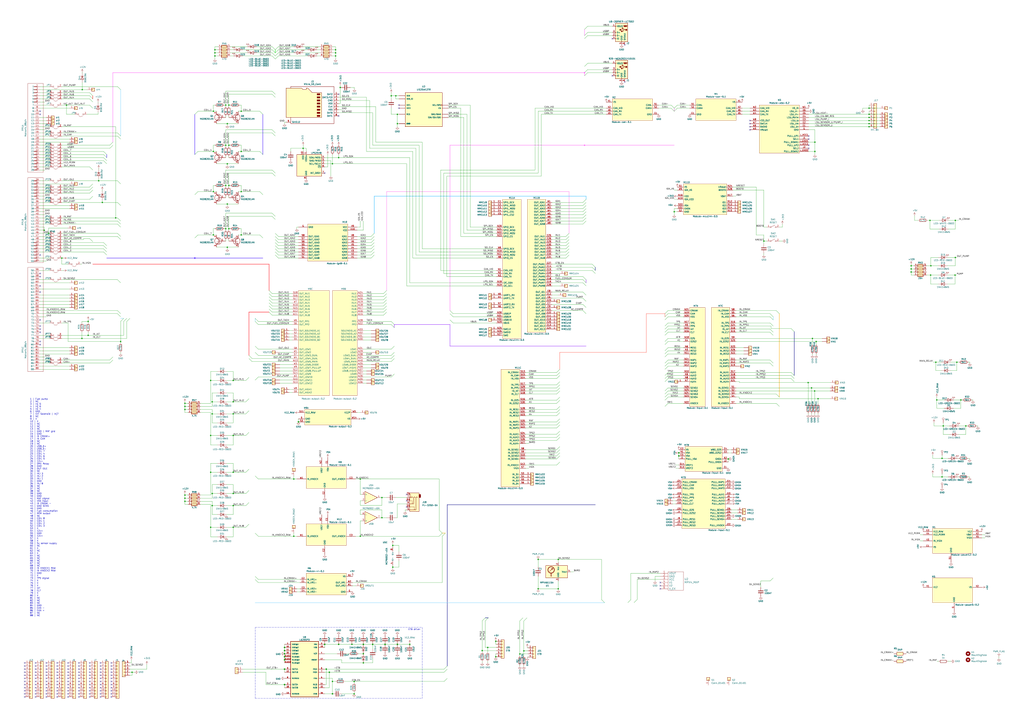
<source format=kicad_sch>
(kicad_sch (version 20210621) (generator eeschema)
  (paper "A1")
  (lib_symbols
    (symbol "Amplifier_Operational:MCP6002-xSN" (pin_names (offset 0.127))
      (property "Reference" "U" (at 0 5.08 0))
      (property "Value" "MCP6002-xSN" (at 0 -5.08 0))
      (symbol "MCP6002-xSN_1_1"
        (pin output line (at 7.62 0 180) (length 2.54) (name "~") (number "1"))
        (pin input line (at -7.62 -2.54 0) (length 2.54) (name "-") (number "2"))
        (pin input line (at -7.62 2.54 0) (length 2.54) (name "+") (number "3"))
      )
      (symbol "MCP6002-xSN_2_1"
        (pin input line (at -7.62 2.54 0) (length 2.54) (name "+") (number "5"))
        (pin input line (at -7.62 -2.54 0) (length 2.54) (name "-") (number "6"))
        (pin output line (at 7.62 0 180) (length 2.54) (name "~") (number "7"))
      )
      (symbol "MCP6002-xSN_3_1"
        (pin power_in line (at -2.54 -7.62 90) (length 3.81) (name "V-") (number "4"))
        (pin power_in line (at -2.54 7.62 270) (length 3.81) (name "V+") (number "8"))
      )
    )
    (symbol "Connector:AudioJack3_Switch"
      (property "Reference" "J" (at 0 11.43 0))
      (property "Value" "AudioJack3_Switch" (at 0 8.89 0))
      (symbol "AudioJack3_Switch_1_1"
        (pin passive line (at 5.08 0 180) (length 2.54) (name "~") (number "R"))
        (pin passive line (at 5.08 -2.54 180) (length 2.54) (name "~") (number "RN"))
        (pin passive line (at 5.08 5.08 180) (length 2.54) (name "~") (number "S"))
        (pin passive line (at 5.08 2.54 180) (length 2.54) (name "~") (number "SN"))
        (pin passive line (at 5.08 -5.08 180) (length 2.54) (name "~") (number "T"))
        (pin passive line (at 5.08 -7.62 180) (length 2.54) (name "~") (number "TN"))
      )
    )
    (symbol "Connector:Micro_SD_Card" (pin_names (offset 1.016))
      (property "Reference" "J" (at -16.51 15.24 0))
      (property "Value" "Micro_SD_Card" (at 16.51 15.24 0))
      (symbol "Micro_SD_Card_1_1"
        (pin bidirectional line (at -22.86 7.62 0) (length 3.81) (name "DAT2") (number "1"))
        (pin bidirectional line (at -22.86 5.08 0) (length 3.81) (name "DAT3/CD") (number "2"))
        (pin input line (at -22.86 2.54 0) (length 3.81) (name "CMD") (number "3"))
        (pin power_in line (at -22.86 0 0) (length 3.81) (name "VDD") (number "4"))
        (pin input line (at -22.86 -2.54 0) (length 3.81) (name "CLK") (number "5"))
        (pin power_in line (at -22.86 -5.08 0) (length 3.81) (name "VSS") (number "6"))
        (pin bidirectional line (at -22.86 -7.62 0) (length 3.81) (name "DAT0") (number "7"))
        (pin bidirectional line (at -22.86 -10.16 0) (length 3.81) (name "DAT1") (number "8"))
        (pin passive line (at 20.32 -15.24 180) (length 3.81) (name "SHIELD") (number "9"))
      )
    )
    (symbol "Connector:TestPoint" (pin_numbers hide) (pin_names (offset 0.762) hide)
      (property "Reference" "TP" (at 0 6.858 0))
      (property "Value" "TestPoint" (at 0 5.08 0))
      (symbol "TestPoint_1_1"
        (pin passive line (at 0 0 90) (length 2.54) (name "1") (number "1"))
      )
    )
    (symbol "Connector_Generic:Conn_01x01" (pin_names (offset 1.016) hide)
      (property "Reference" "J" (at 0 2.54 0))
      (property "Value" "Conn_01x01" (at 0 -2.54 0))
      (symbol "Conn_01x01_1_1"
        (pin passive line (at -5.08 0 0) (length 3.81) (name "Pin_1") (number "1"))
      )
    )
    (symbol "Connector_Generic:Conn_01x02" (pin_names (offset 1.016) hide)
      (property "Reference" "J" (at 0 2.54 0))
      (property "Value" "Conn_01x02" (at 0 -5.08 0))
      (symbol "Conn_01x02_1_1"
        (pin passive line (at -5.08 0 0) (length 3.81) (name "Pin_1") (number "1"))
        (pin passive line (at -5.08 -2.54 0) (length 3.81) (name "Pin_2") (number "2"))
      )
    )
    (symbol "Connector_Generic:Conn_01x04" (pin_names (offset 1.016) hide)
      (property "Reference" "J" (at 0 5.08 0))
      (property "Value" "Conn_01x04" (at 0 -7.62 0))
      (symbol "Conn_01x04_1_1"
        (pin passive line (at -5.08 2.54 0) (length 3.81) (name "Pin_1") (number "1"))
        (pin passive line (at -5.08 0 0) (length 3.81) (name "Pin_2") (number "2"))
        (pin passive line (at -5.08 -2.54 0) (length 3.81) (name "Pin_3") (number "3"))
        (pin passive line (at -5.08 -5.08 0) (length 3.81) (name "Pin_4") (number "4"))
      )
    )
    (symbol "Connector_Generic:Conn_01x05" (pin_names (offset 1.016) hide)
      (property "Reference" "J" (at 0 7.62 0))
      (property "Value" "Conn_01x05" (at 0 -7.62 0))
      (symbol "Conn_01x05_1_1"
        (pin passive line (at -5.08 5.08 0) (length 3.81) (name "Pin_1") (number "1"))
        (pin passive line (at -5.08 2.54 0) (length 3.81) (name "Pin_2") (number "2"))
        (pin passive line (at -5.08 0 0) (length 3.81) (name "Pin_3") (number "3"))
        (pin passive line (at -5.08 -2.54 0) (length 3.81) (name "Pin_4") (number "4"))
        (pin passive line (at -5.08 -5.08 0) (length 3.81) (name "Pin_5") (number "5"))
      )
    )
    (symbol "Connector_Generic:Conn_01x06" (pin_names (offset 1.016) hide)
      (property "Reference" "J" (at 0 7.62 0))
      (property "Value" "Conn_01x06" (at 0 -10.16 0))
      (symbol "Conn_01x06_1_1"
        (pin passive line (at -5.08 5.08 0) (length 3.81) (name "Pin_1") (number "1"))
        (pin passive line (at -5.08 2.54 0) (length 3.81) (name "Pin_2") (number "2"))
        (pin passive line (at -5.08 0 0) (length 3.81) (name "Pin_3") (number "3"))
        (pin passive line (at -5.08 -2.54 0) (length 3.81) (name "Pin_4") (number "4"))
        (pin passive line (at -5.08 -5.08 0) (length 3.81) (name "Pin_5") (number "5"))
        (pin passive line (at -5.08 -7.62 0) (length 3.81) (name "Pin_6") (number "6"))
      )
    )
    (symbol "Connector_Generic:Conn_01x08" (pin_names (offset 1.016) hide)
      (property "Reference" "J" (at 0 10.16 0))
      (property "Value" "Conn_01x08" (at 0 -12.7 0))
      (symbol "Conn_01x08_1_1"
        (pin passive line (at -5.08 7.62 0) (length 3.81) (name "Pin_1") (number "1"))
        (pin passive line (at -5.08 5.08 0) (length 3.81) (name "Pin_2") (number "2"))
        (pin passive line (at -5.08 2.54 0) (length 3.81) (name "Pin_3") (number "3"))
        (pin passive line (at -5.08 0 0) (length 3.81) (name "Pin_4") (number "4"))
        (pin passive line (at -5.08 -2.54 0) (length 3.81) (name "Pin_5") (number "5"))
        (pin passive line (at -5.08 -5.08 0) (length 3.81) (name "Pin_6") (number "6"))
        (pin passive line (at -5.08 -7.62 0) (length 3.81) (name "Pin_7") (number "7"))
        (pin passive line (at -5.08 -10.16 0) (length 3.81) (name "Pin_8") (number "8"))
      )
    )
    (symbol "Connector_Generic:Conn_01x12" (pin_names (offset 1.016) hide)
      (property "Reference" "J" (at 0 15.24 0))
      (property "Value" "Conn_01x12" (at 0 -17.78 0))
      (symbol "Conn_01x12_1_1"
        (pin passive line (at -5.08 12.7 0) (length 3.81) (name "Pin_1") (number "1"))
        (pin passive line (at -5.08 -10.16 0) (length 3.81) (name "Pin_10") (number "10"))
        (pin passive line (at -5.08 -12.7 0) (length 3.81) (name "Pin_11") (number "11"))
        (pin passive line (at -5.08 -15.24 0) (length 3.81) (name "Pin_12") (number "12"))
        (pin passive line (at -5.08 10.16 0) (length 3.81) (name "Pin_2") (number "2"))
        (pin passive line (at -5.08 7.62 0) (length 3.81) (name "Pin_3") (number "3"))
        (pin passive line (at -5.08 5.08 0) (length 3.81) (name "Pin_4") (number "4"))
        (pin passive line (at -5.08 2.54 0) (length 3.81) (name "Pin_5") (number "5"))
        (pin passive line (at -5.08 0 0) (length 3.81) (name "Pin_6") (number "6"))
        (pin passive line (at -5.08 -2.54 0) (length 3.81) (name "Pin_7") (number "7"))
        (pin passive line (at -5.08 -5.08 0) (length 3.81) (name "Pin_8") (number "8"))
        (pin passive line (at -5.08 -7.62 0) (length 3.81) (name "Pin_9") (number "9"))
      )
    )
    (symbol "Device:C" (pin_numbers hide) (pin_names (offset 0.254))
      (property "Reference" "C" (at 0.635 2.54 0))
      (property "Value" "C" (at 0.635 -2.54 0))
      (symbol "C_1_1"
        (pin passive line (at 0 3.81 270) (length 2.794) (name "~") (number "1"))
        (pin passive line (at 0 -3.81 90) (length 2.794) (name "~") (number "2"))
      )
    )
    (symbol "Device:D" (pin_numbers hide) (pin_names (offset 1.016) hide)
      (property "Reference" "D" (at 0 2.54 0))
      (property "Value" "D" (at 0 -2.54 0))
      (symbol "D_1_1"
        (pin passive line (at -3.81 0 0) (length 2.54) (name "K") (number "1"))
        (pin passive line (at 3.81 0 180) (length 2.54) (name "A") (number "2"))
      )
    )
    (symbol "Device:LED" (pin_numbers hide) (pin_names (offset 1.016) hide)
      (property "Reference" "D" (at 0 2.54 0))
      (property "Value" "LED" (at 0 -2.54 0))
      (symbol "LED_1_1"
        (pin passive line (at -3.81 0 0) (length 2.54) (name "K") (number "1"))
        (pin passive line (at 3.81 0 180) (length 2.54) (name "A") (number "2"))
      )
    )
    (symbol "Device:Q_NIGBT_GCE" (pin_names (offset 0) hide)
      (property "Reference" "Q" (at 5.08 1.27 0))
      (property "Value" "Q_NIGBT_GCE" (at 5.08 -1.27 0))
      (symbol "Q_NIGBT_GCE_1_1"
        (pin input line (at -5.08 0 0) (length 5.334) (name "G") (number "1"))
        (pin passive line (at 2.54 5.08 270) (length 2.54) (name "C") (number "2"))
        (pin passive line (at 2.54 -5.08 90) (length 2.54) (name "E") (number "3"))
      )
    )
    (symbol "Device:R" (pin_numbers hide) (pin_names (offset 0))
      (property "Reference" "R" (at 2.032 0 90))
      (property "Value" "R" (at 0 0 90))
      (symbol "R_1_1"
        (pin passive line (at 0 3.81 270) (length 1.27) (name "~") (number "1"))
        (pin passive line (at 0 -3.81 90) (length 1.27) (name "~") (number "2"))
      )
    )
    (symbol "Device:R_Pack04" (pin_names (offset 0) hide)
      (property "Reference" "RN" (at -7.62 0 90))
      (property "Value" "R_Pack04" (at 5.08 0 90))
      (symbol "R_Pack04_1_1"
        (pin passive line (at -5.08 -5.08 90) (length 2.54) (name "R1.1") (number "1"))
        (pin passive line (at -2.54 -5.08 90) (length 2.54) (name "R2.1") (number "2"))
        (pin passive line (at 0 -5.08 90) (length 2.54) (name "R3.1") (number "3"))
        (pin passive line (at 2.54 -5.08 90) (length 2.54) (name "R4.1") (number "4"))
        (pin passive line (at 2.54 5.08 270) (length 2.54) (name "R4.2") (number "5"))
        (pin passive line (at 0 5.08 270) (length 2.54) (name "R3.2") (number "6"))
        (pin passive line (at -2.54 5.08 270) (length 2.54) (name "R2.2") (number "7"))
        (pin passive line (at -5.08 5.08 270) (length 2.54) (name "R1.2") (number "8"))
      )
    )
    (symbol "Diode:1N4148WS" (pin_numbers hide) (pin_names (offset 1.016) hide)
      (property "Reference" "D" (at 0 2.54 0))
      (property "Value" "1N4148WS" (at 0 -2.54 0))
      (symbol "1N4148WS_1_1"
        (pin passive line (at -3.81 0 0) (length 2.54) (name "K") (number "1"))
        (pin passive line (at 3.81 0 180) (length 2.54) (name "A") (number "2"))
      )
    )
    (symbol "Jumper:Jumper_2_Open" (pin_names (offset 0) hide)
      (property "Reference" "JP" (at 0 2.794 0))
      (property "Value" "Jumper_2_Open" (at 0 -2.286 0))
      (symbol "Jumper_2_Open_1_1"
        (pin passive line (at -5.08 0 0) (length 2.54) (name "A") (number "1"))
        (pin passive line (at 5.08 0 180) (length 2.54) (name "B") (number "2"))
      )
    )
    (symbol "L6205PD:L6205PD" (pin_names (offset 1.016))
      (property "Reference" "U" (at -10.1854 24.0538 0))
      (property "Value" "L6205PD" (at -10.1854 -25.6794 0))
      (symbol "L6205PD_0_0"
        (pin power_in line (at 17.78 20.32 180) (length 5.08) (name "GND@1") (number "1"))
        (pin power_in line (at 17.78 17.78 180) (length 5.08) (name "GND@2") (number "10"))
        (pin power_in line (at 17.78 15.24 180) (length 5.08) (name "GND@3") (number "11"))
        (pin output line (at 17.78 -2.54 180) (length 5.08) (name "OUT1B") (number "12"))
        (pin power_in line (at 17.78 -20.32 180) (length 5.08) (name "SENSEB") (number "13"))
        (pin input line (at -15.24 -12.7 0) (length 5.08) (name "IN1B") (number "14"))
        (pin input line (at -15.24 -15.24 0) (length 5.08) (name "IN2B") (number "15"))
        (pin bidirectional line (at -15.24 -20.32 0) (length 5.08) (name "ENB") (number "16"))
        (pin passive line (at -15.24 7.62 0) (length 5.08) (name "VBOOT") (number "17"))
        (pin output line (at 17.78 -15.24 180) (length 5.08) (name "OUT2B") (number "18"))
        (pin power_in line (at -15.24 17.78 0) (length 5.08) (name "VSB") (number "19"))
        (pin power_in line (at -15.24 20.32 0) (length 5.08) (name "VSA") (number "2"))
        (pin power_in line (at 17.78 12.7 180) (length 5.08) (name "GND@4") (number "20"))
        (pin output line (at 17.78 -12.7 180) (length 5.08) (name "OUT2A") (number "3"))
        (pin passive line (at -15.24 12.7 0) (length 5.08) (name "VCP") (number "4"))
        (pin bidirectional line (at -15.24 -7.62 0) (length 5.08) (name "ENA") (number "5"))
        (pin input line (at -15.24 0 0) (length 5.08) (name "IN1A") (number "6"))
        (pin input line (at -15.24 -2.54 0) (length 5.08) (name "IN2A") (number "7"))
        (pin power_in line (at 17.78 -7.62 180) (length 5.08) (name "SENSEA") (number "8"))
        (pin output line (at 17.78 0 180) (length 5.08) (name "OUT1A") (number "9"))
        (pin power_in line (at 17.78 10.16 180) (length 5.08) (name "SLUG@1") (number "SLUG1"))
        (pin power_in line (at 17.78 7.62 180) (length 5.08) (name "SLUG@2") (number "SLUG2"))
        (pin power_in line (at 17.78 5.08 180) (length 5.08) (name "SLUG@3") (number "SLUG3"))
      )
    )
    (symbol "LIS2DW12TR:LIS2DW12TR" (pin_numbers hide) (pin_names (offset 1.016))
      (property "Reference" "U" (at -15.24 12.7 0))
      (property "Value" "LIS2DW12TR" (at -15.24 -17.78 0))
      (symbol "LIS2DW12TR_0_0"
        (pin input clock (at -20.32 2.54 0) (length 5.08) (name "SCL/SPC") (number "1"))
        (pin power_in line (at 20.32 7.62 180) (length 5.08) (name "VDD_IO") (number "10"))
        (pin output line (at 20.32 0 180) (length 5.08) (name "INT2") (number "11"))
        (pin output line (at 20.32 2.54 180) (length 5.08) (name "INT1") (number "12"))
        (pin input line (at -20.32 0 0) (length 5.08) (name "CS") (number "2"))
        (pin bidirectional line (at -20.32 -5.08 0) (length 5.08) (name "SDO/SDA0") (number "3"))
        (pin bidirectional line (at -20.32 -7.62 0) (length 5.08) (name "SDA/SDI/SDO") (number "4"))
        (pin power_in line (at 20.32 -12.7 180) (length 5.08) (name "GND") (number "6"))
        (pin passive line (at 20.32 -5.08 180) (length 5.08) (name "RES") (number "7"))
        (pin power_in line (at 20.32 -12.7 180) (length 5.08) (name "GND") (number "8"))
        (pin power_in line (at 20.32 10.16 180) (length 5.08) (name "VDD") (number "9"))
      )
    )
    (symbol "MPX-4_MAP:MPX4_MAP" (pin_names (offset 0.762))
      (property "Reference" "U" (at 0 10.16 0))
      (property "Value" "MPX4_MAP" (at 8.89 0 90))
      (symbol "MPX4_MAP_1_1"
        (pin passive line (at -8.89 6.35 0) (length 6.35) (name "VOUT") (number "1"))
        (pin passive line (at -8.89 3.81 0) (length 6.35) (name "GND") (number "2"))
        (pin passive line (at -8.89 1.27 0) (length 6.35) (name "VCC") (number "3"))
        (pin passive line (at -8.89 -1.27 0) (length 6.35) (name "V1") (number "4"))
        (pin passive line (at -8.89 -3.81 0) (length 6.35) (name "V2") (number "5"))
        (pin passive line (at -8.89 -6.35 0) (length 6.35) (name "V_EX") (number "6"))
      )
    )
    (symbol "Mechanical:MountingHole" (pin_names (offset 1.016))
      (property "Reference" "H" (at 0 5.08 0))
      (property "Value" "MountingHole" (at 0 3.175 0))
    )
    (symbol "Sensor_Pressure:LPS25HB"
      (property "Reference" "U" (at -10.16 8.89 0))
      (property "Value" "LPS25HB" (at 10.16 8.89 0))
      (symbol "LPS25HB_1_1"
        (pin power_in line (at -2.54 10.16 270) (length 2.54) (name "VDDio") (number "1"))
        (pin power_in line (at -5.08 10.16 270) (length 2.54) (name "VDD") (number "10"))
        (pin input line (at 12.7 0 180) (length 2.54) (name "SCL/SCLK") (number "2"))
        (pin passive line (at -2.54 -12.7 90) (length 2.54) hide (name "GND") (number "3"))
        (pin bidirectional line (at 12.7 5.08 180) (length 2.54) (name "SDA/MOSI") (number "4"))
        (pin bidirectional line (at 12.7 2.54 180) (length 2.54) (name "SA0/MISO") (number "5"))
        (pin input line (at 12.7 -2.54 180) (length 2.54) (name "~{CS}") (number "6"))
        (pin output line (at 12.7 -7.62 180) (length 2.54) (name "INT_DRDY") (number "7"))
        (pin power_in line (at -2.54 -12.7 90) (length 2.54) (name "GND") (number "8"))
        (pin passive line (at -2.54 -12.7 90) (length 2.54) hide (name "GND") (number "9"))
      )
    )
    (symbol "Sensor_Pressure:MPXA6115A"
      (property "Reference" "U" (at -10.16 6.35 0))
      (property "Value" "MPXA6115A" (at 1.27 6.35 0))
      (symbol "MPXA6115A_1_1"
        (pin no_connect line (at 5.08 -5.08 90) (length 2.54) hide (name "NC") (number "1"))
        (pin power_in line (at 0 7.62 270) (length 2.54) (name "Vcc") (number "2"))
        (pin power_in line (at 0 -7.62 90) (length 2.54) (name "GND") (number "3"))
        (pin output line (at 10.16 0 180) (length 2.54) (name "Vout") (number "4"))
        (pin no_connect line (at -7.62 -5.08 90) (length 2.54) hide (name "NC") (number "5"))
        (pin no_connect line (at -5.08 -5.08 90) (length 2.54) hide (name "NC") (number "6"))
        (pin no_connect line (at -2.54 -5.08 90) (length 2.54) hide (name "NC") (number "7"))
        (pin no_connect line (at 2.54 -5.08 90) (length 2.54) hide (name "NC") (number "8"))
      )
    )
    (symbol "Switch:SW_SPST" (pin_names (offset 0) hide)
      (property "Reference" "SW" (at 0 3.175 0))
      (property "Value" "SW_SPST" (at 0 -2.54 0))
      (symbol "SW_SPST_1_1"
        (pin passive line (at -5.08 0 0) (length 2.54) (name "A") (number "1"))
        (pin passive line (at 5.08 0 180) (length 2.54) (name "B") (number "2"))
      )
    )
    (symbol "hellen-one-can-0.1:Module-can-0.1"
      (property "Reference" "M" (at 0 0 0))
      (property "Value" "Module-can-0.1" (at 0 0 0))
      (symbol "Module-can-0.1_1_0"
        (pin passive line (at 38.1 -12.7 180) (length 5.08) (name "GND") (number "E1"))
        (pin passive line (at 38.1 -5.08 180) (length 5.08) (name "CANL") (number "S1"))
        (pin passive line (at 38.1 -7.62 180) (length 5.08) (name "CANH") (number "S2"))
        (pin passive line (at -5.08 -2.54 0) (length 5.08) (name "V5") (number "V1"))
        (pin passive line (at -5.08 -7.62 0) (length 5.08) (name "CAN_VIO") (number "V2"))
        (pin passive line (at -5.08 -12.7 0) (length 5.08) (name "CAN_TX") (number "V5"))
        (pin passive line (at -5.08 -10.16 0) (length 5.08) (name "CAN_RX") (number "V6"))
      )
    )
    (symbol "hellen-one-common:Pad" (pin_numbers hide) (pin_names (offset 1.016) hide)
      (property "Reference" "P" (at 2.54 0 0))
      (symbol "Pad_1_1"
        (pin passive line (at -5.08 0 0) (length 3.81) (name "Pin_1") (number "1"))
      )
    )
    (symbol "hellen-one-common:Pad_1" (pin_numbers hide) (pin_names (offset 1.016) hide)
      (property "Reference" "P" (at 2.54 0 0))
      (symbol "Pad_1_1_1"
        (pin passive line (at -5.08 0 0) (length 3.81) (name "Pin_1") (number "1"))
      )
    )
    (symbol "hellen-one-common:Pad_2" (pin_numbers hide) (pin_names (offset 1.016) hide)
      (property "Reference" "P" (at 2.54 0 0))
      (symbol "Pad_2_1_1"
        (pin passive line (at -5.08 0 0) (length 3.81) (name "Pin_1") (number "1"))
      )
    )
    (symbol "hellen-one-common:Pad_3" (pin_numbers hide) (pin_names (offset 1.016) hide)
      (property "Reference" "P" (at 2.54 0 0))
      (symbol "Pad_3_1_1"
        (pin passive line (at -5.08 0 0) (length 3.81) (name "Pin_1") (number "1"))
      )
    )
    (symbol "hellen-one-common:Pad_33" (pin_numbers hide) (pin_names (offset 1.016) hide)
      (property "Reference" "P" (at 2.54 0 0))
      (symbol "Pad_33_1_1"
        (pin passive line (at -5.08 0 0) (length 3.81) (name "Pin_1") (number "1"))
      )
    )
    (symbol "hellen-one-common:Res" (pin_numbers hide)
      (property "Reference" "R" (at 3.81 2.54 0))
      (property "Value" "Res" (at 5.08 -2.54 0))
      (symbol "Res_1_0"
        (pin passive line (at 0 0 0) (length 2.54) (name "") (number "1"))
        (pin passive line (at 10.16 0 180) (length 2.54) (name "") (number "2"))
      )
    )
    (symbol "hellen-one-common:USB_B_Mini" (pin_names (offset 1.016))
      (property "Reference" "J" (at -5.08 11.43 0))
      (property "Value" "USB_B_Mini" (at -5.08 8.89 0))
      (symbol "USB_B_Mini_1_1"
        (pin power_out line (at 7.62 5.08 180) (length 2.54) (name "VBUS") (number "1"))
        (pin passive line (at 7.62 -2.54 180) (length 2.54) (name "D-") (number "2"))
        (pin passive line (at 7.62 0 180) (length 2.54) (name "D+") (number "3"))
        (pin passive line (at 7.62 -5.08 180) (length 2.54) (name "ID") (number "4"))
        (pin power_out line (at 0 -10.16 90) (length 2.54) (name "GND") (number "5"))
        (pin passive line (at -2.54 -10.16 90) (length 2.54) (name "Shield") (number "6"))
      )
    )
    (symbol "hellen-one-ign8-0.1:Module-ign8-0.1"
      (property "Reference" "M" (at 0 0 0))
      (property "Value" "Module-ign8-0.1" (at 0 0 0))
      (symbol "Module-ign8-0.1_1_0"
        (pin passive line (at 40.64 -2.54 180) (length 7.62) (name "GND") (number "G"))
        (pin passive line (at 40.64 -27.94 180) (length 7.62) (name "OUT_IGN8") (number "S1"))
        (pin passive line (at 40.64 -25.4 180) (length 7.62) (name "OUT_IGN7") (number "S2"))
        (pin passive line (at 40.64 -22.86 180) (length 7.62) (name "OUT_IGN6") (number "S3"))
        (pin passive line (at 40.64 -20.32 180) (length 7.62) (name "OUT_IGN5") (number "S4"))
        (pin passive line (at 40.64 -17.78 180) (length 7.62) (name "OUT_IGN4") (number "S5"))
        (pin passive line (at 40.64 -15.24 180) (length 7.62) (name "OUT_IGN3") (number "S6"))
        (pin passive line (at 40.64 -12.7 180) (length 7.62) (name "OUT_IGN2") (number "S7"))
        (pin passive line (at 40.64 -10.16 180) (length 7.62) (name "OUT_IGN1") (number "S8"))
        (pin passive line (at -7.62 -27.94 0) (length 7.62) (name "IGN8") (number "V1"))
        (pin passive line (at -7.62 -5.08 0) (length 7.62) (name "V33") (number "V10"))
        (pin passive line (at -7.62 -25.4 0) (length 7.62) (name "IGN7") (number "V2"))
        (pin passive line (at -7.62 -22.86 0) (length 7.62) (name "IGN6") (number "V3"))
        (pin passive line (at -7.62 -20.32 0) (length 7.62) (name "IGN5") (number "V4"))
        (pin passive line (at -7.62 -17.78 0) (length 7.62) (name "IGN4") (number "V5"))
        (pin passive line (at -7.62 -15.24 0) (length 7.62) (name "IGN3") (number "V6"))
        (pin passive line (at -7.62 -12.7 0) (length 7.62) (name "IGN2") (number "V7"))
        (pin passive line (at -7.62 -10.16 0) (length 7.62) (name "IGN1") (number "V8"))
        (pin passive line (at -7.62 -2.54 0) (length 7.62) (name "VCC") (number "V9"))
      )
    )
    (symbol "hellen-one-input-0.1:Module-input-0.1"
      (property "Reference" "M" (at 0 0 0))
      (property "Value" "Module-input-0.1" (at 0 0 0))
      (symbol "Module-input-0.1_1_0"
        (pin passive line (at 17.78 -53.34 180) (length 5.08) (name "AUX1") (number "N10"))
        (pin passive line (at 17.78 -38.1 180) (length 5.08) (name "RES3") (number "N11"))
        (pin passive line (at 17.78 -48.26 180) (length 5.08) (name "MAP3") (number "N12"))
        (pin passive line (at 17.78 -45.72 180) (length 5.08) (name "MAP2") (number "N13"))
        (pin passive line (at 17.78 -43.18 180) (length 5.08) (name "MAP1") (number "N14"))
        (pin passive line (at 17.78 -17.78 180) (length 5.08) (name "IAT") (number "N15"))
        (pin passive line (at 17.78 -20.32 180) (length 5.08) (name "CLT") (number "N16"))
        (pin passive line (at 17.78 -12.7 180) (length 5.08) (name "TPS") (number "N17"))
        (pin passive line (at 17.78 -25.4 180) (length 5.08) (name "O2S") (number "N18"))
        (pin passive line (at 17.78 -5.08 180) (length 5.08) (name "CAM") (number "N19"))
        (pin passive line (at 17.78 -7.62 180) (length 5.08) (name "VSS") (number "N20"))
        (pin passive line (at 17.78 -2.54 180) (length 5.08) (name "CRANK") (number "N21"))
        (pin passive line (at 17.78 -78.74 180) (length 5.08) (name "KNOCK") (number "N22"))
        (pin passive line (at 17.78 -73.66 180) (length 5.08) (name "SENS4") (number "N23"))
        (pin passive line (at 17.78 -71.12 180) (length 5.08) (name "SENS3") (number "N24"))
        (pin passive line (at 17.78 -68.58 180) (length 5.08) (name "SENS2") (number "N25"))
        (pin passive line (at 17.78 -66.04 180) (length 5.08) (name "SENS1") (number "N26"))
        (pin passive line (at 17.78 -35.56 180) (length 5.08) (name "RES2") (number "N3"))
        (pin passive line (at 17.78 -27.94 180) (length 5.08) (name "O2S2") (number "N4"))
        (pin passive line (at 17.78 -15.24 180) (length 5.08) (name "PPS") (number "N5"))
        (pin passive line (at 17.78 -33.02 180) (length 5.08) (name "RES1") (number "N6"))
        (pin passive line (at 17.78 -60.96 180) (length 5.08) (name "AUX4") (number "N7"))
        (pin passive line (at 17.78 -58.42 180) (length 5.08) (name "AUX3") (number "N8"))
        (pin passive line (at 17.78 -55.88 180) (length 5.08) (name "AUX2") (number "N9"))
      )
      (symbol "Module-input-0.1_2_0"
        (pin passive line (at 35.56 -17.78 180) (length 5.08) (name "GND") (number "E1"))
        (pin passive line (at -5.08 -2.54 0) (length 5.08) (name "V5") (number "E2"))
        (pin passive line (at 35.56 -5.08 180) (length 5.08) (name "WBO_O2S2") (number "E3"))
        (pin passive line (at 35.56 -2.54 180) (length 5.08) (name "WBO_O2S") (number "E4"))
        (pin passive line (at -5.08 -7.62 0) (length 5.08) (name "V5A") (number "E5"))
        (pin passive line (at -5.08 -10.16 0) (length 5.08) (name "PULL_V5A") (number "J1"))
        (pin passive line (at 35.56 -12.7 180) (length 5.08) (name "PULL_GNDA") (number "J2"))
        (pin passive line (at -5.08 -5.08 0) (length 5.08) (name "V5A") (number "N1"))
        (pin passive line (at 35.56 -10.16 180) (length 5.08) (name "GNDA") (number "N2"))
        (pin passive line (at -5.08 -17.78 0) (length 5.08) (name "VREF2") (number "S13"))
        (pin passive line (at -5.08 -15.24 0) (length 5.08) (name "VREF1") (number "S14"))
      )
      (symbol "Module-input-0.1_3_0"
        (pin passive line (at -5.08 -66.04 0) (length 5.08) (name "IN_SENS1") (number "S1"))
        (pin passive line (at -5.08 -12.7 0) (length 5.08) (name "IN_TPS") (number "S10"))
        (pin passive line (at -5.08 -43.18 0) (length 5.08) (name "IN_MAP1") (number "S11"))
        (pin passive line (at -5.08 -45.72 0) (length 5.08) (name "IN_MAP2") (number "S12"))
        (pin passive line (at -5.08 -20.32 0) (length 5.08) (name "IN_CLT") (number "S15"))
        (pin passive line (at -5.08 -17.78 0) (length 5.08) (name "IN_IAT") (number "S16"))
        (pin passive line (at -5.08 -53.34 0) (length 5.08) (name "IN_AUX1") (number "S17"))
        (pin passive line (at -5.08 -55.88 0) (length 5.08) (name "IN_AUX2") (number "S18"))
        (pin passive line (at -5.08 -48.26 0) (length 5.08) (name "IN_MAP3") (number "S19"))
        (pin passive line (at -5.08 -68.58 0) (length 5.08) (name "IN_SENS2") (number "S2"))
        (pin passive line (at -5.08 -58.42 0) (length 5.08) (name "IN_AUX3") (number "S20"))
        (pin passive line (at -5.08 -60.96 0) (length 5.08) (name "IN_AUX4") (number "S21"))
        (pin passive line (at -5.08 -38.1 0) (length 5.08) (name "IN_RES3") (number "S22"))
        (pin passive line (at -5.08 -33.02 0) (length 5.08) (name "IN_RES1") (number "S23"))
        (pin passive line (at -5.08 -15.24 0) (length 5.08) (name "IN_PPS") (number "S24"))
        (pin passive line (at -5.08 -27.94 0) (length 5.08) (name "IN_O2S2") (number "S25"))
        (pin passive line (at -5.08 -35.56 0) (length 5.08) (name "IN_RES2") (number "S26"))
        (pin passive line (at -5.08 -71.12 0) (length 5.08) (name "IN_SENS3") (number "S3"))
        (pin passive line (at -5.08 -73.66 0) (length 5.08) (name "IN_SENS4") (number "S4"))
        (pin passive line (at -5.08 -5.08 0) (length 5.08) (name "IN_CAM") (number "S5"))
        (pin passive line (at -5.08 -7.62 0) (length 5.08) (name "IN_VSS") (number "S6"))
        (pin passive line (at -5.08 -78.74 0) (length 5.08) (name "IN_KNOCK") (number "S7"))
        (pin passive line (at -5.08 -2.54 0) (length 5.08) (name "IN_CRANK") (number "S8"))
        (pin passive line (at -5.08 -25.4 0) (length 5.08) (name "IN_O2S") (number "S9"))
      )
      (symbol "Module-input-0.1_4_0"
        (pin passive line (at 40.64 -12.7 180) (length 5.08) (name "PULL_AUX1") (number "J10"))
        (pin passive line (at -5.08 -38.1 0) (length 5.08) (name "PULL_RES3") (number "J11"))
        (pin passive line (at 40.64 -7.62 180) (length 5.08) (name "PULL_MAP3") (number "J12"))
        (pin passive line (at 40.64 -5.08 180) (length 5.08) (name "PULL_MAP2") (number "J13"))
        (pin passive line (at 40.64 -2.54 180) (length 5.08) (name "PULL_MAP1") (number "J14"))
        (pin passive line (at -5.08 -17.78 0) (length 5.08) (name "PULL_IAT") (number "J15"))
        (pin passive line (at -5.08 -20.32 0) (length 5.08) (name "PULL_CLT") (number "J16"))
        (pin passive line (at -5.08 -5.08 0) (length 5.08) (name "PULL_CAM") (number "J17"))
        (pin passive line (at -5.08 -7.62 0) (length 5.08) (name "PULL_VSS") (number "J18"))
        (pin passive line (at -5.08 -12.7 0) (length 5.08) (name "PULL_TPS") (number "J19"))
        (pin passive line (at -5.08 -25.4 0) (length 5.08) (name "PULL_O2S") (number "J20"))
        (pin passive line (at -5.08 -2.54 0) (length 5.08) (name "PULL_CRANK") (number "J21"))
        (pin passive line (at 40.64 -38.1 180) (length 5.08) (name "PULL_KNOCK") (number "J22"))
        (pin passive line (at 40.64 -33.02 180) (length 5.08) (name "PULL_SENS4") (number "J23"))
        (pin passive line (at 40.64 -30.48 180) (length 5.08) (name "PULL_SENS3") (number "J24"))
        (pin passive line (at 40.64 -27.94 180) (length 5.08) (name "PULL_SENS2") (number "J25"))
        (pin passive line (at 40.64 -25.4 180) (length 5.08) (name "PULL_SENS1") (number "J26"))
        (pin passive line (at -5.08 -35.56 0) (length 5.08) (name "PULL_RES2") (number "J3"))
        (pin passive line (at -5.08 -27.94 0) (length 5.08) (name "PULL_O2S2") (number "J4"))
        (pin passive line (at -5.08 -15.24 0) (length 5.08) (name "PULL_PPS") (number "J5"))
        (pin passive line (at -5.08 -33.02 0) (length 5.08) (name "PULL_RES1") (number "J6"))
        (pin passive line (at 40.64 -20.32 180) (length 5.08) (name "PULL_AUX4") (number "J7"))
        (pin passive line (at 40.64 -17.78 180) (length 5.08) (name "PULL_AUX3") (number "J8"))
        (pin passive line (at 40.64 -15.24 180) (length 5.08) (name "PULL_AUX2") (number "J9"))
      )
    )
    (symbol "hellen-one-knock-0.1:Module-knock-0.1"
      (property "Reference" "M" (at 0 0 0))
      (property "Value" "Module-knock-0.1" (at 0 0 0))
      (symbol "Module-knock-0.1_1_0"
        (pin passive line (at 17.78 7.62 270) (length 7.62) (name "V5A") (number "E1"))
        (pin passive line (at 15.24 -25.4 90) (length 7.62) (name "GND") (number "E2"))
        (pin passive line (at 40.64 -10.16 180) (length 7.62) (name "OUT_KNOCK") (number "E3"))
        (pin passive line (at -7.62 -10.16 0) (length 7.62) (name "IN_KNOCK") (number "W1"))
        (pin passive line (at 12.7 7.62 270) (length 7.62) (name "VREF") (number "W2"))
      )
    )
    (symbol "hellen-one-mcu-000.5:Module-mcu-0.5"
      (property "Reference" "M" (at 0 0 0))
      (property "Value" "Module-mcu-0.5" (at 0 0 0))
      (symbol "Module-mcu-0.5_1_0"
        (pin passive line (at 20.32 -2.54 180) (length 5.08) (name "SPI1_SCK") (number "E1"))
        (pin passive line (at 20.32 -5.08 180) (length 5.08) (name "SPI1_MISO") (number "E2"))
        (pin passive line (at 20.32 -7.62 180) (length 5.08) (name "SPI1_MOSI") (number "E3"))
        (pin passive line (at 20.32 -10.16 180) (length 5.08) (name "SPI1_CS1") (number "E4"))
        (pin passive line (at 20.32 -12.7 180) (length 5.08) (name "SPI1_CS2") (number "E5"))
        (pin passive line (at 20.32 -58.42 180) (length 5.08) (name "CAN_VIO") (number "N1"))
        (pin passive line (at 20.32 -43.18 180) (length 5.08) (name "SPI3_MISO") (number "N10"))
        (pin passive line (at 20.32 -45.72 180) (length 5.08) (name "SPI3_MOSI") (number "N11"))
        (pin passive line (at 20.32 -68.58 180) (length 5.08) (name "I2C_SDA") (number "N18"))
        (pin passive line (at 20.32 -71.12 180) (length 5.08) (name "I2C_SCL") (number "N19"))
        (pin passive line (at 20.32 -60.96 180) (length 5.08) (name "CAN_RX") (number "N2"))
        (pin passive line (at 20.32 -22.86 180) (length 5.08) (name "SPI2_SCK") (number "N20"))
        (pin passive line (at 20.32 -25.4 180) (length 5.08) (name "SPI2_MISO") (number "N21"))
        (pin passive line (at 20.32 -27.94 180) (length 5.08) (name "SPI2_MOSI") (number "N22"))
        (pin passive line (at 20.32 -30.48 180) (length 5.08) (name "SPI2_CS") (number "N23"))
        (pin passive line (at 20.32 -106.68 180) (length 5.08) (name "SWCLK") (number "N25"))
        (pin passive line (at 20.32 -109.22 180) (length 5.08) (name "SWDIO") (number "N26"))
        (pin passive line (at 20.32 -111.76 180) (length 5.08) (name "SWO") (number "N27"))
        (pin passive line (at 20.32 -101.6 180) (length 5.08) (name "VBUS") (number "N29"))
        (pin passive line (at 20.32 -63.5 180) (length 5.08) (name "CAN_TX") (number "N3"))
        (pin passive line (at 20.32 -93.98 180) (length 5.08) (name "USB1P") (number "N30"))
        (pin passive line (at 20.32 -96.52 180) (length 5.08) (name "USB1M") (number "N31"))
        (pin passive line (at 20.32 -99.06 180) (length 5.08) (name "USB1ID") (number "N32"))
        (pin passive line (at 20.32 -81.28 180) (length 5.08) (name "UART1_TX") (number "N4"))
        (pin passive line (at 20.32 -78.74 180) (length 5.08) (name "UART1_RX") (number "N5"))
        (pin passive line (at 20.32 -88.9 180) (length 5.08) (name "UART2_TX") (number "N6"))
        (pin passive line (at 20.32 -86.36 180) (length 5.08) (name "UART2_RX") (number "N7"))
        (pin passive line (at 20.32 -48.26 180) (length 5.08) (name "SPI3_CS") (number "N8"))
        (pin passive line (at 20.32 -40.64 180) (length 5.08) (name "SPI3_SCK") (number "N9"))
      )
      (symbol "Module-mcu-0.5_2_0"
        (pin passive line (at 20.32 -99.06 180) (length 5.08) (name "OUT_IO10") (number "E10"))
        (pin passive line (at 20.32 -96.52 180) (length 5.08) (name "OUT_IO9") (number "E11"))
        (pin passive line (at 20.32 -78.74 180) (length 5.08) (name "OUT_IO2") (number "E12"))
        (pin passive line (at 20.32 -104.14 180) (length 5.08) (name "OUT_IO12") (number "E13"))
        (pin passive line (at 20.32 -55.88 180) (length 5.08) (name "OUT_PWM2") (number "E14"))
        (pin passive line (at 20.32 -58.42 180) (length 5.08) (name "OUT_PWM3") (number "E15"))
        (pin passive line (at 20.32 -60.96 180) (length 5.08) (name "OUT_PWM4") (number "E16"))
        (pin passive line (at 20.32 -63.5 180) (length 5.08) (name "OUT_PWM5") (number "E17"))
        (pin passive line (at 20.32 -66.04 180) (length 5.08) (name "OUT_PWM6") (number "E18"))
        (pin passive line (at 20.32 -68.58 180) (length 5.08) (name "OUT_PWM7") (number "E19"))
        (pin passive line (at 20.32 -101.6 180) (length 5.08) (name "OUT_IO11") (number "E20"))
        (pin passive line (at 20.32 -91.44 180) (length 5.08) (name "OUT_IO7") (number "E21"))
        (pin passive line (at 20.32 -93.98 180) (length 5.08) (name "OUT_IO8") (number "E22"))
        (pin passive line (at 20.32 -83.82 180) (length 5.08) (name "OUT_IO4") (number "E23"))
        (pin passive line (at 20.32 -106.68 180) (length 5.08) (name "OUT_IO13") (number "E24"))
        (pin passive line (at 20.32 -30.48 180) (length 5.08) (name "OUT_INJ1") (number "E25"))
        (pin passive line (at 20.32 -33.02 180) (length 5.08) (name "OUT_INJ2") (number "E26"))
        (pin passive line (at 20.32 -53.34 180) (length 5.08) (name "OUT_PWM1") (number "E27"))
        (pin passive line (at 20.32 -71.12 180) (length 5.08) (name "OUT_PWM8") (number "E28"))
        (pin passive line (at 20.32 -35.56 180) (length 5.08) (name "OUT_INJ3") (number "E29"))
        (pin passive line (at 20.32 -38.1 180) (length 5.08) (name "OUT_INJ4") (number "E30"))
        (pin passive line (at 20.32 -40.64 180) (length 5.08) (name "OUT_INJ5") (number "E31"))
        (pin passive line (at 20.32 -43.18 180) (length 5.08) (name "OUT_INJ6") (number "E32"))
        (pin passive line (at 20.32 -45.72 180) (length 5.08) (name "OUT_INJ7") (number "E33"))
        (pin passive line (at 20.32 -48.26 180) (length 5.08) (name "OUT_INJ8") (number "E34"))
        (pin passive line (at 20.32 -81.28 180) (length 5.08) (name "OUT_IO3") (number "E6"))
        (pin passive line (at 20.32 -86.36 180) (length 5.08) (name "OUT_IO5") (number "E7"))
        (pin passive line (at 20.32 -76.2 180) (length 5.08) (name "OUT_IO1") (number "E8"))
        (pin passive line (at 20.32 -88.9 180) (length 5.08) (name "OUT_IO6") (number "E9"))
        (pin passive line (at 20.32 -2.54 180) (length 5.08) (name "OUT_IGN1") (number "W1"))
        (pin passive line (at 20.32 -5.08 180) (length 5.08) (name "OUT_IGN2") (number "W2"))
        (pin passive line (at 20.32 -7.62 180) (length 5.08) (name "OUT_IGN3") (number "W3"))
        (pin passive line (at 20.32 -10.16 180) (length 5.08) (name "OUT_IGN4") (number "W4"))
        (pin passive line (at 20.32 -12.7 180) (length 5.08) (name "OUT_IGN5") (number "W5"))
        (pin passive line (at 20.32 -15.24 180) (length 5.08) (name "OUT_IGN6") (number "W6"))
        (pin passive line (at 20.32 -17.78 180) (length 5.08) (name "OUT_IGN7") (number "W7"))
        (pin passive line (at 20.32 -20.32 180) (length 5.08) (name "OUT_IGN8") (number "W8"))
      )
      (symbol "Module-mcu-0.5_3_0"
        (pin passive line (at -5.08 -71.12 0) (length 5.08) (name "IN_SENS3") (number "S10"))
        (pin passive line (at -5.08 -73.66 0) (length 5.08) (name "IN_SENS4") (number "S11"))
        (pin passive line (at -5.08 -78.74 0) (length 5.08) (name "IN_KNOCK") (number "S12"))
        (pin passive line (at -5.08 -2.54 0) (length 5.08) (name "IN_CRANK") (number "S13"))
        (pin passive line (at -5.08 -7.62 0) (length 5.08) (name "IN_VSS") (number "S14"))
        (pin passive line (at -5.08 -5.08 0) (length 5.08) (name "IN_CAM") (number "S15"))
        (pin passive line (at -5.08 -25.4 0) (length 5.08) (name "IN_O2S") (number "S16"))
        (pin passive line (at -5.08 -12.7 0) (length 5.08) (name "IN_TPS") (number "S17"))
        (pin passive line (at -5.08 -20.32 0) (length 5.08) (name "IN_CLT") (number "S18"))
        (pin passive line (at -5.08 -17.78 0) (length 5.08) (name "IN_IAT") (number "S19"))
        (pin passive line (at -5.08 -43.18 0) (length 5.08) (name "IN_MAP1") (number "S20"))
        (pin passive line (at -5.08 -45.72 0) (length 5.08) (name "IN_MAP2") (number "S21"))
        (pin passive line (at -5.08 -48.26 0) (length 5.08) (name "IN_MAP3") (number "S22"))
        (pin passive line (at -5.08 -38.1 0) (length 5.08) (name "IN_RES3") (number "S23"))
        (pin passive line (at -5.08 -53.34 0) (length 5.08) (name "IN_AUX1") (number "S24"))
        (pin passive line (at -5.08 -55.88 0) (length 5.08) (name "IN_AUX2") (number "S25"))
        (pin passive line (at -5.08 -58.42 0) (length 5.08) (name "IN_AUX3") (number "S26"))
        (pin passive line (at -5.08 -60.96 0) (length 5.08) (name "IN_AUX4") (number "S27"))
        (pin passive line (at -5.08 -33.02 0) (length 5.08) (name "IN_RES1") (number "S28"))
        (pin passive line (at -5.08 -15.24 0) (length 5.08) (name "IN_PPS") (number "S29"))
        (pin passive line (at -5.08 -86.36 0) (length 5.08) (name "IN_D1") (number "S3"))
        (pin passive line (at -5.08 -27.94 0) (length 5.08) (name "IN_O2S2") (number "S30"))
        (pin passive line (at -5.08 -35.56 0) (length 5.08) (name "IN_RES2") (number "S31"))
        (pin passive line (at -5.08 -88.9 0) (length 5.08) (name "IN_D2") (number "S4"))
        (pin passive line (at -5.08 -91.44 0) (length 5.08) (name "IN_D3") (number "S5"))
        (pin passive line (at -5.08 -93.98 0) (length 5.08) (name "IN_D4") (number "S6"))
        (pin passive line (at -5.08 -81.28 0) (length 5.08) (name "VIGN") (number "S7"))
        (pin passive line (at -5.08 -66.04 0) (length 5.08) (name "IN_SENS1") (number "S8"))
        (pin passive line (at -5.08 -68.58 0) (length 5.08) (name "IN_SENS2") (number "S9"))
      )
      (symbol "Module-mcu-0.5_4_0"
        (pin passive line (at 40.64 -15.24 180) (length 5.08) (name "IO1") (number "N12"))
        (pin passive line (at 40.64 -17.78 180) (length 5.08) (name "IO2") (number "N13"))
        (pin passive line (at 40.64 -20.32 180) (length 5.08) (name "IO3") (number "N14"))
        (pin passive line (at 40.64 -22.86 180) (length 5.08) (name "IO4") (number "N15"))
        (pin passive line (at -5.08 -10.16 0) (length 5.08) (name "V33") (number "N16"))
        (pin passive line (at 40.64 -10.16 180) (length 5.08) (name "VBAT") (number "N17"))
        (pin passive line (at 40.64 -2.54 180) (length 5.08) (name "nReset") (number "N24"))
        (pin passive line (at 40.64 -5.08 180) (length 5.08) (name "BOOT0") (number "N28"))
        (pin passive line (at -5.08 -2.54 0) (length 5.08) (name "V5") (number "S1"))
        (pin passive line (at -5.08 -22.86 0) (length 5.08) (name "GND") (number "S2"))
        (pin passive line (at -5.08 -20.32 0) (length 5.08) (name "GNDA") (number "S32"))
        (pin passive line (at -5.08 -17.78 0) (length 5.08) (name "V5A") (number "S33"))
        (pin passive line (at -5.08 -12.7 0) (length 5.08) (name "IGN_V33") (number "W10"))
        (pin passive line (at -5.08 -5.08 0) (length 5.08) (name "IGN_V5") (number "W9"))
      )
    )
    (symbol "hellen-one-output-0.2:Module-output-0.2"
      (property "Reference" "M" (at 0 0 0))
      (property "Value" "Module-output-0.2" (at 0 0 0))
      (symbol "Module-output-0.2_1_0"
        (pin passive line (at -5.08 -7.62 0) (length 5.08) (name "GND") (number "G"))
        (pin passive line (at -5.08 -2.54 0) (length 5.08) (name "V12_RAW") (number "S11"))
        (pin passive line (at -5.08 -10.16 0) (length 5.08) (name "GND") (number "S3"))
        (pin passive line (at 43.18 -7.62 180) (length 5.08) (name "V5") (number "W14"))
        (pin passive line (at 43.18 -2.54 180) (length 5.08) (name "V12P") (number "W5"))
      )
      (symbol "Module-output-0.2_2_0"
        (pin passive line (at -5.08 -20.32 0) (length 5.08) (name "INJ8") (number "W15"))
        (pin passive line (at -5.08 -17.78 0) (length 5.08) (name "INJ7") (number "W16"))
        (pin passive line (at -5.08 -15.24 0) (length 5.08) (name "INJ6") (number "W17"))
        (pin passive line (at -5.08 -12.7 0) (length 5.08) (name "INJ5") (number "W18"))
        (pin passive line (at -5.08 -10.16 0) (length 5.08) (name "INJ4") (number "W19"))
        (pin passive line (at -5.08 -7.62 0) (length 5.08) (name "INJ3") (number "W20"))
        (pin passive line (at -5.08 -48.26 0) (length 5.08) (name "LOW1") (number "W21"))
        (pin passive line (at -5.08 -27.94 0) (length 5.08) (name "PP2") (number "W22"))
        (pin passive line (at -5.08 -5.08 0) (length 5.08) (name "INJ2") (number "W23"))
        (pin passive line (at -5.08 -2.54 0) (length 5.08) (name "INJ1") (number "W24"))
        (pin passive line (at -5.08 -60.96 0) (length 5.08) (name "LOW6_DIODE") (number "W25"))
        (pin passive line (at -5.08 -71.12 0) (length 5.08) (name "LOW10") (number "W26"))
        (pin passive line (at -5.08 -68.58 0) (length 5.08) (name "LOW9") (number "W27"))
        (pin passive line (at -5.08 -25.4 0) (length 5.08) (name "PP1") (number "W28"))
        (pin passive line (at -5.08 -50.8 0) (length 5.08) (name "LOW2") (number "W29"))
        (pin passive line (at -5.08 -40.64 0) (length 5.08) (name "SOLENOID_B2") (number "W30"))
        (pin passive line (at -5.08 -38.1 0) (length 5.08) (name "SOLENOID_B1") (number "W31"))
        (pin passive line (at -5.08 -35.56 0) (length 5.08) (name "SOLENOID_A2") (number "W32"))
        (pin passive line (at -5.08 -33.02 0) (length 5.08) (name "SOLENOID_A1") (number "W33"))
        (pin passive line (at -5.08 -55.88 0) (length 5.08) (name "LOW4_DUAL") (number "W34"))
        (pin passive line (at -5.08 -73.66 0) (length 5.08) (name "LOW11") (number "W35"))
        (pin passive line (at -5.08 -76.2 0) (length 5.08) (name "LOW12") (number "W36"))
        (pin passive line (at -5.08 -66.04 0) (length 5.08) (name "LOW8_HIGH2") (number "W37"))
        (pin passive line (at -5.08 -53.34 0) (length 5.08) (name "LOW3_DUAL") (number "W38"))
        (pin passive line (at -5.08 -63.5 0) (length 5.08) (name "LOW7_HIGH1") (number "W39"))
        (pin passive line (at -5.08 -58.42 0) (length 5.08) (name "LOW5_MAIN") (number "W40"))
      )
      (symbol "Module-output-0.2_3_0"
        (pin passive line (at 30.48 -33.02 180) (length 5.08) (name "OUT_SOLENOID_A1") (number "S1"))
        (pin passive line (at 30.48 -73.66 180) (length 5.08) (name "OUT_LOW11") (number "S10"))
        (pin passive line (at 30.48 -66.04 180) (length 5.08) (name "OUT_LOW8_PULLUP") (number "S12"))
        (pin passive line (at 30.48 -76.2 180) (length 5.08) (name "OUT_LOW12") (number "S13"))
        (pin passive line (at 30.48 -68.58 180) (length 5.08) (name "OUT_LOW9") (number "S14"))
        (pin passive line (at 30.48 -15.24 180) (length 5.08) (name "OUT_INJ6") (number "S15"))
        (pin passive line (at 30.48 -5.08 180) (length 5.08) (name "OUT_INJ2") (number "S16"))
        (pin passive line (at 30.48 -7.62 180) (length 5.08) (name "OUT_INJ3") (number "S17"))
        (pin passive line (at 30.48 -2.54 180) (length 5.08) (name "OUT_INJ1") (number "S18"))
        (pin passive line (at 30.48 -35.56 180) (length 5.08) (name "OUT_SOLENOID_A2") (number "S2"))
        (pin passive line (at 30.48 -38.1 180) (length 5.08) (name "OUT_SOLENOID_B1") (number "S4"))
        (pin passive line (at 30.48 -40.64 180) (length 5.08) (name "OUT_SOLENOID_B2") (number "S5"))
        (pin passive line (at 30.48 -27.94 180) (length 5.08) (name "OUT_PP2") (number "S6"))
        (pin passive line (at 30.48 -53.34 180) (length 5.08) (name "OUT_LOW3_DUAL") (number "S7"))
        (pin passive line (at 30.48 -48.26 180) (length 5.08) (name "OUT_LOW1") (number "S8"))
        (pin passive line (at 30.48 -83.82 180) (length 5.08) (name "OUT_HIGH2") (number "S9"))
        (pin passive line (at 30.48 -50.8 180) (length 5.08) (name "OUT_LOW2") (number "W1"))
        (pin passive line (at 30.48 -12.7 180) (length 5.08) (name "OUT_INJ5") (number "W10"))
        (pin passive line (at 30.48 -20.32 180) (length 5.08) (name "OUT_INJ8") (number "W11"))
        (pin passive line (at 30.48 -17.78 180) (length 5.08) (name "OUT_INJ7") (number "W12"))
        (pin passive line (at 30.48 -58.42 180) (length 5.08) (name "OUT_LOW5_MAIN") (number "W13"))
        (pin passive line (at 30.48 -71.12 180) (length 5.08) (name "OUT_LOW10") (number "W2"))
        (pin passive line (at 30.48 -60.96 180) (length 5.08) (name "OUT_LOW6_DIODE") (number "W3"))
        (pin passive line (at 30.48 -55.88 180) (length 5.08) (name "OUT_LOW4_DUAL") (number "W4"))
        (pin passive line (at 30.48 -25.4 180) (length 5.08) (name "OUT_PP1") (number "W6"))
        (pin passive line (at 30.48 -10.16 180) (length 5.08) (name "OUT_INJ4") (number "W7"))
        (pin passive line (at 30.48 -81.28 180) (length 5.08) (name "OUT_HIGH1") (number "W8"))
        (pin passive line (at 30.48 -63.5 180) (length 5.08) (name "OUT_LOW7_PULLUP") (number "W9"))
      )
    )
    (symbol "hellen-one-power12-0.2:Module-power12-0.2"
      (property "Reference" "M" (at 0 0 0))
      (property "Value" "Module-power12-0.2" (at 0 0 0))
      (symbol "Module-power12-0.2_1_0"
        (pin passive line (at -7.62 -15.24 0) (length 7.62) (name "V5") (number "E1"))
        (pin passive line (at -7.62 -2.54 0) (length 7.62) (name "V12_RAW") (number "E2"))
        (pin passive line (at 15.24 -27.94 90) (length 7.62) (name "GND") (number "S1"))
        (pin passive line (at 40.64 -2.54 180) (length 7.62) (name "V12") (number "V1"))
        (pin passive line (at 40.64 -5.08 180) (length 7.62) (name "VBAT") (number "V2"))
        (pin passive line (at -7.62 -10.16 0) (length 7.62) (name "IN_VIGN") (number "V3"))
        (pin passive line (at -7.62 -5.08 0) (length 7.62) (name "V12_PERM") (number "V4"))
        (pin passive line (at 40.64 -7.62 180) (length 7.62) (name "VIGN") (number "V5"))
      )
    )
    (symbol "hellen-one-power5-0.2:Module-power5-0.2"
      (property "Reference" "M" (at 0 0 0))
      (property "Value" "Module-power5-0.2" (at 0 0 0))
      (symbol "Module-power5-0.2_1_0"
        (pin passive line (at 17.78 -27.94 90) (length 7.62) (name "GND") (number "G"))
        (pin passive line (at -7.62 -7.62 0) (length 7.62) (name "V12") (number "V1"))
        (pin passive line (at 40.64 -7.62 180) (length 7.62) (name "V5") (number "V2"))
      )
    )
    (symbol "hellen-one-vr-0.1:Module-vr-0.1"
      (property "Reference" "M" (at 0 0 0))
      (property "Value" "Module-vr-0.1" (at 0 0 0))
      (symbol "Module-vr-0.1_1_0"
        (pin passive line (at -5.08 -7.62 0) (length 5.08) (name "IN_VR1-") (number "E1"))
        (pin passive line (at -5.08 -5.08 0) (length 5.08) (name "IN_VR1+") (number "E2"))
        (pin passive line (at -5.08 -12.7 0) (length 5.08) (name "IN_VR2+") (number "E3"))
        (pin passive line (at -5.08 -15.24 0) (length 5.08) (name "IN_VR2-") (number "E4"))
        (pin passive line (at 38.1 -15.24 180) (length 5.08) (name "GND") (number "G"))
        (pin passive line (at 38.1 -2.54 180) (length 5.08) (name "V5") (number "N1"))
        (pin passive line (at 38.1 -10.16 180) (length 5.08) (name "OUT_VR2") (number "W1"))
        (pin passive line (at 38.1 -7.62 180) (length 5.08) (name "OUT_VR1") (number "W2"))
      )
    )
    (symbol "hellen-one-wbo-0.2:Module-wbo-0.2"
      (property "Reference" "M" (at 1.27 1.27 0))
      (property "Value" "Module-wbo-0.2" (at 8.89 -40.64 0))
      (symbol "Module-wbo-0.2_1_0"
        (pin passive line (at 40.64 -17.78 180) (length 7.62) (name "LSU_Un") (number "E1"))
        (pin passive line (at 40.64 -15.24 180) (length 7.62) (name "LSU_Vm") (number "E2"))
        (pin passive line (at 40.64 -12.7 180) (length 7.62) (name "LSU_Ip") (number "E3"))
        (pin passive line (at 40.64 -10.16 180) (length 7.62) (name "LSU_Rtrim") (number "E4"))
        (pin passive line (at 40.64 -7.62 180) (length 7.62) (name "LSU_H+") (number "E5"))
        (pin passive line (at 40.64 -5.08 180) (length 7.62) (name "LSU_H-") (number "E6"))
        (pin passive line (at 40.64 -20.32 180) (length 7.62) (name "GND") (number "G"))
        (pin passive line (at 40.64 -27.94 180) (length 7.62) (name "SEL1") (number "J1"))
        (pin passive line (at 40.64 -35.56 180) (length 7.62) (name "SEL2") (number "J2"))
        (pin passive line (at 40.64 -30.48 180) (length 7.62) (name "PULL_DOWN1") (number "J_GND1"))
        (pin passive line (at 40.64 -38.1 180) (length 7.62) (name "PULL_DOWN2") (number "J_GND2"))
        (pin passive line (at 40.64 -25.4 180) (length 7.62) (name "PULL_UP1") (number "J_VCC1"))
        (pin passive line (at 40.64 -33.02 180) (length 7.62) (name "PULL_UP2") (number "J_VCC2"))
        (pin passive line (at 40.64 -2.54 180) (length 7.62) (name "V5_IN") (number "W1"))
        (pin passive line (at -7.62 -2.54 0) (length 7.62) (name "CAN_VIO") (number "W2"))
        (pin passive line (at -7.62 -5.08 0) (length 7.62) (name "CAN_RX") (number "W3"))
        (pin passive line (at -7.62 -7.62 0) (length 7.62) (name "CAN_TX") (number "W4"))
        (pin passive line (at -7.62 -20.32 0) (length 7.62) (name "nReset") (number "W5"))
        (pin passive line (at -7.62 -17.78 0) (length 7.62) (name "SWDIO") (number "W6"))
        (pin passive line (at -7.62 -15.24 0) (length 7.62) (name "SWCLK") (number "W7"))
        (pin passive line (at -7.62 -12.7 0) (length 7.62) (name "V33_OUT") (number "W8"))
      )
    )
    (symbol "motronic_88pin_STS:Motronic_88pin" (pin_names (offset 0.025))
      (property "Reference" "*ref" (at 38.1 8.89 0))
      (property "Value" "Motronic_88pin" (at 12.065 8.89 0))
      (symbol "Motronic_88pin_1_1"
        (pin passive line (at 0 0 90) (length 5.08) (name "1") (number "1"))
        (pin passive line (at 22.86 0 90) (length 5.08) (name "10") (number "10"))
        (pin passive line (at 25.4 0 90) (length 5.08) (name "11") (number "11"))
        (pin passive line (at 27.94 0 90) (length 5.08) (name "12") (number "12"))
        (pin passive line (at 30.48 0 90) (length 5.08) (name "13") (number "13"))
        (pin passive line (at 33.02 0 90) (length 5.08) (name "14") (number "14"))
        (pin passive line (at 35.56 0 90) (length 5.08) (name "15") (number "15"))
        (pin passive line (at 38.1 0 90) (length 5.08) (name "16") (number "16"))
        (pin passive line (at 40.64 0 90) (length 5.08) (name "17") (number "17"))
        (pin passive line (at 43.18 0 90) (length 5.08) (name "18") (number "18"))
        (pin passive line (at 45.72 0 90) (length 5.08) (name "19") (number "19"))
        (pin passive line (at 2.54 0 90) (length 5.08) (name "2") (number "2"))
        (pin passive line (at 48.26 0 90) (length 5.08) (name "20") (number "20"))
        (pin passive line (at 50.8 0 90) (length 5.08) (name "21") (number "21"))
        (pin passive line (at 53.34 0 90) (length 5.08) (name "22") (number "22"))
        (pin passive line (at 55.88 0 90) (length 5.08) (name "23") (number "23"))
        (pin passive line (at 58.42 0 90) (length 5.08) (name "24") (number "24"))
        (pin passive line (at 60.96 0 90) (length 5.08) (name "25") (number "25"))
        (pin passive line (at 63.5 0 90) (length 5.08) (name "26") (number "26"))
        (pin passive line (at 66.04 0 90) (length 5.08) (name "27") (number "27"))
        (pin passive line (at 68.58 0 90) (length 5.08) (name "28") (number "28"))
        (pin passive line (at 5.08 0 90) (length 5.08) (name "3") (number "3"))
        (pin passive line (at 7.62 0 90) (length 5.08) (name "4") (number "4"))
        (pin passive line (at 10.16 0 90) (length 5.08) (name "5") (number "5"))
        (pin passive line (at 12.7 0 90) (length 5.08) (name "6") (number "6"))
        (pin passive line (at 15.24 0 90) (length 5.08) (name "7") (number "7"))
        (pin passive line (at 17.78 0 90) (length 5.08) (name "8") (number "8"))
        (pin passive line (at 20.32 0 90) (length 5.08) (name "9") (number "9"))
      )
      (symbol "Motronic_88pin_2_1"
        (pin passive line (at 0 0 90) (length 5.08) (name "29") (number "29"))
        (pin passive line (at 2.54 0 90) (length 5.08) (name "30") (number "30"))
        (pin passive line (at 5.08 0 90) (length 5.08) (name "31") (number "31"))
        (pin passive line (at 7.62 0 90) (length 5.08) (name "32") (number "32"))
        (pin passive line (at 10.16 0 90) (length 5.08) (name "33") (number "33"))
        (pin passive line (at 12.7 0 90) (length 5.08) (name "34") (number "34"))
        (pin passive line (at 15.24 0 90) (length 5.08) (name "35") (number "35"))
        (pin passive line (at 17.78 0 90) (length 5.08) (name "36") (number "36"))
        (pin passive line (at 20.32 0 90) (length 5.08) (name "37") (number "37"))
        (pin passive line (at 22.86 0 90) (length 5.08) (name "38") (number "38"))
        (pin passive line (at 25.4 0 90) (length 5.08) (name "39") (number "39"))
        (pin passive line (at 27.94 0 90) (length 5.08) (name "40") (number "40"))
        (pin passive line (at 30.48 0 90) (length 5.08) (name "41") (number "41"))
        (pin passive line (at 33.02 0 90) (length 5.08) (name "42") (number "42"))
        (pin passive line (at 35.56 0 90) (length 5.08) (name "43") (number "43"))
        (pin passive line (at 38.1 0 90) (length 5.08) (name "44") (number "44"))
        (pin passive line (at 40.64 0 90) (length 5.08) (name "45") (number "45"))
        (pin passive line (at 43.18 0 90) (length 5.08) (name "46") (number "46"))
        (pin passive line (at 45.72 0 90) (length 5.08) (name "47") (number "47"))
        (pin passive line (at 48.26 0 90) (length 5.08) (name "48") (number "48"))
        (pin passive line (at 50.8 0 90) (length 5.08) (name "49") (number "49"))
        (pin passive line (at 53.34 0 90) (length 5.08) (name "50") (number "50"))
        (pin passive line (at 55.88 0 90) (length 5.08) (name "51") (number "51"))
        (pin passive line (at 58.42 0 90) (length 5.08) (name "52") (number "52"))
        (pin passive line (at 60.96 0 90) (length 5.08) (name "53") (number "53"))
        (pin passive line (at 63.5 0 90) (length 5.08) (name "54") (number "54"))
        (pin passive line (at 66.04 0 90) (length 5.08) (name "55") (number "55"))
      )
      (symbol "Motronic_88pin_3_1"
        (pin passive line (at 0 0 90) (length 5.08) (name "56") (number "56"))
        (pin passive line (at 2.54 0 90) (length 5.08) (name "57") (number "57"))
        (pin passive line (at 5.08 0 90) (length 5.08) (name "58") (number "58"))
        (pin passive line (at 7.62 0 90) (length 5.08) (name "59") (number "59"))
        (pin passive line (at 10.16 0 90) (length 5.08) (name "60") (number "60"))
        (pin passive line (at 12.7 0 90) (length 5.08) (name "61") (number "61"))
        (pin passive line (at 15.24 0 90) (length 5.08) (name "62") (number "62"))
        (pin passive line (at 17.78 0 90) (length 5.08) (name "63") (number "63"))
        (pin passive line (at 20.32 0 90) (length 5.08) (name "64") (number "64"))
        (pin passive line (at 22.86 0 90) (length 5.08) (name "65") (number "65"))
        (pin passive line (at 25.4 0 90) (length 5.08) (name "66") (number "66"))
        (pin passive line (at 27.94 0 90) (length 5.08) (name "67") (number "67"))
        (pin passive line (at 30.48 0 90) (length 5.08) (name "68") (number "68"))
        (pin passive line (at 33.02 0 90) (length 5.08) (name "69") (number "69"))
        (pin passive line (at 35.56 0 90) (length 5.08) (name "70") (number "70"))
        (pin passive line (at 38.1 0 90) (length 5.08) (name "71") (number "71"))
        (pin passive line (at 40.64 0 90) (length 5.08) (name "72") (number "72"))
        (pin passive line (at 43.18 0 90) (length 5.08) (name "73") (number "73"))
        (pin passive line (at 45.72 0 90) (length 5.08) (name "74") (number "74"))
        (pin passive line (at 48.26 0 90) (length 5.08) (name "75") (number "75"))
        (pin passive line (at 50.8 0 90) (length 5.08) (name "76") (number "76"))
        (pin passive line (at 53.34 0 90) (length 5.08) (name "77") (number "77"))
        (pin passive line (at 55.88 0 90) (length 5.08) (name "78") (number "78"))
        (pin passive line (at 58.42 0 90) (length 5.08) (name "79") (number "79"))
        (pin passive line (at 60.96 0 90) (length 5.08) (name "80") (number "80"))
        (pin passive line (at 63.5 0 90) (length 5.08) (name "81") (number "81"))
        (pin passive line (at 66.04 0 90) (length 5.08) (name "82") (number "82"))
        (pin passive line (at 68.58 0 90) (length 5.08) (name "83") (number "83"))
        (pin passive line (at 71.12 0 90) (length 5.08) (name "84") (number "84"))
        (pin passive line (at 73.66 0 90) (length 5.08) (name "85") (number "85"))
        (pin passive line (at 76.2 0 90) (length 5.08) (name "86") (number "86"))
        (pin passive line (at 78.74 0 90) (length 5.08) (name "87") (number "87"))
        (pin passive line (at 81.28 0 90) (length 5.08) (name "88") (number "88"))
      )
    )
    (symbol "power:+12V" (power) (pin_names (offset 0))
      (property "Value" "+12V" (at 0 3.556 0))
      (symbol "+12V_1_1"
        (pin power_in line (at 0 0 90) (length 0) hide (name "+12V") (number "1"))
      )
    )
    (symbol "power:+3V3" (power) (pin_names (offset 0))
      (property "Value" "+3V3" (at 0 3.556 0))
      (symbol "+3V3_1_1"
        (pin power_in line (at 0 0 90) (length 0) hide (name "+3V3") (number "1"))
      )
    )
    (symbol "power:+5V" (power) (pin_names (offset 0))
      (property "Value" "+5V" (at 0 3.556 0))
      (symbol "+5V_1_1"
        (pin power_in line (at 0 0 90) (length 0) hide (name "+5V") (number "1"))
      )
    )
    (symbol "power:GND" (power) (pin_names (offset 0))
      (property "Value" "GND" (at 0 -3.81 0))
      (symbol "GND_1_1"
        (pin power_in line (at 0 0 270) (length 0) hide (name "GND") (number "1"))
      )
    )
    (symbol "power:GNDA" (power) (pin_names (offset 0))
      (property "Value" "GNDA" (at 0 -3.81 0))
      (symbol "GNDA_1_1"
        (pin power_in line (at 0 0 270) (length 0) hide (name "GNDA") (number "1"))
      )
    )
    (symbol "power:GND_1" (power) (pin_names (offset 0))
      (property "Value" "GND" (at 0 -3.81 0))
      (symbol "GND_1_1_1"
        (pin power_in line (at 0 0 270) (length 0) hide (name "GND") (number "1"))
      )
    )
    (symbol "power:GND_10" (power) (pin_names (offset 0))
      (property "Value" "GND" (at 0 -3.81 0))
      (symbol "GND_10_1_1"
        (pin power_in line (at 0 0 270) (length 0) hide (name "GND") (number "1"))
      )
    )
    (symbol "power:GND_12" (power) (pin_names (offset 0))
      (property "Value" "GND" (at 0 -3.81 0))
      (symbol "GND_12_1_1"
        (pin power_in line (at 0 0 270) (length 0) hide (name "GND") (number "1"))
      )
    )
    (symbol "power:GND_14" (power) (pin_names (offset 0))
      (property "Value" "GND" (at 0 -3.81 0))
      (symbol "GND_14_1_1"
        (pin power_in line (at 0 0 270) (length 0) hide (name "GND") (number "1"))
      )
    )
    (symbol "power:GND_15" (power) (pin_names (offset 0))
      (property "Value" "GND" (at 0 -3.81 0))
      (symbol "GND_15_1_1"
        (pin power_in line (at 0 0 270) (length 0) hide (name "GND") (number "1"))
      )
    )
    (symbol "power:GND_16" (power) (pin_names (offset 0))
      (property "Value" "GND" (at 0 -3.81 0))
      (symbol "GND_16_1_1"
        (pin power_in line (at 0 0 270) (length 0) hide (name "GND") (number "1"))
      )
    )
    (symbol "power:GND_17" (power) (pin_names (offset 0))
      (property "Value" "GND" (at 0 -3.81 0))
      (symbol "GND_17_1_1"
        (pin power_in line (at 0 0 270) (length 0) hide (name "GND") (number "1"))
      )
    )
    (symbol "power:GND_18" (power) (pin_names (offset 0))
      (property "Value" "GND" (at 0 -3.81 0))
      (symbol "GND_18_1_1"
        (pin power_in line (at 0 0 270) (length 0) hide (name "GND") (number "1"))
      )
    )
    (symbol "power:GND_19" (power) (pin_names (offset 0))
      (property "Value" "GND" (at 0 -3.81 0))
      (symbol "GND_19_1_1"
        (pin power_in line (at 0 0 270) (length 0) hide (name "GND") (number "1"))
      )
    )
    (symbol "power:GND_2" (power) (pin_names (offset 0))
      (property "Value" "GND" (at 0 -3.81 0))
      (symbol "GND_2_1_1"
        (pin power_in line (at 0 0 270) (length 0) hide (name "GND") (number "1"))
      )
    )
    (symbol "power:GND_20" (power) (pin_names (offset 0))
      (property "Value" "GND" (at 0 -3.81 0))
      (symbol "GND_20_1_1"
        (pin power_in line (at 0 0 270) (length 0) hide (name "GND") (number "1"))
      )
    )
    (symbol "power:GND_21" (power) (pin_names (offset 0))
      (property "Value" "GND" (at 0 -3.81 0))
      (symbol "GND_21_1_1"
        (pin power_in line (at 0 0 270) (length 0) hide (name "GND") (number "1"))
      )
    )
    (symbol "power:GND_22" (power) (pin_names (offset 0))
      (property "Value" "GND" (at 0 -3.81 0))
      (symbol "GND_22_1_1"
        (pin power_in line (at 0 0 270) (length 0) hide (name "GND") (number "1"))
      )
    )
    (symbol "power:GND_3" (power) (pin_names (offset 0))
      (property "Value" "GND" (at 0 -3.81 0))
      (symbol "GND_3_1_1"
        (pin power_in line (at 0 0 270) (length 0) hide (name "GND") (number "1"))
      )
    )
    (symbol "power:GND_4" (power) (pin_names (offset 0))
      (property "Value" "GND" (at 0 -3.81 0))
      (symbol "GND_4_1_1"
        (pin power_in line (at 0 0 270) (length 0) hide (name "GND") (number "1"))
      )
    )
    (symbol "power:GND_5" (power) (pin_names (offset 0))
      (property "Value" "GND" (at 0 -3.81 0))
      (symbol "GND_5_1_1"
        (pin power_in line (at 0 0 270) (length 0) hide (name "GND") (number "1"))
      )
    )
    (symbol "power:GND_6" (power) (pin_names (offset 0))
      (property "Value" "GND" (at 0 -3.81 0))
      (symbol "GND_6_1_1"
        (pin power_in line (at 0 0 270) (length 0) hide (name "GND") (number "1"))
      )
    )
    (symbol "power:GND_8" (power) (pin_names (offset 0))
      (property "Value" "GND" (at 0 -3.81 0))
      (symbol "GND_8_1_1"
        (pin power_in line (at 0 0 270) (length 0) hide (name "GND") (number "1"))
      )
    )
    (symbol "power:GND_9" (power) (pin_names (offset 0))
      (property "Value" "GND" (at 0 -3.81 0))
      (symbol "GND_9_1_1"
        (pin power_in line (at 0 0 270) (length 0) hide (name "GND") (number "1"))
      )
    )
    (symbol "power:PWR_FLAG" (power) (pin_numbers hide) (pin_names (offset 0) hide)
      (property "Value" "PWR_FLAG" (at 0 3.81 0))
      (symbol "PWR_FLAG_0_0"
        (pin power_out line (at 0 0 90) (length 0) (name "pwr") (number "1"))
      )
    )
    (symbol "power:V12_RAW_1" (power) (pin_names (offset 0))
      (property "Value" "V12_RAW" (at 0 3.556 0))
      (symbol "V12_RAW_1_1_1"
        (pin power_in line (at 0 0 90) (length 0) hide (name "V12_RAW") (number "1"))
      )
    )
    (symbol "power:V5A_1" (power) (pin_names (offset 0))
      (property "Value" "V5A" (at 0 3.556 0))
      (symbol "V5A_1_1_1"
        (pin power_in line (at 0 0 90) (length 0) hide (name "V5A") (number "1"))
      )
    )
    (symbol "power:V5A_2" (power) (pin_names (offset 0))
      (property "Value" "V5A" (at 0 3.556 0))
      (symbol "V5A_2_1_1"
        (pin power_in line (at 0 0 90) (length 0) hide (name "V5A") (number "1"))
      )
    )
  )
  (junction (at 36.322 189.23) (diameter 0.9144))
  (junction (at 39.878 191.77) (diameter 0.9144))
  (junction (at 50.8 212.09) (diameter 0.9144))
  (junction (at 54.61 86.36) (diameter 0.9144))
  (junction (at 67.31 278.13) (diameter 0.9144))
  (junction (at 67.564 73.66) (diameter 0.9144))
  (junction (at 72.39 264.16) (diameter 0.9144))
  (junction (at 72.39 275.59) (diameter 0.9144))
  (junction (at 81.026 148.59) (diameter 0.9144))
  (junction (at 84.074 166.37) (diameter 0.9144))
  (junction (at 94.996 179.07) (diameter 0.9144))
  (junction (at 99.06 280.67) (diameter 0.9144))
  (junction (at 108.458 552.45) (diameter 0.9144))
  (junction (at 151.892 331.47) (diameter 0.9144))
  (junction (at 151.892 334.01) (diameter 0.9144))
  (junction (at 151.892 336.55) (diameter 0.9144))
  (junction (at 151.892 406.908) (diameter 0.9144))
  (junction (at 151.892 409.448) (diameter 0.9144))
  (junction (at 151.892 411.988) (diameter 0.9144))
  (junction (at 172.974 312.674) (diameter 0.9144))
  (junction (at 172.974 357.886) (diameter 0.9144))
  (junction (at 172.974 388.112) (diameter 0.9144))
  (junction (at 172.974 433.324) (diameter 0.9144))
  (junction (at 174.244 330.2) (diameter 0.9144))
  (junction (at 174.244 340.106) (diameter 0.9144))
  (junction (at 174.244 405.638) (diameter 0.9144))
  (junction (at 174.244 415.544) (diameter 0.9144))
  (junction (at 175.26 91.44) (diameter 0.9144))
  (junction (at 175.26 124.46) (diameter 0.9144))
  (junction (at 175.26 157.48) (diameter 0.9144))
  (junction (at 175.26 193.04) (diameter 0.9144))
  (junction (at 176.53 40.894) (diameter 0.9144))
  (junction (at 176.53 43.434) (diameter 0.9144))
  (junction (at 176.53 45.974) (diameter 0.9144))
  (junction (at 185.42 86.36) (diameter 0.9144))
  (junction (at 185.42 119.38) (diameter 0.9144))
  (junction (at 185.42 152.4) (diameter 0.9144))
  (junction (at 185.42 187.96) (diameter 0.9144))
  (junction (at 186.69 101.6) (diameter 0.9144))
  (junction (at 186.69 134.62) (diameter 0.9144))
  (junction (at 186.69 167.64) (diameter 0.9144))
  (junction (at 186.69 203.2) (diameter 0.9144))
  (junction (at 187.96 86.36) (diameter 0.9144))
  (junction (at 187.96 119.38) (diameter 0.9144))
  (junction (at 187.96 152.4) (diameter 0.9144))
  (junction (at 187.96 187.96) (diameter 0.9144))
  (junction (at 191.516 312.674) (diameter 0.9144))
  (junction (at 191.516 330.2) (diameter 0.9144))
  (junction (at 191.516 340.106) (diameter 0.9144))
  (junction (at 191.516 357.886) (diameter 0.9144))
  (junction (at 191.516 388.112) (diameter 0.9144))
  (junction (at 191.516 405.638) (diameter 0.9144))
  (junction (at 191.516 415.544) (diameter 0.9144))
  (junction (at 191.516 433.324) (diameter 0.9144))
  (junction (at 198.12 91.44) (diameter 0.9144))
  (junction (at 198.12 124.46) (diameter 0.9144))
  (junction (at 198.12 157.48) (diameter 0.9144))
  (junction (at 198.12 193.04) (diameter 0.9144))
  (junction (at 233.68 532.13) (diameter 1.016))
  (junction (at 233.68 534.67) (diameter 1.016))
  (junction (at 233.68 537.21) (diameter 1.016))
  (junction (at 233.68 539.75) (diameter 1.016))
  (junction (at 233.68 542.29) (diameter 1.016))
  (junction (at 233.68 549.91) (diameter 1.016))
  (junction (at 233.68 562.61) (diameter 1.016))
  (junction (at 241.3 393.7) (diameter 0.9144))
  (junction (at 241.3 440.69) (diameter 0.9144))
  (junction (at 245.11 346.71) (diameter 1.016))
  (junction (at 248.92 121.92) (diameter 0.9144))
  (junction (at 266.7 529.59) (diameter 1.016))
  (junction (at 267.97 549.91) (diameter 1.016))
  (junction (at 270.51 552.45) (diameter 1.016))
  (junction (at 273.05 134.62) (diameter 0.9144))
  (junction (at 273.05 560.07) (diameter 0.9144))
  (junction (at 273.05 570.23) (diameter 1.016))
  (junction (at 275.59 40.894) (diameter 0.9144))
  (junction (at 275.59 43.434) (diameter 0.9144))
  (junction (at 275.59 45.974) (diameter 0.9144))
  (junction (at 278.13 129.54) (diameter 0.9144))
  (junction (at 278.13 529.59) (diameter 1.016))
  (junction (at 279.4 71.882) (diameter 0.9144))
  (junction (at 289.052 529.59) (diameter 0.9144))
  (junction (at 290.83 560.07) (diameter 0.9144))
  (junction (at 290.83 570.23) (diameter 0.9144))
  (junction (at 295.91 393.7) (diameter 0.9144))
  (junction (at 295.91 440.69) (diameter 0.9144))
  (junction (at 298.45 529.59) (diameter 1.016))
  (junction (at 298.45 537.21) (diameter 0.9144))
  (junction (at 298.45 544.83) (diameter 0.9144))
  (junction (at 306.07 529.59) (diameter 1.016))
  (junction (at 313.69 408.94) (diameter 0.9144))
  (junction (at 313.69 425.45) (diameter 0.9144))
  (junction (at 316.23 529.59) (diameter 1.016))
  (junction (at 321.31 78.74) (diameter 0.9144))
  (junction (at 322.58 448.31) (diameter 0.9144))
  (junction (at 322.58 466.09) (diameter 0.9144))
  (junction (at 325.12 78.74) (diameter 0.9144))
  (junction (at 326.39 93.98) (diameter 0.9144))
  (junction (at 326.39 101.6) (diameter 0.9144))
  (junction (at 326.39 529.59) (diameter 1.016))
  (junction (at 336.55 529.59) (diameter 0.9144))
  (junction (at 395.986 534.67) (diameter 0.9144))
  (junction (at 400.558 532.13) (diameter 0.9144))
  (junction (at 407.162 527.05) (diameter 0.9144))
  (junction (at 407.162 539.75) (diameter 0.9144))
  (junction (at 426.974 537.464) (diameter 0.9144))
  (junction (at 430.276 534.924) (diameter 0.9144))
  (junction (at 441.96 459.74) (diameter 0.9144))
  (junction (at 441.96 483.87) (diameter 0.9144))
  (junction (at 458.47 459.74) (diameter 0.9144))
  (junction (at 458.47 483.87) (diameter 0.9144))
  (junction (at 553.72 173.99) (diameter 0.9144))
  (junction (at 557.53 372.11) (diameter 1.016))
  (junction (at 557.53 374.65) (diameter 1.016))
  (junction (at 598.17 377.19) (diameter 1.016))
  (junction (at 627.38 198.12) (diameter 0.9144))
  (junction (at 663.702 314.452) (diameter 0.9144))
  (junction (at 666.496 318.77) (diameter 0.9144))
  (junction (at 667.258 278.13) (diameter 0.9144))
  (junction (at 669.036 321.31) (diameter 0.9144))
  (junction (at 669.29 116.84) (diameter 0.9144))
  (junction (at 669.29 124.46) (diameter 0.9144))
  (junction (at 670.306 280.67) (diameter 0.9144))
  (junction (at 671.83 327.66) (diameter 0.9144))
  (junction (at 713.74 88.9) (diameter 0.9144))
  (junction (at 713.74 93.98) (diameter 0.9144))
  (junction (at 713.74 96.52) (diameter 0.9144))
  (junction (at 713.74 99.06) (diameter 0.9144))
  (junction (at 713.74 101.6) (diameter 0.9144))
  (junction (at 713.74 104.14) (diameter 0.9144))
  (junction (at 748.284 218.44) (diameter 0.9144))
  (junction (at 748.284 220.98) (diameter 0.9144))
  (junction (at 748.284 223.52) (diameter 0.9144))
  (junction (at 763.778 181.102) (diameter 0.9144))
  (junction (at 764.286 226.06) (diameter 0.9144))
  (junction (at 764.54 218.44) (diameter 0.9144))
  (junction (at 768.604 297.688) (diameter 0.9144))
  (junction (at 769.366 328.676) (diameter 0.9144))
  (junction (at 773.684 376.682) (diameter 0.9144))
  (junction (at 773.684 391.922) (diameter 0.9144))
  (junction (at 774.7 350.012) (diameter 0.9144))
  (junction (at 784.352 226.06) (diameter 0.9144))
  (junction (at 784.606 181.102) (diameter 0.9144))
  (junction (at 784.606 211.582) (diameter 0.9144))
  (junction (at 785.876 297.688) (diameter 0.9144))
  (junction (at 789.178 328.676) (diameter 0.9144))
  (junction (at 793.242 350.012) (diameter 0.9144))
  (junction (at 160.02 212.09) (diameter 0.9144) (color 56 7 255 1))
  (junction (at 480.06 59.69) (diameter 0.9144) (color 255 104 246 1))
  (junction (at 480.06 119.38) (diameter 0.9144) (color 255 104 246 1))
  (no_connect (at 20.32 544.83))
  (no_connect (at 20.32 547.37))
  (no_connect (at 20.32 549.91))
  (no_connect (at 20.32 552.45))
  (no_connect (at 20.32 554.99))
  (no_connect (at 20.32 557.53))
  (no_connect (at 20.32 560.07))
  (no_connect (at 20.32 562.61))
  (no_connect (at 20.32 565.15))
  (no_connect (at 20.32 567.69))
  (no_connect (at 20.32 570.23))
  (no_connect (at 20.32 572.77))
  (no_connect (at 29.21 544.83))
  (no_connect (at 29.21 547.37))
  (no_connect (at 29.21 549.91))
  (no_connect (at 29.21 552.45))
  (no_connect (at 29.21 554.99))
  (no_connect (at 29.21 557.53))
  (no_connect (at 29.21 560.07))
  (no_connect (at 29.21 562.61))
  (no_connect (at 29.21 565.15))
  (no_connect (at 29.21 567.69))
  (no_connect (at 29.21 570.23))
  (no_connect (at 29.21 572.77))
  (no_connect (at 33.02 91.44))
  (no_connect (at 33.02 93.98))
  (no_connect (at 33.02 209.55))
  (no_connect (at 33.02 224.79))
  (no_connect (at 33.02 227.33))
  (no_connect (at 33.02 234.95))
  (no_connect (at 33.02 240.03))
  (no_connect (at 33.02 262.89))
  (no_connect (at 33.02 267.97))
  (no_connect (at 33.02 270.51))
  (no_connect (at 33.02 273.05))
  (no_connect (at 33.02 280.67))
  (no_connect (at 33.02 283.21))
  (no_connect (at 38.1 544.83))
  (no_connect (at 38.1 547.37))
  (no_connect (at 38.1 549.91))
  (no_connect (at 38.1 552.45))
  (no_connect (at 38.1 554.99))
  (no_connect (at 38.1 557.53))
  (no_connect (at 38.1 560.07))
  (no_connect (at 38.1 562.61))
  (no_connect (at 38.1 565.15))
  (no_connect (at 38.1 567.69))
  (no_connect (at 38.1 570.23))
  (no_connect (at 38.1 572.77))
  (no_connect (at 46.99 544.83))
  (no_connect (at 46.99 547.37))
  (no_connect (at 46.99 549.91))
  (no_connect (at 46.99 552.45))
  (no_connect (at 46.99 554.99))
  (no_connect (at 46.99 557.53))
  (no_connect (at 46.99 560.07))
  (no_connect (at 46.99 562.61))
  (no_connect (at 46.99 565.15))
  (no_connect (at 46.99 567.69))
  (no_connect (at 46.99 570.23))
  (no_connect (at 46.99 572.77))
  (no_connect (at 55.88 544.83))
  (no_connect (at 55.88 547.37))
  (no_connect (at 55.88 549.91))
  (no_connect (at 55.88 552.45))
  (no_connect (at 55.88 554.99))
  (no_connect (at 55.88 557.53))
  (no_connect (at 55.88 560.07))
  (no_connect (at 55.88 562.61))
  (no_connect (at 55.88 565.15))
  (no_connect (at 55.88 567.69))
  (no_connect (at 55.88 570.23))
  (no_connect (at 55.88 572.77))
  (no_connect (at 64.77 544.83))
  (no_connect (at 64.77 547.37))
  (no_connect (at 64.77 549.91))
  (no_connect (at 64.77 552.45))
  (no_connect (at 64.77 554.99))
  (no_connect (at 64.77 557.53))
  (no_connect (at 64.77 560.07))
  (no_connect (at 64.77 562.61))
  (no_connect (at 64.77 565.15))
  (no_connect (at 64.77 567.69))
  (no_connect (at 64.77 570.23))
  (no_connect (at 64.77 572.77))
  (no_connect (at 73.66 544.83))
  (no_connect (at 73.66 547.37))
  (no_connect (at 73.66 549.91))
  (no_connect (at 73.66 552.45))
  (no_connect (at 73.66 554.99))
  (no_connect (at 73.66 557.53))
  (no_connect (at 73.66 560.07))
  (no_connect (at 73.66 562.61))
  (no_connect (at 73.66 565.15))
  (no_connect (at 73.66 567.69))
  (no_connect (at 73.66 570.23))
  (no_connect (at 73.66 572.77))
  (no_connect (at 82.55 544.83))
  (no_connect (at 82.55 547.37))
  (no_connect (at 82.55 549.91))
  (no_connect (at 82.55 552.45))
  (no_connect (at 82.55 554.99))
  (no_connect (at 82.55 557.53))
  (no_connect (at 82.55 560.07))
  (no_connect (at 82.55 562.61))
  (no_connect (at 82.55 565.15))
  (no_connect (at 82.55 567.69))
  (no_connect (at 82.55 570.23))
  (no_connect (at 82.55 572.77))
  (no_connect (at 91.44 544.83))
  (no_connect (at 91.44 547.37))
  (no_connect (at 91.44 549.91))
  (no_connect (at 91.44 552.45))
  (no_connect (at 91.44 554.99))
  (no_connect (at 91.44 557.53))
  (no_connect (at 91.44 560.07))
  (no_connect (at 91.44 562.61))
  (no_connect (at 91.44 565.15))
  (no_connect (at 91.44 567.69))
  (no_connect (at 91.44 570.23))
  (no_connect (at 91.44 572.77))
  (no_connect (at 266.7 142.24))
  (no_connect (at 278.13 77.47))
  (no_connect (at 278.13 95.25))
  (no_connect (at 327.66 86.36))
  (no_connect (at 327.66 88.9))
  (no_connect (at 334.01 406.4))
  (no_connect (at 334.01 411.48))
  (no_connect (at 334.01 416.56))
  (no_connect (at 502.92 31.75))
  (no_connect (at 502.92 62.23))
  (no_connect (at 513.08 36.83))
  (no_connect (at 513.08 67.31))
  (no_connect (at 542.29 478.79))
  (no_connect (at 542.29 481.33))
  (no_connect (at 542.29 483.87))
  (no_connect (at 615.95 99.06))
  (no_connect (at 615.95 101.6))
  (no_connect (at 615.95 104.14))
  (no_connect (at 615.95 106.68))
  (no_connect (at 664.21 111.76))
  (no_connect (at 664.21 114.3))
  (no_connect (at 664.21 119.38))
  (no_connect (at 664.21 121.92))
  (bus_entry (at 73.66 76.2) (size 2.54 2.54) (stroke (width 0.1524)))
  (bus_entry (at 73.66 78.74) (size 2.54 2.54) (stroke (width 0.1524)))
  (bus_entry (at 73.66 81.28) (size 2.54 2.54) (stroke (width 0.1524)))
  (bus_entry (at 73.66 86.36) (size 2.54 2.54) (stroke (width 0.1524)))
  (bus_entry (at 73.66 137.16) (size 2.54 2.54) (stroke (width 0.1524)))
  (bus_entry (at 73.66 153.67) (size 2.54 -2.54) (stroke (width 0.1524)))
  (bus_entry (at 73.66 156.21) (size 2.54 -2.54) (stroke (width 0.1524)))
  (bus_entry (at 73.66 158.75) (size 2.54 -2.54) (stroke (width 0.1524)))
  (bus_entry (at 73.66 163.83) (size 2.54 -2.54) (stroke (width 0.1524)))
  (bus_entry (at 73.66 196.088) (size 2.54 2.54))
  (bus_entry (at 85.09 199.39) (size 2.54 2.54) (stroke (width 0.1524)))
  (bus_entry (at 85.09 201.93) (size 2.54 2.54) (stroke (width 0.1524)))
  (bus_entry (at 85.09 204.47) (size 2.54 2.54) (stroke (width 0.1524)))
  (bus_entry (at 85.09 207.01) (size 2.54 2.54) (stroke (width 0.1524)))
  (bus_entry (at 87.63 127) (size -2.54 -2.54) (stroke (width 0.1524)))
  (bus_entry (at 87.63 129.54) (size -2.54 -2.54) (stroke (width 0.1524)))
  (bus_entry (at 87.63 132.08) (size -2.54 -2.54) (stroke (width 0.1524)))
  (bus_entry (at 87.63 134.62) (size -2.54 -2.54) (stroke (width 0.1524)))
  (bus_entry (at 90.17 119.38) (size 2.54 -2.54) (stroke (width 0.1524)))
  (bus_entry (at 90.17 121.92) (size 2.54 -2.54) (stroke (width 0.1524)))
  (bus_entry (at 90.17 295.91) (size 2.54 -2.54) (stroke (width 0.1524)))
  (bus_entry (at 90.17 298.45) (size 2.54 -2.54) (stroke (width 0.1524)))
  (bus_entry (at 96.52 71.12) (size 2.54 2.54) (stroke (width 0.1524)))
  (bus_entry (at 96.52 109.22) (size 2.54 2.54) (stroke (width 0.1524)))
  (bus_entry (at 96.52 111.76) (size 2.54 2.54) (stroke (width 0.1524)))
  (bus_entry (at 96.52 148.59) (size 2.54 2.54) (stroke (width 0.1524)))
  (bus_entry (at 96.52 166.37) (size 2.54 2.54))
  (bus_entry (at 96.52 179.07) (size 2.54 2.54) (stroke (width 0.1524)))
  (bus_entry (at 96.52 181.61) (size 2.54 2.54) (stroke (width 0.1524)))
  (bus_entry (at 96.52 184.15) (size 2.54 2.54) (stroke (width 0.1524)))
  (bus_entry (at 96.52 191.77) (size 2.54 2.54) (stroke (width 0.1524)))
  (bus_entry (at 96.52 194.31) (size 2.54 2.54) (stroke (width 0.1524)))
  (bus_entry (at 96.52 229.87) (size 2.54 2.54) (stroke (width 0.1524)))
  (bus_entry (at 96.52 255.27) (size 2.54 2.54) (stroke (width 0.1524)))
  (bus_entry (at 96.52 257.81) (size 2.54 2.54) (stroke (width 0.1524)))
  (bus_entry (at 99.06 264.16) (size 2.54 -2.54) (stroke (width 0.1524)))
  (bus_entry (at 101.6 264.16) (size 2.54 -2.54) (stroke (width 0.1524)))
  (bus_entry (at 104.14 264.16) (size 2.54 -2.54) (stroke (width 0.1524)))
  (bus_entry (at 162.56 91.44) (size -2.54 2.54) (stroke (width 0.1524)))
  (bus_entry (at 162.56 124.46) (size -2.54 2.54) (stroke (width 0.1524)))
  (bus_entry (at 162.56 157.48) (size -2.54 2.54) (stroke (width 0.1524)))
  (bus_entry (at 162.56 193.04) (size -2.54 2.54) (stroke (width 0.1524)))
  (bus_entry (at 201.93 312.674) (size 2.54 -2.54) (stroke (width 0.1524)))
  (bus_entry (at 201.93 330.2) (size 2.54 -2.54) (stroke (width 0.1524)))
  (bus_entry (at 201.93 340.106) (size 2.54 -2.54) (stroke (width 0.1524)))
  (bus_entry (at 201.93 357.886) (size 2.54 -2.54) (stroke (width 0.1524)))
  (bus_entry (at 201.93 388.112) (size 2.54 -2.54) (stroke (width 0.1524)))
  (bus_entry (at 201.93 405.638) (size 2.54 -2.54) (stroke (width 0.1524)))
  (bus_entry (at 201.93 415.544) (size 2.54 -2.54) (stroke (width 0.1524)))
  (bus_entry (at 201.93 433.324) (size 2.54 -2.54) (stroke (width 0.1524)))
  (bus_entry (at 204.47 292.1) (size 2.54 2.54) (stroke (width 0.1524)))
  (bus_entry (at 204.47 294.64) (size 2.54 2.54) (stroke (width 0.1524)))
  (bus_entry (at 209.55 261.62) (size 2.54 2.54) (stroke (width 0.1524)))
  (bus_entry (at 209.55 264.16) (size 2.54 2.54) (stroke (width 0.1524)))
  (bus_entry (at 209.55 284.48) (size 2.54 2.54) (stroke (width 0.1524)))
  (bus_entry (at 209.55 289.56) (size 2.54 2.54))
  (bus_entry (at 209.55 312.42) (size 2.54 -2.54) (stroke (width 0.1524)))
  (bus_entry (at 209.55 391.16) (size 2.54 2.54) (stroke (width 0.1524)))
  (bus_entry (at 209.55 438.15) (size 2.54 2.54) (stroke (width 0.1524)))
  (bus_entry (at 209.55 473.71) (size 2.54 2.54) (stroke (width 0.1524)))
  (bus_entry (at 209.55 476.25) (size 2.54 2.54) (stroke (width 0.1524)))
  (bus_entry (at 213.36 91.44) (size 2.54 2.54) (stroke (width 0.1524)))
  (bus_entry (at 213.36 124.46) (size 2.54 2.54) (stroke (width 0.1524)))
  (bus_entry (at 213.36 157.48) (size 2.54 2.54) (stroke (width 0.1524)))
  (bus_entry (at 213.36 193.04) (size 2.54 2.54) (stroke (width 0.1524)))
  (bus_entry (at 220.98 238.76) (size 2.54 2.54) (stroke (width 0.1524)))
  (bus_entry (at 220.98 241.3) (size 2.54 2.54) (stroke (width 0.1524)))
  (bus_entry (at 220.98 243.84) (size 2.54 2.54) (stroke (width 0.1524)))
  (bus_entry (at 220.98 246.38) (size 2.54 2.54) (stroke (width 0.1524)))
  (bus_entry (at 220.98 248.92) (size 2.54 2.54) (stroke (width 0.1524)))
  (bus_entry (at 220.98 251.46) (size 2.54 2.54) (stroke (width 0.1524)))
  (bus_entry (at 220.98 254) (size 2.54 2.54) (stroke (width 0.1524)))
  (bus_entry (at 220.98 256.54) (size 2.54 2.54) (stroke (width 0.1524)))
  (bus_entry (at 223.52 38.354) (size 2.54 2.54) (stroke (width 0.1524)))
  (bus_entry (at 223.52 40.894) (size 2.54 2.54) (stroke (width 0.1524)))
  (bus_entry (at 223.52 43.434) (size 2.54 2.54) (stroke (width 0.1524)))
  (bus_entry (at 223.52 45.974) (size 2.54 2.54) (stroke (width 0.1524)))
  (bus_entry (at 223.52 74.93) (size 2.54 2.54) (stroke (width 0.1524)))
  (bus_entry (at 223.52 77.47) (size 2.54 2.54) (stroke (width 0.1524)))
  (bus_entry (at 223.52 106.68) (size 2.54 2.54) (stroke (width 0.1524)))
  (bus_entry (at 223.52 109.22) (size 2.54 2.54) (stroke (width 0.1524)))
  (bus_entry (at 223.52 139.7) (size 2.54 2.54) (stroke (width 0.1524)))
  (bus_entry (at 223.52 142.24) (size 2.54 2.54) (stroke (width 0.1524)))
  (bus_entry (at 223.52 175.26) (size 2.54 2.54) (stroke (width 0.1524)))
  (bus_entry (at 223.52 177.8) (size 2.54 2.54) (stroke (width 0.1524)))
  (bus_entry (at 226.06 191.77) (size 2.54 2.54) (stroke (width 0.1524)))
  (bus_entry (at 226.06 194.31) (size 2.54 2.54) (stroke (width 0.1524)))
  (bus_entry (at 226.06 196.85) (size 2.54 2.54) (stroke (width 0.1524)))
  (bus_entry (at 226.06 199.39) (size 2.54 2.54) (stroke (width 0.1524)))
  (bus_entry (at 226.06 201.93) (size 2.54 2.54) (stroke (width 0.1524)))
  (bus_entry (at 226.06 204.47) (size 2.54 2.54) (stroke (width 0.1524)))
  (bus_entry (at 226.06 207.01) (size 2.54 2.54) (stroke (width 0.1524)))
  (bus_entry (at 226.06 209.55) (size 2.54 2.54) (stroke (width 0.1524)))
  (bus_entry (at 228.6 38.354) (size -2.54 2.54) (stroke (width 0.1524)))
  (bus_entry (at 228.6 40.894) (size -2.54 2.54) (stroke (width 0.1524)))
  (bus_entry (at 228.6 43.434) (size -2.54 2.54) (stroke (width 0.1524)))
  (bus_entry (at 228.6 45.974) (size -2.54 2.54) (stroke (width 0.1524)))
  (bus_entry (at 304.8 194.31) (size 2.54 -2.54) (stroke (width 0.1524)))
  (bus_entry (at 304.8 196.85) (size 2.54 -2.54) (stroke (width 0.1524)))
  (bus_entry (at 304.8 199.39) (size 2.54 -2.54) (stroke (width 0.1524)))
  (bus_entry (at 304.8 201.93) (size 2.54 -2.54) (stroke (width 0.1524)))
  (bus_entry (at 304.8 204.47) (size 2.54 -2.54) (stroke (width 0.1524)))
  (bus_entry (at 304.8 207.01) (size 2.54 -2.54) (stroke (width 0.1524)))
  (bus_entry (at 304.8 209.55) (size 2.54 -2.54) (stroke (width 0.1524)))
  (bus_entry (at 304.8 212.09) (size 2.54 -2.54) (stroke (width 0.1524)))
  (bus_entry (at 314.96 241.3) (size 2.54 -2.54) (stroke (width 0.1524)))
  (bus_entry (at 314.96 243.84) (size 2.54 -2.54) (stroke (width 0.1524)))
  (bus_entry (at 314.96 246.38) (size 2.54 -2.54) (stroke (width 0.1524)))
  (bus_entry (at 314.96 248.92) (size 2.54 -2.54) (stroke (width 0.1524)))
  (bus_entry (at 314.96 251.46) (size 2.54 -2.54) (stroke (width 0.1524)))
  (bus_entry (at 314.96 254) (size 2.54 -2.54) (stroke (width 0.1524)))
  (bus_entry (at 314.96 256.54) (size 2.54 -2.54) (stroke (width 0.1524)))
  (bus_entry (at 314.96 259.08) (size 2.54 -2.54) (stroke (width 0.1524)))
  (bus_entry (at 321.31 264.16) (size 2.54 2.54) (stroke (width 0.1524)))
  (bus_entry (at 321.31 266.7) (size 2.54 2.54) (stroke (width 0.1524)))
  (bus_entry (at 321.31 287.02) (size 2.54 -2.54) (stroke (width 0.1524)))
  (bus_entry (at 321.31 292.1) (size 2.54 -2.54) (stroke (width 0.1524)))
  (bus_entry (at 321.31 294.64) (size 2.54 -2.54) (stroke (width 0.1524)))
  (bus_entry (at 321.31 297.18) (size 2.54 -2.54) (stroke (width 0.1524)))
  (bus_entry (at 321.31 309.88) (size 2.54 -2.54) (stroke (width 0.1524)))
  (bus_entry (at 360.68 435.61) (size 2.54 2.54) (stroke (width 0.1524)))
  (bus_entry (at 360.68 440.69) (size 2.54 -2.54) (stroke (width 0.1524)))
  (bus_entry (at 363.22 440.69) (size 2.54 -2.54) (stroke (width 0.1524)))
  (bus_entry (at 364.744 549.91) (size 2.54 -2.54))
  (bus_entry (at 364.744 552.45) (size 2.54 -2.54))
  (bus_entry (at 364.744 560.07) (size 2.54 -2.54))
  (bus_entry (at 372.11 257.81) (size -2.54 -2.54) (stroke (width 0.1524)))
  (bus_entry (at 372.11 260.35) (size -2.54 -2.54) (stroke (width 0.1524)))
  (bus_entry (at 372.11 265.43) (size -2.54 -2.54) (stroke (width 0.1524)))
  (bus_entry (at 395.986 510.286) (size 2.54 -2.54))
  (bus_entry (at 398.526 510.286) (size 2.54 -2.54))
  (bus_entry (at 426.974 510.286) (size 2.54 -2.54))
  (bus_entry (at 430.276 510.286) (size 2.54 -2.54))
  (bus_entry (at 457.2 336.55) (size 2.54 -2.54) (stroke (width 0.1524)))
  (bus_entry (at 457.2 339.09) (size 2.54 -2.54) (stroke (width 0.1524)))
  (bus_entry (at 457.2 341.63) (size 2.54 -2.54) (stroke (width 0.1524)))
  (bus_entry (at 457.2 356.87) (size 2.54 -2.54) (stroke (width 0.1524)))
  (bus_entry (at 457.2 359.41) (size 2.54 -2.54) (stroke (width 0.1524)))
  (bus_entry (at 457.2 361.95) (size 2.54 -2.54) (stroke (width 0.1524)))
  (bus_entry (at 457.2 369.57) (size 2.54 -2.54))
  (bus_entry (at 457.2 372.11) (size 2.54 -2.54))
  (bus_entry (at 457.2 374.65) (size 2.54 -2.54) (stroke (width 0.1524)))
  (bus_entry (at 457.2 377.19) (size 2.54 -2.54))
  (bus_entry (at 459.74 303.53) (size -2.54 2.54) (stroke (width 0.1524)))
  (bus_entry (at 459.74 306.07) (size -2.54 2.54) (stroke (width 0.1524)))
  (bus_entry (at 459.74 308.61) (size -2.54 2.54) (stroke (width 0.1524)))
  (bus_entry (at 459.74 313.69) (size -2.54 2.54) (stroke (width 0.1524)))
  (bus_entry (at 459.74 316.23) (size -2.54 2.54) (stroke (width 0.1524)))
  (bus_entry (at 459.74 318.77) (size -2.54 2.54) (stroke (width 0.1524)))
  (bus_entry (at 459.74 321.31) (size -2.54 2.54) (stroke (width 0.1524)))
  (bus_entry (at 459.74 326.39) (size -2.54 2.54) (stroke (width 0.1524)))
  (bus_entry (at 459.74 328.93) (size -2.54 2.54) (stroke (width 0.1524)))
  (bus_entry (at 459.74 344.17) (size -2.54 2.54) (stroke (width 0.1524)))
  (bus_entry (at 459.74 346.71) (size -2.54 2.54) (stroke (width 0.1524)))
  (bus_entry (at 459.74 349.25) (size -2.54 2.54) (stroke (width 0.1524)))
  (bus_entry (at 459.74 379.73) (size -2.54 2.54) (stroke (width 0.1524)))
  (bus_entry (at 464.82 194.31) (size 2.54 -2.54) (stroke (width 0.1524)))
  (bus_entry (at 464.82 196.85) (size 2.54 -2.54) (stroke (width 0.1524)))
  (bus_entry (at 464.82 199.39) (size 2.54 -2.54) (stroke (width 0.1524)))
  (bus_entry (at 464.82 201.93) (size 2.54 -2.54) (stroke (width 0.1524)))
  (bus_entry (at 464.82 204.47) (size 2.54 -2.54) (stroke (width 0.1524)))
  (bus_entry (at 464.82 207.01) (size 2.54 -2.54) (stroke (width 0.1524)))
  (bus_entry (at 464.82 209.55) (size 2.54 -2.54) (stroke (width 0.1524)))
  (bus_entry (at 464.82 212.09) (size 2.54 -2.54) (stroke (width 0.1524)))
  (bus_entry (at 478.79 166.37) (size 2.54 -2.54) (stroke (width 0.1524)))
  (bus_entry (at 478.79 168.91) (size 2.54 -2.54) (stroke (width 0.1524)))
  (bus_entry (at 478.79 171.45) (size 2.54 -2.54) (stroke (width 0.1524)))
  (bus_entry (at 478.79 173.99) (size 2.54 -2.54) (stroke (width 0.1524)))
  (bus_entry (at 478.79 176.53) (size 2.54 -2.54) (stroke (width 0.1524)))
  (bus_entry (at 478.79 179.07) (size 2.54 -2.54) (stroke (width 0.1524)))
  (bus_entry (at 478.79 181.61) (size 2.54 -2.54) (stroke (width 0.1524)))
  (bus_entry (at 478.79 184.15) (size 2.54 -2.54) (stroke (width 0.1524)))
  (bus_entry (at 478.79 240.03) (size 2.54 2.54) (stroke (width 0.1524)))
  (bus_entry (at 478.79 245.11) (size 2.54 2.54) (stroke (width 0.1524)))
  (bus_entry (at 478.79 250.19) (size 2.54 2.54) (stroke (width 0.1524)))
  (bus_entry (at 478.79 255.27) (size 2.54 2.54) (stroke (width 0.1524)))
  (bus_entry (at 480.06 24.13) (size 2.54 -2.54) (stroke (width 0.1524)))
  (bus_entry (at 481.33 229.87) (size -2.54 -2.54) (stroke (width 0.1524)))
  (bus_entry (at 481.33 232.41) (size -2.54 -2.54) (stroke (width 0.1524)))
  (bus_entry (at 481.33 234.95) (size -2.54 -2.54) (stroke (width 0.1524)))
  (bus_entry (at 482.6 26.67) (size -2.54 2.54) (stroke (width 0.1524)))
  (bus_entry (at 482.6 29.21) (size -2.54 2.54) (stroke (width 0.1524)))
  (bus_entry (at 482.6 52.07) (size -2.54 2.54) (stroke (width 0.1524)))
  (bus_entry (at 482.6 57.15) (size -2.54 2.54) (stroke (width 0.1524)))
  (bus_entry (at 482.6 59.69) (size -2.54 2.54) (stroke (width 0.1524)))
  (bus_entry (at 486.41 217.17) (size 2.54 2.54))
  (bus_entry (at 486.41 219.71) (size 2.54 2.54))
  (bus_entry (at 486.41 222.25) (size 2.54 2.54))
  (bus_entry (at 494.03 492.76) (size 2.54 2.54) (stroke (width 0.1524)))
  (bus_entry (at 515.62 495.3) (size 2.54 -2.54) (stroke (width 0.1524)))
  (bus_entry (at 520.7 495.3) (size 2.54 -2.54) (stroke (width 0.1524)))
  (bus_entry (at 546.1 257.81) (size 2.54 -2.54) (stroke (width 0.1524)))
  (bus_entry (at 546.1 260.35) (size 2.54 -2.54) (stroke (width 0.1524)))
  (bus_entry (at 546.1 262.89) (size 2.54 -2.54) (stroke (width 0.1524)))
  (bus_entry (at 546.1 267.97) (size 2.54 -2.54) (stroke (width 0.1524)))
  (bus_entry (at 546.1 270.51) (size 2.54 -2.54) (stroke (width 0.1524)))
  (bus_entry (at 546.1 273.05) (size 2.54 -2.54) (stroke (width 0.1524)))
  (bus_entry (at 546.1 275.59) (size 2.54 -2.54) (stroke (width 0.1524)))
  (bus_entry (at 546.1 280.67) (size 2.54 -2.54) (stroke (width 0.1524)))
  (bus_entry (at 546.1 283.21) (size 2.54 -2.54) (stroke (width 0.1524)))
  (bus_entry (at 546.1 288.29) (size 2.54 -2.54) (stroke (width 0.1524)))
  (bus_entry (at 546.1 290.83) (size 2.54 -2.54) (stroke (width 0.1524)))
  (bus_entry (at 546.1 293.37) (size 2.54 -2.54) (stroke (width 0.1524)))
  (bus_entry (at 546.1 321.31) (size 2.54 -2.54))
  (bus_entry (at 546.1 323.85) (size 2.54 -2.54))
  (bus_entry (at 546.1 328.93) (size 2.54 -2.54))
  (bus_entry (at 548.64 295.91) (size -2.54 2.54) (stroke (width 0.1524)))
  (bus_entry (at 548.64 298.45) (size -2.54 2.54) (stroke (width 0.1524)))
  (bus_entry (at 548.64 300.99) (size -2.54 2.54) (stroke (width 0.1524)))
  (bus_entry (at 548.64 306.07) (size -2.54 2.54) (stroke (width 0.1524)))
  (bus_entry (at 548.64 308.61) (size -2.54 2.54) (stroke (width 0.1524)))
  (bus_entry (at 548.64 311.15) (size -2.54 2.54) (stroke (width 0.1524)))
  (bus_entry (at 548.64 323.85) (size -2.54 2.54) (stroke (width 0.1524)))
  (bus_entry (at 548.64 331.47) (size -2.54 2.54) (stroke (width 0.1524)))
  (bus_entry (at 551.18 86.36) (size 2.54 2.54) (stroke (width 0.1524)))
  (bus_entry (at 551.18 88.9) (size 2.54 2.54) (stroke (width 0.1524)))
  (bus_entry (at 553.72 88.9) (size 2.54 -2.54) (stroke (width 0.1524)))
  (bus_entry (at 553.72 91.44) (size 2.54 -2.54) (stroke (width 0.1524)))
  (bus_entry (at 632.46 260.35) (size 2.54 2.54) (stroke (width 0.1524)))
  (bus_entry (at 632.46 295.91) (size 2.54 2.54) (stroke (width 0.1524)))
  (bus_entry (at 632.46 298.45) (size 2.54 2.54) (stroke (width 0.1524)))
  (bus_entry (at 632.46 477.52) (size 2.54 -2.54) (stroke (width 0.1524)))
  (bus_entry (at 635 260.35) (size -2.54 -2.54) (stroke (width 0.1524)))
  (bus_entry (at 635 267.97) (size -2.54 -2.54) (stroke (width 0.1524)))
  (bus_entry (at 635 273.05) (size -2.54 -2.54) (stroke (width 0.1524)))
  (bus_entry (at 635 275.59) (size -2.54 -2.54) (stroke (width 0.1524)))
  (bus_entry (at 637.54 255.27) (size 2.54 2.54) (stroke (width 0.1524)))
  (bus_entry (at 637.54 323.85) (size 2.54 2.54) (stroke (width 0.1524)))
  (bus_entry (at 637.54 331.47) (size 2.54 2.54) (stroke (width 0.1524)))
  (bus_entry (at 649.732 270.002) (size 2.54 2.54))
  (bus_entry (at 649.732 306.07) (size 2.54 2.54))
  (bus_entry (at 649.732 308.61) (size 2.54 2.54))
  (bus_entry (at 649.732 311.15) (size 2.54 2.54))
  (wire (pts (xy 33.02 73.66) (xy 67.564 73.66)))
  (wire (pts (xy 33.02 83.82) (xy 36.83 83.82)))
  (wire (pts (xy 33.02 88.9) (xy 57.15 88.9)))
  (wire (pts (xy 33.02 96.52) (xy 38.1 96.52)))
  (wire (pts (xy 33.02 99.06) (xy 38.1 99.06)))
  (wire (pts (xy 33.02 101.6) (xy 38.1 101.6)))
  (wire (pts (xy 33.02 104.14) (xy 40.64 104.14)))
  (wire (pts (xy 33.02 106.68) (xy 36.83 106.68)))
  (wire (pts (xy 33.02 111.76) (xy 40.64 111.76)))
  (wire (pts (xy 33.02 114.3) (xy 57.15 114.3)))
  (wire (pts (xy 33.02 116.84) (xy 57.15 116.84)))
  (wire (pts (xy 33.02 121.92) (xy 40.64 121.92)))
  (wire (pts (xy 33.02 127) (xy 40.64 127)))
  (wire (pts (xy 33.02 132.08) (xy 40.64 132.08)))
  (wire (pts (xy 33.02 137.16) (xy 40.64 137.16)))
  (wire (pts (xy 33.02 139.7) (xy 36.83 139.7)))
  (wire (pts (xy 33.02 151.13) (xy 57.15 151.13)))
  (wire (pts (xy 33.02 153.67) (xy 40.64 153.67)))
  (wire (pts (xy 33.02 158.75) (xy 40.64 158.75)))
  (wire (pts (xy 33.02 161.29) (xy 36.83 161.29)))
  (wire (pts (xy 33.02 163.83) (xy 40.64 163.83)))
  (wire (pts (xy 33.02 166.37) (xy 40.64 166.37)))
  (wire (pts (xy 33.02 168.91) (xy 57.15 168.91)))
  (wire (pts (xy 33.02 171.45) (xy 57.15 171.45)))
  (wire (pts (xy 33.02 173.99) (xy 36.83 173.99)))
  (wire (pts (xy 33.02 176.53) (xy 36.83 176.53)))
  (wire (pts (xy 33.02 181.61) (xy 40.64 181.61)))
  (wire (pts (xy 33.02 186.69) (xy 36.322 186.69)))
  (wire (pts (xy 33.02 189.23) (xy 36.322 189.23)))
  (wire (pts (xy 33.02 191.77) (xy 39.878 191.77)))
  (wire (pts (xy 33.02 196.85) (xy 40.64 196.85)))
  (wire (pts (xy 33.02 201.93) (xy 40.64 201.93)))
  (wire (pts (xy 33.02 207.01) (xy 40.64 207.01)))
  (wire (pts (xy 33.02 214.63) (xy 38.1 214.63)))
  (wire (pts (xy 33.02 229.87) (xy 40.64 229.87)))
  (wire (pts (xy 33.02 232.41) (xy 57.15 232.41)))
  (wire (pts (xy 33.02 237.49) (xy 57.15 237.49)))
  (wire (pts (xy 33.02 242.57) (xy 57.15 242.57)))
  (wire (pts (xy 33.02 245.11) (xy 57.15 245.11)))
  (wire (pts (xy 33.02 247.65) (xy 57.15 247.65)))
  (wire (pts (xy 33.02 250.19) (xy 57.15 250.19)))
  (wire (pts (xy 33.02 252.73) (xy 57.15 252.73)))
  (wire (pts (xy 33.02 255.27) (xy 96.52 255.27)))
  (wire (pts (xy 33.02 257.81) (xy 96.52 257.81)))
  (wire (pts (xy 33.02 260.35) (xy 38.1 260.35)))
  (wire (pts (xy 33.02 278.13) (xy 40.64 278.13)))
  (wire (pts (xy 33.02 285.75) (xy 57.15 285.75)))
  (wire (pts (xy 33.02 288.29) (xy 57.15 288.29)))
  (wire (pts (xy 33.02 290.83) (xy 57.15 290.83)))
  (wire (pts (xy 33.02 293.37) (xy 36.83 293.37)))
  (wire (pts (xy 33.02 298.45) (xy 40.64 298.45)))
  (wire (pts (xy 33.02 300.99) (xy 57.15 300.99)))
  (wire (pts (xy 33.02 303.53) (xy 57.15 303.53)))
  (wire (pts (xy 36.322 186.69) (xy 36.322 189.23)))
  (wire (pts (xy 36.322 189.23) (xy 36.83 189.23)))
  (wire (pts (xy 39.878 187.452) (xy 39.878 191.77)))
  (wire (pts (xy 39.878 191.77) (xy 40.64 191.77)))
  (wire (pts (xy 40.64 71.12) (xy 33.02 71.12)))
  (wire (pts (xy 40.64 76.2) (xy 33.02 76.2)))
  (wire (pts (xy 40.64 78.74) (xy 33.02 78.74)))
  (wire (pts (xy 40.64 81.28) (xy 33.02 81.28)))
  (wire (pts (xy 40.64 86.36) (xy 33.02 86.36)))
  (wire (pts (xy 40.64 109.22) (xy 33.02 109.22)))
  (wire (pts (xy 40.64 119.38) (xy 33.02 119.38)))
  (wire (pts (xy 40.64 124.46) (xy 33.02 124.46)))
  (wire (pts (xy 40.64 129.54) (xy 33.02 129.54)))
  (wire (pts (xy 40.64 134.62) (xy 33.02 134.62)))
  (wire (pts (xy 40.64 148.59) (xy 33.02 148.59)))
  (wire (pts (xy 40.64 156.21) (xy 33.02 156.21)))
  (wire (pts (xy 40.64 179.07) (xy 33.02 179.07)))
  (wire (pts (xy 40.64 184.15) (xy 33.02 184.15)))
  (wire (pts (xy 40.64 194.31) (xy 33.02 194.31)))
  (wire (pts (xy 40.64 199.39) (xy 33.02 199.39)))
  (wire (pts (xy 40.64 204.47) (xy 33.02 204.47)))
  (wire (pts (xy 40.64 212.09) (xy 33.02 212.09)))
  (wire (pts (xy 40.64 222.25) (xy 33.02 222.25)))
  (wire (pts (xy 40.64 265.43) (xy 33.02 265.43)))
  (wire (pts (xy 40.64 275.59) (xy 33.02 275.59)))
  (wire (pts (xy 40.64 295.91) (xy 33.02 295.91)))
  (wire (pts (xy 50.8 71.12) (xy 96.52 71.12)))
  (wire (pts (xy 50.8 76.2) (xy 73.66 76.2)))
  (wire (pts (xy 50.8 78.74) (xy 73.66 78.74)))
  (wire (pts (xy 50.8 81.28) (xy 73.66 81.28)))
  (wire (pts (xy 50.8 86.36) (xy 54.61 86.36)))
  (wire (pts (xy 50.8 104.14) (xy 94.996 104.14)))
  (wire (pts (xy 50.8 109.22) (xy 96.52 109.22)))
  (wire (pts (xy 50.8 111.76) (xy 96.52 111.76)))
  (wire (pts (xy 50.8 119.38) (xy 90.17 119.38)))
  (wire (pts (xy 50.8 121.92) (xy 90.17 121.92)))
  (wire (pts (xy 50.8 124.46) (xy 85.09 124.46)))
  (wire (pts (xy 50.8 127) (xy 85.09 127)))
  (wire (pts (xy 50.8 129.54) (xy 85.09 129.54)))
  (wire (pts (xy 50.8 132.08) (xy 85.09 132.08)))
  (wire (pts (xy 50.8 134.62) (xy 52.07 134.62)))
  (wire (pts (xy 50.8 137.16) (xy 73.66 137.16)))
  (wire (pts (xy 50.8 148.59) (xy 81.026 148.59)))
  (wire (pts (xy 50.8 153.67) (xy 73.66 153.67)))
  (wire (pts (xy 50.8 156.21) (xy 73.66 156.21)))
  (wire (pts (xy 50.8 158.75) (xy 73.66 158.75)))
  (wire (pts (xy 50.8 163.83) (xy 73.66 163.83)))
  (wire (pts (xy 50.8 166.37) (xy 84.074 166.37)))
  (wire (pts (xy 50.8 179.07) (xy 94.996 179.07)))
  (wire (pts (xy 50.8 181.61) (xy 96.52 181.61)))
  (wire (pts (xy 50.8 184.15) (xy 96.52 184.15)))
  (wire (pts (xy 50.8 191.77) (xy 96.52 191.77)))
  (wire (pts (xy 50.8 194.31) (xy 96.52 194.31)))
  (wire (pts (xy 50.8 196.85) (xy 68.58 196.85)))
  (wire (pts (xy 50.8 199.39) (xy 85.09 199.39)))
  (wire (pts (xy 50.8 201.93) (xy 85.09 201.93)))
  (wire (pts (xy 50.8 204.47) (xy 85.09 204.47)))
  (wire (pts (xy 50.8 207.01) (xy 85.09 207.01)))
  (wire (pts (xy 50.8 217.17) (xy 50.8 212.09)))
  (wire (pts (xy 50.8 229.87) (xy 96.52 229.87)))
  (wire (pts (xy 50.8 265.43) (xy 55.88 265.43)))
  (wire (pts (xy 50.8 275.59) (xy 72.39 275.59)))
  (wire (pts (xy 50.8 278.13) (xy 67.31 278.13)))
  (wire (pts (xy 50.8 295.91) (xy 90.17 295.91)))
  (wire (pts (xy 50.8 298.45) (xy 90.17 298.45)))
  (wire (pts (xy 52.07 212.09) (xy 50.8 212.09)))
  (wire (pts (xy 52.07 222.25) (xy 50.8 222.25)))
  (wire (pts (xy 54.61 86.36) (xy 73.66 86.36)))
  (wire (pts (xy 54.61 93.98) (xy 54.61 86.36)))
  (wire (pts (xy 55.626 187.452) (xy 39.878 187.452)))
  (wire (pts (xy 55.88 217.17) (xy 50.8 217.17)))
  (wire (pts (xy 55.88 280.67) (xy 55.88 265.43)))
  (wire (pts (xy 61.214 93.98) (xy 54.61 93.98)))
  (wire (pts (xy 66.04 217.17) (xy 67.31 217.17)))
  (wire (pts (xy 67.31 264.16) (xy 67.31 265.43)))
  (wire (pts (xy 67.31 273.05) (xy 67.31 278.13)))
  (wire (pts (xy 67.31 278.13) (xy 104.14 278.13)))
  (wire (pts (xy 67.564 59.436) (xy 67.564 60.198)))
  (wire (pts (xy 67.564 67.818) (xy 67.564 73.66)))
  (wire (pts (xy 67.564 73.66) (xy 71.374 73.66)))
  (wire (pts (xy 68.58 196.088) (xy 68.58 196.85)))
  (wire (pts (xy 72.39 262.89) (xy 72.39 264.16)))
  (wire (pts (xy 72.39 264.16) (xy 67.31 264.16)))
  (wire (pts (xy 72.39 264.16) (xy 72.39 265.43)))
  (wire (pts (xy 72.39 273.05) (xy 72.39 275.59)))
  (wire (pts (xy 72.39 275.59) (xy 101.6 275.59)))
  (wire (pts (xy 73.66 196.088) (xy 68.58 196.088)))
  (wire (pts (xy 80.518 83.82) (xy 80.518 84.582)))
  (wire (pts (xy 80.518 92.202) (xy 80.518 93.98)))
  (wire (pts (xy 80.518 93.98) (xy 71.374 93.98)))
  (wire (pts (xy 81.026 138.43) (xy 81.026 139.192)))
  (wire (pts (xy 81.026 146.812) (xy 81.026 148.59)))
  (wire (pts (xy 81.026 148.59) (xy 96.52 148.59)))
  (wire (pts (xy 84.074 156.21) (xy 84.074 156.972)))
  (wire (pts (xy 84.074 164.592) (xy 84.074 166.37)))
  (wire (pts (xy 84.074 166.37) (xy 96.52 166.37)))
  (wire (pts (xy 94.996 104.14) (xy 94.996 179.07)))
  (wire (pts (xy 94.996 179.07) (xy 96.52 179.07)))
  (wire (pts (xy 99.06 264.16) (xy 99.06 280.67)))
  (wire (pts (xy 99.06 280.67) (xy 55.88 280.67)))
  (wire (pts (xy 99.06 280.67) (xy 99.06 281.94)))
  (wire (pts (xy 99.06 289.56) (xy 99.06 290.576)))
  (wire (pts (xy 101.6 275.59) (xy 101.6 264.16)))
  (wire (pts (xy 104.14 278.13) (xy 104.14 264.16)))
  (wire (pts (xy 106.68 544.83) (xy 107.95 544.83)))
  (wire (pts (xy 106.68 549.91) (xy 120.65 549.91)))
  (wire (pts (xy 106.68 554.99) (xy 108.458 554.99)))
  (wire (pts (xy 107.95 542.29) (xy 107.95 544.83)))
  (wire (pts (xy 107.95 547.37) (xy 106.68 547.37)))
  (wire (pts (xy 108.458 552.45) (xy 106.68 552.45)))
  (wire (pts (xy 108.458 554.99) (xy 108.458 552.45)))
  (wire (pts (xy 110.49 552.45) (xy 108.458 552.45)))
  (wire (pts (xy 120.65 549.91) (xy 120.65 546.1)))
  (wire (pts (xy 151.892 330.454) (xy 151.892 331.47)))
  (wire (pts (xy 151.892 331.47) (xy 151.892 334.01)))
  (wire (pts (xy 151.892 334.01) (xy 151.892 336.55)))
  (wire (pts (xy 151.892 336.55) (xy 151.892 339.09)))
  (wire (pts (xy 151.892 405.892) (xy 151.892 406.908)))
  (wire (pts (xy 151.892 406.908) (xy 151.892 409.448)))
  (wire (pts (xy 151.892 409.448) (xy 151.892 411.988)))
  (wire (pts (xy 151.892 411.988) (xy 151.892 414.528)))
  (wire (pts (xy 154.432 331.47) (xy 151.892 331.47)))
  (wire (pts (xy 154.432 334.01) (xy 151.892 334.01)))
  (wire (pts (xy 154.432 336.55) (xy 151.892 336.55)))
  (wire (pts (xy 154.432 339.09) (xy 151.892 339.09)))
  (wire (pts (xy 154.432 406.908) (xy 151.892 406.908)))
  (wire (pts (xy 154.432 409.448) (xy 151.892 409.448)))
  (wire (pts (xy 154.432 411.988) (xy 151.892 411.988)))
  (wire (pts (xy 154.432 414.528) (xy 151.892 414.528)))
  (wire (pts (xy 162.56 91.44) (xy 175.26 91.44)))
  (wire (pts (xy 162.56 124.46) (xy 175.26 124.46)))
  (wire (pts (xy 162.56 157.48) (xy 175.26 157.48)))
  (wire (pts (xy 162.56 193.04) (xy 175.26 193.04)))
  (wire (pts (xy 164.592 331.47) (xy 172.974 331.47)))
  (wire (pts (xy 164.592 334.01) (xy 174.244 334.01)))
  (wire (pts (xy 164.592 336.55) (xy 174.244 336.55)))
  (wire (pts (xy 164.592 339.09) (xy 172.974 339.09)))
  (wire (pts (xy 164.592 406.908) (xy 172.974 406.908)))
  (wire (pts (xy 164.592 409.448) (xy 174.244 409.448)))
  (wire (pts (xy 164.592 411.988) (xy 174.244 411.988)))
  (wire (pts (xy 164.592 414.528) (xy 172.974 414.528)))
  (wire (pts (xy 172.974 305.308) (xy 172.974 312.674)))
  (wire (pts (xy 172.974 312.674) (xy 178.562 312.674)))
  (wire (pts (xy 172.974 331.47) (xy 172.974 312.674)))
  (wire (pts (xy 172.974 339.09) (xy 172.974 357.886)))
  (wire (pts (xy 172.974 357.886) (xy 172.974 365.76)))
  (wire (pts (xy 172.974 357.886) (xy 178.562 357.886)))
  (wire (pts (xy 172.974 365.76) (xy 178.562 365.76)))
  (wire (pts (xy 172.974 380.746) (xy 172.974 388.112)))
  (wire (pts (xy 172.974 388.112) (xy 178.562 388.112)))
  (wire (pts (xy 172.974 406.908) (xy 172.974 388.112)))
  (wire (pts (xy 172.974 414.528) (xy 172.974 433.324)))
  (wire (pts (xy 172.974 433.324) (xy 172.974 441.198)))
  (wire (pts (xy 172.974 433.324) (xy 178.562 433.324)))
  (wire (pts (xy 172.974 441.198) (xy 178.562 441.198)))
  (wire (pts (xy 174.244 322.834) (xy 178.562 322.834)))
  (wire (pts (xy 174.244 330.2) (xy 174.244 322.834)))
  (wire (pts (xy 174.244 330.2) (xy 178.562 330.2)))
  (wire (pts (xy 174.244 334.01) (xy 174.244 330.2)))
  (wire (pts (xy 174.244 336.55) (xy 174.244 340.106)))
  (wire (pts (xy 174.244 340.106) (xy 178.562 340.106)))
  (wire (pts (xy 174.244 347.472) (xy 174.244 340.106)))
  (wire (pts (xy 174.244 398.272) (xy 178.562 398.272)))
  (wire (pts (xy 174.244 405.638) (xy 174.244 398.272)))
  (wire (pts (xy 174.244 405.638) (xy 178.562 405.638)))
  (wire (pts (xy 174.244 409.448) (xy 174.244 405.638)))
  (wire (pts (xy 174.244 411.988) (xy 174.244 415.544)))
  (wire (pts (xy 174.244 415.544) (xy 178.562 415.544)))
  (wire (pts (xy 174.244 422.91) (xy 174.244 415.544)))
  (wire (pts (xy 175.26 86.36) (xy 175.26 91.44)))
  (wire (pts (xy 175.26 91.44) (xy 177.8 91.44)))
  (wire (pts (xy 175.26 119.38) (xy 175.26 124.46)))
  (wire (pts (xy 175.26 124.46) (xy 177.8 124.46)))
  (wire (pts (xy 175.26 152.4) (xy 175.26 157.48)))
  (wire (pts (xy 175.26 157.48) (xy 177.8 157.48)))
  (wire (pts (xy 175.26 187.96) (xy 175.26 193.04)))
  (wire (pts (xy 175.26 193.04) (xy 177.8 193.04)))
  (wire (pts (xy 176.53 38.354) (xy 176.53 40.894)))
  (wire (pts (xy 176.53 40.894) (xy 176.53 43.434)))
  (wire (pts (xy 176.53 43.434) (xy 176.53 45.974)))
  (wire (pts (xy 176.53 45.974) (xy 176.53 48.514)))
  (wire (pts (xy 176.53 86.36) (xy 175.26 86.36)))
  (wire (pts (xy 176.53 119.38) (xy 175.26 119.38)))
  (wire (pts (xy 176.53 152.4) (xy 175.26 152.4)))
  (wire (pts (xy 176.53 187.96) (xy 175.26 187.96)))
  (wire (pts (xy 177.8 101.6) (xy 186.69 101.6)))
  (wire (pts (xy 177.8 134.62) (xy 186.69 134.62)))
  (wire (pts (xy 177.8 167.64) (xy 186.69 167.64)))
  (wire (pts (xy 177.8 203.2) (xy 186.69 203.2)))
  (wire (pts (xy 178.562 305.308) (xy 172.974 305.308)))
  (wire (pts (xy 178.562 347.472) (xy 174.244 347.472)))
  (wire (pts (xy 178.562 380.746) (xy 172.974 380.746)))
  (wire (pts (xy 178.562 422.91) (xy 174.244 422.91)))
  (wire (pts (xy 179.07 38.354) (xy 176.53 38.354)))
  (wire (pts (xy 179.07 40.894) (xy 176.53 40.894)))
  (wire (pts (xy 179.07 43.434) (xy 176.53 43.434)))
  (wire (pts (xy 179.07 45.974) (xy 176.53 45.974)))
  (wire (pts (xy 184.15 86.36) (xy 185.42 86.36)))
  (wire (pts (xy 184.15 119.38) (xy 185.42 119.38)))
  (wire (pts (xy 184.15 152.4) (xy 185.42 152.4)))
  (wire (pts (xy 184.15 187.96) (xy 185.42 187.96)))
  (wire (pts (xy 185.42 74.93) (xy 185.42 86.36)))
  (wire (pts (xy 185.42 74.93) (xy 223.52 74.93)))
  (wire (pts (xy 185.42 86.36) (xy 185.42 87.63)))
  (wire (pts (xy 185.42 95.25) (xy 185.42 96.52)))
  (wire (pts (xy 185.42 106.68) (xy 185.42 119.38)))
  (wire (pts (xy 185.42 106.68) (xy 223.52 106.68)))
  (wire (pts (xy 185.42 119.38) (xy 185.42 120.65)))
  (wire (pts (xy 185.42 128.27) (xy 185.42 129.54)))
  (wire (pts (xy 185.42 139.7) (xy 185.42 152.4)))
  (wire (pts (xy 185.42 139.7) (xy 223.52 139.7)))
  (wire (pts (xy 185.42 152.4) (xy 185.42 153.67)))
  (wire (pts (xy 185.42 161.29) (xy 185.42 162.56)))
  (wire (pts (xy 185.42 175.26) (xy 185.42 187.96)))
  (wire (pts (xy 185.42 175.26) (xy 223.52 175.26)))
  (wire (pts (xy 185.42 187.96) (xy 185.42 189.23)))
  (wire (pts (xy 185.42 196.85) (xy 185.42 198.12)))
  (wire (pts (xy 186.182 305.308) (xy 191.516 305.308)))
  (wire (pts (xy 186.182 312.674) (xy 191.516 312.674)))
  (wire (pts (xy 186.182 322.834) (xy 191.516 322.834)))
  (wire (pts (xy 186.182 340.106) (xy 191.516 340.106)))
  (wire (pts (xy 186.182 357.886) (xy 191.516 357.886)))
  (wire (pts (xy 186.182 380.746) (xy 191.516 380.746)))
  (wire (pts (xy 186.182 388.112) (xy 191.516 388.112)))
  (wire (pts (xy 186.182 398.272) (xy 191.516 398.272)))
  (wire (pts (xy 186.182 415.544) (xy 191.516 415.544)))
  (wire (pts (xy 186.182 433.324) (xy 191.516 433.324)))
  (wire (pts (xy 186.69 101.6) (xy 186.69 102.87)))
  (wire (pts (xy 186.69 101.6) (xy 195.58 101.6)))
  (wire (pts (xy 186.69 134.62) (xy 186.69 135.89)))
  (wire (pts (xy 186.69 134.62) (xy 195.58 134.62)))
  (wire (pts (xy 186.69 167.64) (xy 195.58 167.64)))
  (wire (pts (xy 186.69 168.91) (xy 186.69 167.64)))
  (wire (pts (xy 186.69 203.2) (xy 195.58 203.2)))
  (wire (pts (xy 186.69 204.47) (xy 186.69 203.2)))
  (wire (pts (xy 187.96 77.47) (xy 187.96 86.36)))
  (wire (pts (xy 187.96 77.47) (xy 223.52 77.47)))
  (wire (pts (xy 187.96 86.36) (xy 187.96 87.63)))
  (wire (pts (xy 187.96 86.36) (xy 189.23 86.36)))
  (wire (pts (xy 187.96 95.25) (xy 187.96 96.52)))
  (wire (pts (xy 187.96 109.22) (xy 187.96 119.38)))
  (wire (pts (xy 187.96 109.22) (xy 223.52 109.22)))
  (wire (pts (xy 187.96 119.38) (xy 187.96 120.65)))
  (wire (pts (xy 187.96 119.38) (xy 189.23 119.38)))
  (wire (pts (xy 187.96 128.27) (xy 187.96 129.54)))
  (wire (pts (xy 187.96 142.24) (xy 187.96 152.4)))
  (wire (pts (xy 187.96 142.24) (xy 223.52 142.24)))
  (wire (pts (xy 187.96 152.4) (xy 187.96 153.67)))
  (wire (pts (xy 187.96 152.4) (xy 189.23 152.4)))
  (wire (pts (xy 187.96 161.29) (xy 187.96 162.56)))
  (wire (pts (xy 187.96 177.8) (xy 187.96 187.96)))
  (wire (pts (xy 187.96 177.8) (xy 223.52 177.8)))
  (wire (pts (xy 187.96 187.96) (xy 187.96 189.23)))
  (wire (pts (xy 187.96 187.96) (xy 189.23 187.96)))
  (wire (pts (xy 187.96 196.85) (xy 187.96 198.12)))
  (wire (pts (xy 191.516 305.308) (xy 191.516 312.674)))
  (wire (pts (xy 191.516 312.674) (xy 201.93 312.674)))
  (wire (pts (xy 191.516 322.834) (xy 191.516 330.2)))
  (wire (pts (xy 191.516 330.2) (xy 186.182 330.2)))
  (wire (pts (xy 191.516 330.2) (xy 201.93 330.2)))
  (wire (pts (xy 191.516 340.106) (xy 191.516 347.472)))
  (wire (pts (xy 191.516 340.106) (xy 201.93 340.106)))
  (wire (pts (xy 191.516 347.472) (xy 186.182 347.472)))
  (wire (pts (xy 191.516 357.886) (xy 191.516 365.76)))
  (wire (pts (xy 191.516 365.76) (xy 186.182 365.76)))
  (wire (pts (xy 191.516 380.746) (xy 191.516 388.112)))
  (wire (pts (xy 191.516 388.112) (xy 201.93 388.112)))
  (wire (pts (xy 191.516 398.272) (xy 191.516 405.638)))
  (wire (pts (xy 191.516 405.638) (xy 186.182 405.638)))
  (wire (pts (xy 191.516 405.638) (xy 201.93 405.638)))
  (wire (pts (xy 191.516 415.544) (xy 191.516 422.91)))
  (wire (pts (xy 191.516 415.544) (xy 201.93 415.544)))
  (wire (pts (xy 191.516 422.91) (xy 186.182 422.91)))
  (wire (pts (xy 191.516 433.324) (xy 191.516 441.198)))
  (wire (pts (xy 191.516 441.198) (xy 186.182 441.198)))
  (wire (pts (xy 191.77 40.894) (xy 189.23 40.894)))
  (wire (pts (xy 191.77 45.974) (xy 189.23 45.974)))
  (wire (pts (xy 195.58 91.44) (xy 198.12 91.44)))
  (wire (pts (xy 195.58 124.46) (xy 198.12 124.46)))
  (wire (pts (xy 195.58 157.48) (xy 198.12 157.48)))
  (wire (pts (xy 195.58 193.04) (xy 198.12 193.04)))
  (wire (pts (xy 196.85 86.36) (xy 198.12 86.36)))
  (wire (pts (xy 196.85 119.38) (xy 198.12 119.38)))
  (wire (pts (xy 196.85 152.4) (xy 198.12 152.4)))
  (wire (pts (xy 196.85 187.96) (xy 198.12 187.96)))
  (wire (pts (xy 198.12 86.36) (xy 198.12 91.44)))
  (wire (pts (xy 198.12 91.44) (xy 213.36 91.44)))
  (wire (pts (xy 198.12 119.38) (xy 198.12 124.46)))
  (wire (pts (xy 198.12 124.46) (xy 213.36 124.46)))
  (wire (pts (xy 198.12 152.4) (xy 198.12 157.48)))
  (wire (pts (xy 198.12 157.48) (xy 213.36 157.48)))
  (wire (pts (xy 198.12 187.96) (xy 198.12 193.04)))
  (wire (pts (xy 198.12 193.04) (xy 213.36 193.04)))
  (wire (pts (xy 199.39 40.894) (xy 223.52 40.894)))
  (wire (pts (xy 199.39 45.974) (xy 223.52 45.974)))
  (wire (pts (xy 199.39 549.91) (xy 233.68 549.91)))
  (wire (pts (xy 199.39 552.45) (xy 218.44 552.45)))
  (wire (pts (xy 201.93 357.886) (xy 191.516 357.886)))
  (wire (pts (xy 201.93 433.324) (xy 191.516 433.324)))
  (wire (pts (xy 203.2 38.354) (xy 189.23 38.354)))
  (wire (pts (xy 203.2 43.434) (xy 189.23 43.434)))
  (wire (pts (xy 207.01 294.64) (xy 240.03 294.64)))
  (wire (pts (xy 207.01 297.18) (xy 240.03 297.18)))
  (wire (pts (xy 210.82 38.354) (xy 223.52 38.354)))
  (wire (pts (xy 210.82 43.434) (xy 223.52 43.434)))
  (wire (pts (xy 212.09 264.16) (xy 240.03 264.16)))
  (wire (pts (xy 212.09 266.7) (xy 240.03 266.7)))
  (wire (pts (xy 212.09 287.02) (xy 240.03 287.02)))
  (wire (pts (xy 212.09 292.1) (xy 240.03 292.1)))
  (wire (pts (xy 212.09 309.88) (xy 240.03 309.88)))
  (wire (pts (xy 212.09 393.7) (xy 241.3 393.7)))
  (wire (pts (xy 212.09 440.69) (xy 241.3 440.69)))
  (wire (pts (xy 212.09 476.25) (xy 246.38 476.25)))
  (wire (pts (xy 212.09 478.79) (xy 246.38 478.79)))
  (wire (pts (xy 218.44 552.45) (xy 218.44 562.61)))
  (wire (pts (xy 223.52 241.3) (xy 240.03 241.3)))
  (wire (pts (xy 223.52 243.84) (xy 240.03 243.84)))
  (wire (pts (xy 223.52 246.38) (xy 240.03 246.38)))
  (wire (pts (xy 223.52 248.92) (xy 240.03 248.92)))
  (wire (pts (xy 223.52 251.46) (xy 240.03 251.46)))
  (wire (pts (xy 223.52 254) (xy 240.03 254)))
  (wire (pts (xy 223.52 256.54) (xy 240.03 256.54)))
  (wire (pts (xy 223.52 259.08) (xy 240.03 259.08)))
  (wire (pts (xy 228.6 194.31) (xy 245.11 194.31)))
  (wire (pts (xy 228.6 196.85) (xy 245.11 196.85)))
  (wire (pts (xy 228.6 199.39) (xy 245.11 199.39)))
  (wire (pts (xy 228.6 201.93) (xy 245.11 201.93)))
  (wire (pts (xy 228.6 204.47) (xy 245.11 204.47)))
  (wire (pts (xy 228.6 207.01) (xy 245.11 207.01)))
  (wire (pts (xy 228.6 209.55) (xy 245.11 209.55)))
  (wire (pts (xy 228.6 212.09) (xy 245.11 212.09)))
  (wire (pts (xy 229.87 299.72) (xy 240.03 299.72)))
  (wire (pts (xy 233.68 100.33) (xy 233.68 101.6)))
  (wire (pts (xy 233.68 100.33) (xy 234.95 100.33)))
  (wire (pts (xy 233.68 529.59) (xy 233.68 532.13)))
  (wire (pts (xy 233.68 532.13) (xy 233.68 534.67)))
  (wire (pts (xy 233.68 534.67) (xy 233.68 537.21)))
  (wire (pts (xy 233.68 537.21) (xy 233.68 539.75)))
  (wire (pts (xy 233.68 539.75) (xy 233.68 542.29)))
  (wire (pts (xy 233.68 542.29) (xy 233.68 544.83)))
  (wire (pts (xy 233.68 549.91) (xy 233.68 552.45)))
  (wire (pts (xy 233.68 562.61) (xy 218.44 562.61)))
  (wire (pts (xy 233.68 562.61) (xy 233.68 565.15)))
  (wire (pts (xy 238.76 121.92) (xy 238.76 124.46)))
  (wire (pts (xy 240.03 271.78) (xy 237.49 271.78)))
  (wire (pts (xy 240.03 274.32) (xy 237.49 274.32)))
  (wire (pts (xy 240.03 276.86) (xy 237.49 276.86)))
  (wire (pts (xy 240.03 279.4) (xy 237.49 279.4)))
  (wire (pts (xy 240.03 289.56) (xy 229.87 289.56)))
  (wire (pts (xy 240.03 302.26) (xy 229.87 302.26)))
  (wire (pts (xy 240.03 304.8) (xy 229.87 304.8)))
  (wire (pts (xy 240.03 307.34) (xy 229.87 307.34)))
  (wire (pts (xy 240.03 312.42) (xy 229.87 312.42)))
  (wire (pts (xy 240.03 314.96) (xy 229.87 314.96)))
  (wire (pts (xy 240.03 320.04) (xy 237.49 320.04)))
  (wire (pts (xy 240.03 322.58) (xy 237.49 322.58)))
  (wire (pts (xy 241.3 38.354) (xy 228.6 38.354)))
  (wire (pts (xy 241.3 43.434) (xy 228.6 43.434)))
  (wire (pts (xy 241.3 391.16) (xy 241.3 393.7)))
  (wire (pts (xy 241.3 393.7) (xy 243.84 393.7)))
  (wire (pts (xy 241.3 438.15) (xy 241.3 440.69)))
  (wire (pts (xy 241.3 440.69) (xy 243.84 440.69)))
  (wire (pts (xy 243.84 186.69) (xy 243.84 187.96)))
  (wire (pts (xy 243.84 483.87) (xy 246.38 483.87)))
  (wire (pts (xy 243.84 486.41) (xy 246.38 486.41)))
  (wire (pts (xy 245.11 186.69) (xy 243.84 186.69)))
  (wire (pts (xy 245.11 344.17) (xy 245.11 346.71)))
  (wire (pts (xy 248.92 38.354) (xy 262.89 38.354)))
  (wire (pts (xy 248.92 43.434) (xy 262.89 43.434)))
  (wire (pts (xy 248.92 119.38) (xy 248.92 121.92)))
  (wire (pts (xy 248.92 121.92) (xy 238.76 121.92)))
  (wire (pts (xy 248.92 121.92) (xy 251.46 121.92)))
  (wire (pts (xy 248.92 124.46) (xy 248.92 121.92)))
  (wire (pts (xy 251.46 121.92) (xy 251.46 124.46)))
  (wire (pts (xy 252.73 40.894) (xy 228.6 40.894)))
  (wire (pts (xy 252.73 45.974) (xy 228.6 45.974)))
  (wire (pts (xy 260.35 40.894) (xy 262.89 40.894)))
  (wire (pts (xy 260.35 45.974) (xy 262.89 45.974)))
  (wire (pts (xy 266.7 132.08) (xy 271.78 132.08)))
  (wire (pts (xy 266.7 529.59) (xy 278.13 529.59)))
  (wire (pts (xy 266.7 532.13) (xy 266.7 529.59)))
  (wire (pts (xy 266.7 542.29) (xy 280.67 542.29)))
  (wire (pts (xy 266.7 562.61) (xy 267.97 562.61)))
  (wire (pts (xy 266.7 565.15) (xy 270.51 565.15)))
  (wire (pts (xy 266.7 570.23) (xy 273.05 570.23)))
  (wire (pts (xy 267.97 549.91) (xy 266.7 549.91)))
  (wire (pts (xy 267.97 549.91) (xy 364.744 549.91)))
  (wire (pts (xy 267.97 562.61) (xy 267.97 549.91)))
  (wire (pts (xy 269.24 127) (xy 269.24 137.16)))
  (wire (pts (xy 269.24 137.16) (xy 266.7 137.16)))
  (wire (pts (xy 270.51 552.45) (xy 266.7 552.45)))
  (wire (pts (xy 270.51 552.45) (xy 364.744 552.45)))
  (wire (pts (xy 270.51 565.15) (xy 270.51 552.45)))
  (wire (pts (xy 271.78 132.08) (xy 271.78 144.78)))
  (wire (pts (xy 273.05 38.354) (xy 275.59 38.354)))
  (wire (pts (xy 273.05 40.894) (xy 275.59 40.894)))
  (wire (pts (xy 273.05 43.434) (xy 275.59 43.434)))
  (wire (pts (xy 273.05 45.974) (xy 275.59 45.974)))
  (wire (pts (xy 273.05 127) (xy 273.05 134.62)))
  (wire (pts (xy 273.05 134.62) (xy 266.7 134.62)))
  (wire (pts (xy 273.05 134.62) (xy 334.01 134.62)))
  (wire (pts (xy 273.05 557.53) (xy 266.7 557.53)))
  (wire (pts (xy 273.05 557.53) (xy 273.05 560.07)))
  (wire (pts (xy 273.05 560.07) (xy 273.05 570.23)))
  (wire (pts (xy 273.05 560.07) (xy 275.59 560.07)))
  (wire (pts (xy 275.59 38.354) (xy 275.59 40.894)))
  (wire (pts (xy 275.59 40.894) (xy 275.59 43.434)))
  (wire (pts (xy 275.59 43.434) (xy 275.59 45.974)))
  (wire (pts (xy 275.59 45.974) (xy 275.59 48.514)))
  (wire (pts (xy 276.86 537.21) (xy 266.7 537.21)))
  (wire (pts (xy 278.13 80.01) (xy 300.99 80.01)))
  (wire (pts (xy 278.13 82.55) (xy 303.53 82.55)))
  (wire (pts (xy 278.13 87.63) (xy 308.61 87.63)))
  (wire (pts (xy 278.13 90.17) (xy 280.67 90.17)))
  (wire (pts (xy 278.13 92.71) (xy 306.07 92.71)))
  (wire (pts (xy 278.13 127) (xy 278.13 129.54)))
  (wire (pts (xy 278.13 129.54) (xy 266.7 129.54)))
  (wire (pts (xy 278.13 129.54) (xy 336.55 129.54)))
  (wire (pts (xy 278.13 529.59) (xy 289.052 529.59)))
  (wire (pts (xy 279.4 71.882) (xy 279.4 70.104)))
  (wire (pts (xy 279.4 71.882) (xy 279.4 85.09)))
  (wire (pts (xy 279.4 85.09) (xy 278.13 85.09)))
  (wire (pts (xy 280.162 71.882) (xy 279.4 71.882)))
  (wire (pts (xy 280.67 544.83) (xy 280.67 542.29)))
  (wire (pts (xy 283.21 560.07) (xy 290.83 560.07)))
  (wire (pts (xy 284.48 537.21) (xy 286.766 537.21)))
  (wire (pts (xy 287.782 71.882) (xy 291.084 71.882)))
  (wire (pts (xy 289.052 529.59) (xy 298.45 529.59)))
  (wire (pts (xy 289.56 478.79) (xy 363.22 478.79)))
  (wire (pts (xy 289.56 481.33) (xy 292.1 481.33)))
  (wire (pts (xy 290.83 560.07) (xy 290.83 561.34)))
  (wire (pts (xy 290.83 560.07) (xy 364.744 560.07)))
  (wire (pts (xy 290.83 568.96) (xy 290.83 570.23)))
  (wire (pts (xy 290.83 570.23) (xy 280.67 570.23)))
  (wire (pts (xy 291.084 71.882) (xy 291.084 73.152)))
  (wire (pts (xy 293.37 189.23) (xy 298.45 189.23)))
  (wire (pts (xy 293.37 194.31) (xy 304.8 194.31)))
  (wire (pts (xy 293.37 196.85) (xy 304.8 196.85)))
  (wire (pts (xy 293.37 199.39) (xy 304.8 199.39)))
  (wire (pts (xy 293.37 201.93) (xy 304.8 201.93)))
  (wire (pts (xy 293.37 204.47) (xy 304.8 204.47)))
  (wire (pts (xy 293.37 207.01) (xy 304.8 207.01)))
  (wire (pts (xy 293.37 209.55) (xy 304.8 209.55)))
  (wire (pts (xy 293.37 212.09) (xy 304.8 212.09)))
  (wire (pts (xy 293.37 339.09) (xy 295.91 339.09)))
  (wire (pts (xy 294.386 537.21) (xy 298.45 537.21)))
  (wire (pts (xy 295.91 181.61) (xy 295.91 186.69)))
  (wire (pts (xy 295.91 186.69) (xy 293.37 186.69)))
  (wire (pts (xy 295.91 393.7) (xy 292.1 393.7)))
  (wire (pts (xy 295.91 406.4) (xy 295.91 393.7)))
  (wire (pts (xy 295.91 411.48) (xy 295.91 415.29)))
  (wire (pts (xy 295.91 415.29) (xy 313.69 415.29)))
  (wire (pts (xy 295.91 419.1) (xy 313.69 419.1)))
  (wire (pts (xy 295.91 422.91) (xy 295.91 419.1)))
  (wire (pts (xy 295.91 427.99) (xy 295.91 440.69)))
  (wire (pts (xy 295.91 440.69) (xy 292.1 440.69)))
  (wire (pts (xy 295.91 440.69) (xy 360.68 440.69)))
  (wire (pts (xy 297.18 406.4) (xy 295.91 406.4)))
  (wire (pts (xy 297.18 411.48) (xy 295.91 411.48)))
  (wire (pts (xy 297.18 422.91) (xy 295.91 422.91)))
  (wire (pts (xy 297.18 427.99) (xy 295.91 427.99)))
  (wire (pts (xy 298.45 189.23) (xy 298.45 181.61)))
  (wire (pts (xy 298.45 241.3) (xy 314.96 241.3)))
  (wire (pts (xy 298.45 243.84) (xy 314.96 243.84)))
  (wire (pts (xy 298.45 246.38) (xy 314.96 246.38)))
  (wire (pts (xy 298.45 248.92) (xy 314.96 248.92)))
  (wire (pts (xy 298.45 251.46) (xy 314.96 251.46)))
  (wire (pts (xy 298.45 254) (xy 314.96 254)))
  (wire (pts (xy 298.45 256.54) (xy 314.96 256.54)))
  (wire (pts (xy 298.45 259.08) (xy 314.96 259.08)))
  (wire (pts (xy 298.45 264.16) (xy 321.31 264.16)))
  (wire (pts (xy 298.45 266.7) (xy 321.31 266.7)))
  (wire (pts (xy 298.45 271.78) (xy 304.8 271.78)))
  (wire (pts (xy 298.45 274.32) (xy 304.8 274.32)))
  (wire (pts (xy 298.45 276.86) (xy 304.8 276.86)))
  (wire (pts (xy 298.45 287.02) (xy 321.31 287.02)))
  (wire (pts (xy 298.45 292.1) (xy 321.31 292.1)))
  (wire (pts (xy 298.45 294.64) (xy 321.31 294.64)))
  (wire (pts (xy 298.45 297.18) (xy 321.31 297.18)))
  (wire (pts (xy 298.45 299.72) (xy 304.8 299.72)))
  (wire (pts (xy 298.45 309.88) (xy 321.31 309.88)))
  (wire (pts (xy 298.45 544.83) (xy 280.67 544.83)))
  (wire (pts (xy 300.99 80.01) (xy 300.99 124.46)))
  (wire (pts (xy 300.99 124.46) (xy 339.09 124.46)))
  (wire (pts (xy 300.99 304.8) (xy 298.45 304.8)))
  (wire (pts (xy 300.99 307.34) (xy 298.45 307.34)))
  (wire (pts (xy 300.99 312.42) (xy 298.45 312.42)))
  (wire (pts (xy 300.99 314.96) (xy 298.45 314.96)))
  (wire (pts (xy 303.53 82.55) (xy 303.53 121.92)))
  (wire (pts (xy 303.53 121.92) (xy 341.63 121.92)))
  (wire (pts (xy 304.8 279.4) (xy 298.45 279.4)))
  (wire (pts (xy 304.8 289.56) (xy 298.45 289.56)))
  (wire (pts (xy 304.8 302.26) (xy 298.45 302.26)))
  (wire (pts (xy 306.07 92.71) (xy 306.07 119.38)))
  (wire (pts (xy 306.07 119.38) (xy 344.17 119.38)))
  (wire (pts (xy 306.07 529.59) (xy 298.45 529.59)))
  (wire (pts (xy 306.07 529.59) (xy 316.23 529.59)))
  (wire (pts (xy 306.07 533.4) (xy 306.07 529.59)))
  (wire (pts (xy 306.07 541.02) (xy 306.07 544.83)))
  (wire (pts (xy 306.07 544.83) (xy 298.45 544.83)))
  (wire (pts (xy 308.61 87.63) (xy 308.61 116.84)))
  (wire (pts (xy 308.61 116.84) (xy 346.71 116.84)))
  (wire (pts (xy 312.42 408.94) (xy 313.69 408.94)))
  (wire (pts (xy 312.42 425.45) (xy 313.69 425.45)))
  (wire (pts (xy 313.69 408.94) (xy 317.5 408.94)))
  (wire (pts (xy 313.69 415.29) (xy 313.69 408.94)))
  (wire (pts (xy 313.69 419.1) (xy 313.69 425.45)))
  (wire (pts (xy 313.69 425.45) (xy 317.5 425.45)))
  (wire (pts (xy 316.23 529.59) (xy 326.39 529.59)))
  (wire (pts (xy 321.31 78.74) (xy 321.31 76.2)))
  (wire (pts (xy 321.31 78.74) (xy 321.31 81.28)))
  (wire (pts (xy 321.31 88.9) (xy 321.31 93.98)))
  (wire (pts (xy 321.31 93.98) (xy 326.39 93.98)))
  (wire (pts (xy 322.58 447.04) (xy 322.58 448.31)))
  (wire (pts (xy 322.58 448.31) (xy 322.58 449.58)))
  (wire (pts (xy 322.58 448.31) (xy 327.66 448.31)))
  (wire (pts (xy 322.58 464.82) (xy 322.58 466.09)))
  (wire (pts (xy 322.58 466.09) (xy 322.58 467.36)))
  (wire (pts (xy 322.58 466.09) (xy 327.66 466.09)))
  (wire (pts (xy 325.12 78.74) (xy 321.31 78.74)))
  (wire (pts (xy 325.12 78.74) (xy 325.12 81.28)))
  (wire (pts (xy 325.12 408.94) (xy 334.01 408.94)))
  (wire (pts (xy 325.12 425.45) (xy 326.39 425.45)))
  (wire (pts (xy 326.39 93.98) (xy 326.39 101.6)))
  (wire (pts (xy 326.39 93.98) (xy 327.66 93.98)))
  (wire (pts (xy 326.39 101.6) (xy 326.39 104.14)))
  (wire (pts (xy 326.39 414.02) (xy 334.01 414.02)))
  (wire (pts (xy 326.39 425.45) (xy 326.39 414.02)))
  (wire (pts (xy 326.39 529.59) (xy 336.55 529.59)))
  (wire (pts (xy 327.66 78.74) (xy 325.12 78.74)))
  (wire (pts (xy 327.66 81.28) (xy 325.12 81.28)))
  (wire (pts (xy 327.66 101.6) (xy 326.39 101.6)))
  (wire (pts (xy 327.66 448.31) (xy 327.66 453.39)))
  (wire (pts (xy 327.66 466.09) (xy 327.66 461.01)))
  (wire (pts (xy 332.74 419.1) (xy 332.74 420.37)))
  (wire (pts (xy 334.01 234.95) (xy 334.01 134.62)))
  (wire (pts (xy 334.01 234.95) (xy 407.67 234.95)))
  (wire (pts (xy 334.01 419.1) (xy 332.74 419.1)))
  (wire (pts (xy 336.55 129.54) (xy 336.55 232.41)))
  (wire (pts (xy 336.55 232.41) (xy 407.67 232.41)))
  (wire (pts (xy 336.55 528.828) (xy 336.55 529.59)))
  (wire (pts (xy 339.09 124.46) (xy 339.09 212.09)))
  (wire (pts (xy 339.09 212.09) (xy 407.67 212.09)))
  (wire (pts (xy 341.63 121.92) (xy 341.63 209.55)))
  (wire (pts (xy 341.63 209.55) (xy 407.67 209.55)))
  (wire (pts (xy 344.17 119.38) (xy 344.17 207.01)))
  (wire (pts (xy 344.17 207.01) (xy 407.67 207.01)))
  (wire (pts (xy 346.71 116.84) (xy 346.71 204.47)))
  (wire (pts (xy 346.71 204.47) (xy 407.67 204.47)))
  (wire (pts (xy 360.68 393.7) (xy 295.91 393.7)))
  (wire (pts (xy 360.68 435.61) (xy 360.68 393.7)))
  (wire (pts (xy 361.95 139.7) (xy 361.95 222.25)))
  (wire (pts (xy 361.95 222.25) (xy 407.67 222.25)))
  (wire (pts (xy 363.22 440.69) (xy 363.22 478.79)))
  (wire (pts (xy 364.49 142.24) (xy 441.96 142.24)))
  (wire (pts (xy 364.49 224.79) (xy 364.49 142.24)))
  (wire (pts (xy 364.49 224.79) (xy 407.67 224.79)))
  (wire (pts (xy 367.03 144.78) (xy 367.03 227.33)))
  (wire (pts (xy 367.03 227.33) (xy 407.67 227.33)))
  (wire (pts (xy 368.3 88.9) (xy 378.46 88.9)))
  (wire (pts (xy 372.11 257.81) (xy 407.67 257.81)))
  (wire (pts (xy 372.11 260.35) (xy 407.67 260.35)))
  (wire (pts (xy 372.11 265.43) (xy 407.67 265.43)))
  (wire (pts (xy 378.46 88.9) (xy 378.46 194.31)))
  (wire (pts (xy 378.46 194.31) (xy 407.67 194.31)))
  (wire (pts (xy 381 96.52) (xy 368.3 96.52)))
  (wire (pts (xy 381 96.52) (xy 381 191.77)))
  (wire (pts (xy 381 191.77) (xy 407.67 191.77)))
  (wire (pts (xy 383.54 93.98) (xy 368.3 93.98)))
  (wire (pts (xy 383.54 93.98) (xy 383.54 189.23)))
  (wire (pts (xy 383.54 189.23) (xy 407.67 189.23)))
  (wire (pts (xy 386.08 86.36) (xy 368.3 86.36)))
  (wire (pts (xy 386.08 86.36) (xy 386.08 186.69)))
  (wire (pts (xy 386.08 186.69) (xy 407.67 186.69)))
  (wire (pts (xy 395.986 510.286) (xy 395.986 534.67)))
  (wire (pts (xy 395.986 534.67) (xy 395.986 535.94)))
  (wire (pts (xy 395.986 534.67) (xy 407.67 534.67)))
  (wire (pts (xy 395.986 543.56) (xy 395.986 544.576)))
  (wire (pts (xy 398.526 510.286) (xy 398.526 532.13)))
  (wire (pts (xy 398.526 532.13) (xy 400.558 532.13)))
  (wire (pts (xy 400.558 532.13) (xy 400.558 535.94)))
  (wire (pts (xy 400.558 532.13) (xy 407.67 532.13)))
  (wire (pts (xy 400.558 543.56) (xy 400.558 544.576)))
  (wire (pts (xy 407.162 526.542) (xy 407.162 527.05)))
  (wire (pts (xy 407.162 527.05) (xy 407.162 529.59)))
  (wire (pts (xy 407.162 527.05) (xy 407.67 527.05)))
  (wire (pts (xy 407.162 529.59) (xy 407.67 529.59)))
  (wire (pts (xy 407.162 537.21) (xy 407.162 539.75)))
  (wire (pts (xy 407.162 539.75) (xy 407.162 540.258)))
  (wire (pts (xy 407.162 539.75) (xy 407.67 539.75)))
  (wire (pts (xy 407.67 537.21) (xy 407.162 537.21)))
  (wire (pts (xy 426.974 510.286) (xy 426.974 537.464)))
  (wire (pts (xy 426.974 537.464) (xy 426.974 539.242)))
  (wire (pts (xy 426.974 537.464) (xy 433.578 537.464)))
  (wire (pts (xy 426.974 546.862) (xy 426.974 547.624)))
  (wire (pts (xy 430.276 510.286) (xy 430.276 534.924)))
  (wire (pts (xy 430.276 534.924) (xy 430.276 539.242)))
  (wire (pts (xy 430.276 534.924) (xy 433.578 534.924)))
  (wire (pts (xy 430.276 546.862) (xy 430.276 547.624)))
  (wire (pts (xy 431.8 306.07) (xy 457.2 306.07)))
  (wire (pts (xy 431.8 308.61) (xy 457.2 308.61)))
  (wire (pts (xy 431.8 311.15) (xy 457.2 311.15)))
  (wire (pts (xy 431.8 316.23) (xy 457.2 316.23)))
  (wire (pts (xy 431.8 318.77) (xy 457.2 318.77)))
  (wire (pts (xy 431.8 321.31) (xy 457.2 321.31)))
  (wire (pts (xy 431.8 323.85) (xy 457.2 323.85)))
  (wire (pts (xy 431.8 328.93) (xy 457.2 328.93)))
  (wire (pts (xy 431.8 331.47) (xy 457.2 331.47)))
  (wire (pts (xy 431.8 336.55) (xy 457.2 336.55)))
  (wire (pts (xy 431.8 339.09) (xy 457.2 339.09)))
  (wire (pts (xy 431.8 341.63) (xy 457.2 341.63)))
  (wire (pts (xy 431.8 346.71) (xy 457.2 346.71)))
  (wire (pts (xy 431.8 349.25) (xy 457.2 349.25)))
  (wire (pts (xy 431.8 351.79) (xy 457.2 351.79)))
  (wire (pts (xy 431.8 356.87) (xy 457.2 356.87)))
  (wire (pts (xy 431.8 359.41) (xy 457.2 359.41)))
  (wire (pts (xy 431.8 361.95) (xy 457.2 361.95)))
  (wire (pts (xy 431.8 364.49) (xy 434.34 364.49)))
  (wire (pts (xy 431.8 369.57) (xy 457.2 369.57)))
  (wire (pts (xy 431.8 372.11) (xy 457.2 372.11)))
  (wire (pts (xy 431.8 374.65) (xy 457.2 374.65)))
  (wire (pts (xy 431.8 377.19) (xy 457.2 377.19)))
  (wire (pts (xy 431.8 382.27) (xy 457.2 382.27)))
  (wire (pts (xy 433.07 531.876) (xy 433.07 532.384)))
  (wire (pts (xy 433.07 532.384) (xy 433.578 532.384)))
  (wire (pts (xy 433.07 540.004) (xy 433.07 540.512)))
  (wire (pts (xy 433.578 540.004) (xy 433.07 540.004)))
  (wire (pts (xy 434.34 384.81) (xy 431.8 384.81)))
  (wire (pts (xy 439.42 88.9) (xy 439.42 139.7)))
  (wire (pts (xy 439.42 88.9) (xy 497.84 88.9)))
  (wire (pts (xy 439.42 139.7) (xy 361.95 139.7)))
  (wire (pts (xy 441.96 91.44) (xy 497.84 91.44)))
  (wire (pts (xy 441.96 142.24) (xy 441.96 91.44)))
  (wire (pts (xy 441.96 459.74) (xy 441.96 466.09)))
  (wire (pts (xy 441.96 483.87) (xy 441.96 473.71)))
  (wire (pts (xy 444.5 93.98) (xy 444.5 144.78)))
  (wire (pts (xy 444.5 93.98) (xy 497.84 93.98)))
  (wire (pts (xy 444.5 144.78) (xy 367.03 144.78)))
  (wire (pts (xy 453.39 194.31) (xy 464.82 194.31)))
  (wire (pts (xy 453.39 196.85) (xy 464.82 196.85)))
  (wire (pts (xy 453.39 199.39) (xy 464.82 199.39)))
  (wire (pts (xy 453.39 201.93) (xy 464.82 201.93)))
  (wire (pts (xy 453.39 204.47) (xy 464.82 204.47)))
  (wire (pts (xy 453.39 207.01) (xy 464.82 207.01)))
  (wire (pts (xy 453.39 209.55) (xy 464.82 209.55)))
  (wire (pts (xy 453.39 212.09) (xy 464.82 212.09)))
  (wire (pts (xy 453.39 217.17) (xy 486.41 217.17)))
  (wire (pts (xy 453.39 219.71) (xy 486.41 219.71)))
  (wire (pts (xy 453.39 222.25) (xy 486.41 222.25)))
  (wire (pts (xy 453.39 234.95) (xy 459.74 234.95)))
  (wire (pts (xy 453.39 240.03) (xy 478.79 240.03)))
  (wire (pts (xy 453.39 242.57) (xy 458.47 242.57)))
  (wire (pts (xy 453.39 245.11) (xy 478.79 245.11)))
  (wire (pts (xy 453.39 250.19) (xy 478.79 250.19)))
  (wire (pts (xy 453.39 255.27) (xy 478.79 255.27)))
  (wire (pts (xy 458.47 459.74) (xy 441.96 459.74)))
  (wire (pts (xy 458.47 462.28) (xy 458.47 459.74)))
  (wire (pts (xy 458.47 477.52) (xy 458.47 483.87)))
  (wire (pts (xy 458.47 483.87) (xy 441.96 483.87)))
  (wire (pts (xy 458.47 483.87) (xy 458.47 484.632)))
  (wire (pts (xy 459.74 224.79) (xy 453.39 224.79)))
  (wire (pts (xy 468.63 469.9) (xy 471.17 469.9)))
  (wire (pts (xy 478.79 166.37) (xy 453.39 166.37)))
  (wire (pts (xy 478.79 168.91) (xy 453.39 168.91)))
  (wire (pts (xy 478.79 171.45) (xy 453.39 171.45)))
  (wire (pts (xy 478.79 173.99) (xy 453.39 173.99)))
  (wire (pts (xy 478.79 176.53) (xy 453.39 176.53)))
  (wire (pts (xy 478.79 179.07) (xy 453.39 179.07)))
  (wire (pts (xy 478.79 181.61) (xy 453.39 181.61)))
  (wire (pts (xy 478.79 184.15) (xy 453.39 184.15)))
  (wire (pts (xy 478.79 227.33) (xy 453.39 227.33)))
  (wire (pts (xy 478.79 229.87) (xy 453.39 229.87)))
  (wire (pts (xy 478.79 232.41) (xy 453.39 232.41)))
  (wire (pts (xy 482.6 21.59) (xy 502.92 21.59)))
  (wire (pts (xy 482.6 26.67) (xy 502.92 26.67)))
  (wire (pts (xy 482.6 29.21) (xy 502.92 29.21)))
  (wire (pts (xy 482.6 52.07) (xy 502.92 52.07)))
  (wire (pts (xy 482.6 57.15) (xy 502.92 57.15)))
  (wire (pts (xy 482.6 59.69) (xy 502.92 59.69)))
  (wire (pts (xy 494.03 459.74) (xy 458.47 459.74)))
  (wire (pts (xy 494.03 492.76) (xy 494.03 459.74)))
  (wire (pts (xy 518.16 471.17) (xy 518.16 492.76)))
  (wire (pts (xy 518.16 471.17) (xy 542.29 471.17)))
  (wire (pts (xy 523.24 476.25) (xy 523.24 492.76)))
  (wire (pts (xy 523.24 476.25) (xy 542.29 476.25)))
  (wire (pts (xy 537.972 473.71) (xy 537.972 477.52)))
  (wire (pts (xy 541.02 86.36) (xy 551.18 86.36)))
  (wire (pts (xy 541.02 88.9) (xy 551.18 88.9)))
  (wire (pts (xy 542.29 473.71) (xy 537.972 473.71)))
  (wire (pts (xy 548.64 255.27) (xy 561.34 255.27)))
  (wire (pts (xy 548.64 257.81) (xy 561.34 257.81)))
  (wire (pts (xy 548.64 260.35) (xy 561.34 260.35)))
  (wire (pts (xy 548.64 265.43) (xy 561.34 265.43)))
  (wire (pts (xy 548.64 267.97) (xy 561.34 267.97)))
  (wire (pts (xy 548.64 270.51) (xy 561.34 270.51)))
  (wire (pts (xy 548.64 273.05) (xy 561.34 273.05)))
  (wire (pts (xy 548.64 278.13) (xy 561.34 278.13)))
  (wire (pts (xy 548.64 280.67) (xy 561.34 280.67)))
  (wire (pts (xy 548.64 285.75) (xy 561.34 285.75)))
  (wire (pts (xy 548.64 288.29) (xy 561.34 288.29)))
  (wire (pts (xy 548.64 290.83) (xy 561.34 290.83)))
  (wire (pts (xy 548.64 295.91) (xy 561.34 295.91)))
  (wire (pts (xy 548.64 298.45) (xy 561.34 298.45)))
  (wire (pts (xy 548.64 300.99) (xy 561.34 300.99)))
  (wire (pts (xy 548.64 306.07) (xy 561.34 306.07)))
  (wire (pts (xy 548.64 308.61) (xy 561.34 308.61)))
  (wire (pts (xy 548.64 311.15) (xy 561.34 311.15)))
  (wire (pts (xy 548.64 318.77) (xy 561.34 318.77)))
  (wire (pts (xy 548.64 321.31) (xy 561.34 321.31)))
  (wire (pts (xy 548.64 323.85) (xy 561.34 323.85)))
  (wire (pts (xy 548.64 326.39) (xy 561.34 326.39)))
  (wire (pts (xy 548.64 331.47) (xy 561.34 331.47)))
  (wire (pts (xy 552.45 411.48) (xy 554.99 411.48)))
  (wire (pts (xy 552.45 414.02) (xy 554.99 414.02)))
  (wire (pts (xy 553.72 156.21) (xy 556.26 156.21)))
  (wire (pts (xy 553.72 163.83) (xy 556.26 163.83)))
  (wire (pts (xy 553.72 171.45) (xy 553.72 173.99)))
  (wire (pts (xy 553.72 173.99) (xy 553.72 176.53)))
  (wire (pts (xy 553.72 173.99) (xy 556.26 173.99)))
  (wire (pts (xy 554.99 382.27) (xy 557.53 382.27)))
  (wire (pts (xy 554.99 384.81) (xy 557.53 384.81)))
  (wire (pts (xy 556.26 86.36) (xy 566.42 86.36)))
  (wire (pts (xy 556.26 88.9) (xy 566.42 88.9)))
  (wire (pts (xy 556.26 171.45) (xy 553.72 171.45)))
  (wire (pts (xy 557.53 372.11) (xy 557.53 374.65)))
  (wire (pts (xy 557.53 374.65) (xy 557.53 377.19)))
  (wire (pts (xy 560.578 313.69) (xy 561.34 313.69)))
  (wire (pts (xy 598.17 369.57) (xy 600.71 369.57)))
  (wire (pts (xy 598.17 372.11) (xy 600.71 372.11)))
  (wire (pts (xy 598.17 377.19) (xy 598.17 379.73)))
  (wire (pts (xy 600.71 419.1) (xy 605.79 419.1)))
  (wire (pts (xy 600.71 421.64) (xy 605.79 421.64)))
  (wire (pts (xy 600.71 426.72) (xy 605.79 426.72)))
  (wire (pts (xy 601.98 153.67) (xy 621.03 153.67)))
  (wire (pts (xy 601.98 156.21) (xy 627.38 156.21)))
  (wire (pts (xy 601.98 161.29) (xy 604.52 161.29)))
  (wire (pts (xy 604.52 255.27) (xy 637.54 255.27)))
  (wire (pts (xy 604.52 257.81) (xy 632.46 257.81)))
  (wire (pts (xy 604.52 260.35) (xy 632.46 260.35)))
  (wire (pts (xy 604.52 265.43) (xy 632.46 265.43)))
  (wire (pts (xy 604.52 267.97) (xy 633.222 267.97)))
  (wire (pts (xy 604.52 270.51) (xy 632.46 270.51)))
  (wire (pts (xy 604.52 273.05) (xy 632.46 273.05)))
  (wire (pts (xy 604.52 278.13) (xy 667.258 278.13)))
  (wire (pts (xy 604.52 280.67) (xy 670.306 280.67)))
  (wire (pts (xy 604.52 295.91) (xy 632.46 295.91)))
  (wire (pts (xy 604.52 298.45) (xy 632.46 298.45)))
  (wire (pts (xy 604.52 306.07) (xy 649.732 306.07)))
  (wire (pts (xy 604.52 308.61) (xy 649.732 308.61)))
  (wire (pts (xy 604.52 311.15) (xy 649.732 311.15)))
  (wire (pts (xy 604.52 318.77) (xy 666.496 318.77)))
  (wire (pts (xy 604.52 321.31) (xy 669.036 321.31)))
  (wire (pts (xy 604.52 323.85) (xy 637.54 323.85)))
  (wire (pts (xy 604.52 326.39) (xy 607.06 326.39)))
  (wire (pts (xy 604.52 331.47) (xy 637.54 331.47)))
  (wire (pts (xy 607.06 326.39) (xy 607.06 327.66)))
  (wire (pts (xy 607.06 327.66) (xy 671.83 327.66)))
  (wire (pts (xy 607.314 313.69) (xy 604.52 313.69)))
  (wire (pts (xy 607.314 314.452) (xy 607.314 313.69)))
  (wire (pts (xy 609.6 91.44) (xy 615.95 91.44)))
  (wire (pts (xy 609.6 93.98) (xy 615.95 93.98)))
  (wire (pts (xy 610.87 285.75) (xy 604.52 285.75)))
  (wire (pts (xy 610.87 288.29) (xy 604.52 288.29)))
  (wire (pts (xy 610.87 290.83) (xy 604.52 290.83)))
  (wire (pts (xy 615.95 88.9) (xy 609.6 88.9)))
  (wire (pts (xy 621.03 153.67) (xy 621.03 193.04)))
  (wire (pts (xy 621.03 193.04) (xy 627.38 193.04)))
  (wire (pts (xy 624.84 477.52) (xy 624.84 482.6)))
  (wire (pts (xy 624.84 477.52) (xy 632.46 477.52)))
  (wire (pts (xy 627.38 156.21) (xy 627.38 186.69)))
  (wire (pts (xy 627.38 186.69) (xy 629.92 186.69)))
  (wire (pts (xy 627.38 193.04) (xy 627.38 198.12)))
  (wire (pts (xy 627.38 198.12) (xy 627.38 200.66)))
  (wire (pts (xy 627.38 198.12) (xy 629.92 198.12)))
  (wire (pts (xy 627.38 208.28) (xy 627.38 209.55)))
  (wire (pts (xy 633.222 267.97) (xy 633.222 270.002)))
  (wire (pts (xy 633.222 270.002) (xy 649.732 270.002)))
  (wire (pts (xy 640.08 198.12) (xy 642.62 198.12)))
  (wire (pts (xy 642.62 184.15) (xy 642.62 186.69)))
  (wire (pts (xy 642.62 186.69) (xy 640.08 186.69)))
  (wire (pts (xy 663.702 314.452) (xy 607.314 314.452)))
  (wire (pts (xy 663.702 314.452) (xy 663.702 331.978)))
  (wire (pts (xy 663.702 339.598) (xy 663.702 340.614)))
  (wire (pts (xy 664.21 93.98) (xy 713.74 93.98)))
  (wire (pts (xy 664.21 96.52) (xy 713.74 96.52)))
  (wire (pts (xy 664.21 99.06) (xy 713.74 99.06)))
  (wire (pts (xy 664.21 101.6) (xy 713.74 101.6)))
  (wire (pts (xy 664.21 104.14) (xy 713.74 104.14)))
  (wire (pts (xy 664.21 106.68) (xy 669.29 106.68)))
  (wire (pts (xy 664.21 116.84) (xy 669.29 116.84)))
  (wire (pts (xy 664.21 124.46) (xy 669.29 124.46)))
  (wire (pts (xy 666.496 318.77) (xy 666.496 331.978)))
  (wire (pts (xy 666.496 318.77) (xy 681.736 318.77)))
  (wire (pts (xy 666.496 339.598) (xy 666.496 340.614)))
  (wire (pts (xy 667.258 278.13) (xy 667.258 283.21)))
  (wire (pts (xy 667.258 278.13) (xy 675.132 278.13)))
  (wire (pts (xy 667.258 290.83) (xy 667.258 291.846)))
  (wire (pts (xy 669.036 321.31) (xy 669.036 331.978)))
  (wire (pts (xy 669.036 321.31) (xy 681.736 321.31)))
  (wire (pts (xy 669.036 339.598) (xy 669.036 340.614)))
  (wire (pts (xy 669.29 106.68) (xy 669.29 116.84)))
  (wire (pts (xy 669.29 116.84) (xy 669.29 124.46)))
  (wire (pts (xy 669.29 124.46) (xy 669.29 127)))
  (wire (pts (xy 670.306 280.67) (xy 670.306 283.21)))
  (wire (pts (xy 670.306 280.67) (xy 675.132 280.67)))
  (wire (pts (xy 670.306 290.83) (xy 670.306 291.846)))
  (wire (pts (xy 671.83 327.66) (xy 671.83 331.978)))
  (wire (pts (xy 671.83 327.66) (xy 681.736 327.66)))
  (wire (pts (xy 671.83 339.598) (xy 671.83 340.614)))
  (wire (pts (xy 681.99 314.452) (xy 663.702 314.452)))
  (wire (pts (xy 708.66 88.9) (xy 708.66 90.17)))
  (wire (pts (xy 713.74 86.36) (xy 713.74 88.9)))
  (wire (pts (xy 713.74 88.9) (xy 708.66 88.9)))
  (wire (pts (xy 713.74 88.9) (xy 722.63 88.9)))
  (wire (pts (xy 713.74 91.44) (xy 713.74 93.98)))
  (wire (pts (xy 713.74 93.98) (xy 722.63 93.98)))
  (wire (pts (xy 713.74 96.52) (xy 722.63 96.52)))
  (wire (pts (xy 713.74 99.06) (xy 722.63 99.06)))
  (wire (pts (xy 713.74 101.6) (xy 722.63 101.6)))
  (wire (pts (xy 713.74 104.14) (xy 722.63 104.14)))
  (wire (pts (xy 748.284 217.424) (xy 748.284 218.44)))
  (wire (pts (xy 748.284 218.44) (xy 748.284 220.98)))
  (wire (pts (xy 748.284 220.98) (xy 748.284 223.52)))
  (wire (pts (xy 748.284 223.52) (xy 748.284 226.06)))
  (wire (pts (xy 750.824 218.44) (xy 748.284 218.44)))
  (wire (pts (xy 750.824 220.98) (xy 748.284 220.98)))
  (wire (pts (xy 750.824 223.52) (xy 748.284 223.52)))
  (wire (pts (xy 750.824 226.06) (xy 748.284 226.06)))
  (wire (pts (xy 751.078 177.292) (xy 751.078 181.102)))
  (wire (pts (xy 751.078 181.102) (xy 754.126 181.102)))
  (wire (pts (xy 755.65 439.42) (xy 758.19 439.42)))
  (wire (pts (xy 755.65 444.5) (xy 758.19 444.5)))
  (wire (pts (xy 760.984 226.06) (xy 764.286 226.06)))
  (wire (pts (xy 761.746 181.102) (xy 763.778 181.102)))
  (wire (pts (xy 763.778 181.102) (xy 771.398 181.102)))
  (wire (pts (xy 763.778 188.214) (xy 763.778 181.102)))
  (wire (pts (xy 764.286 226.06) (xy 764.286 233.426)))
  (wire (pts (xy 764.286 226.06) (xy 770.636 226.06)))
  (wire (pts (xy 764.286 233.426) (xy 770.636 233.426)))
  (wire (pts (xy 764.54 211.582) (xy 764.54 218.44)))
  (wire (pts (xy 764.54 218.44) (xy 760.984 218.44)))
  (wire (pts (xy 764.54 218.44) (xy 770.636 218.44)))
  (wire (pts (xy 766.064 374.142) (xy 766.064 376.682)))
  (wire (pts (xy 766.064 376.682) (xy 773.684 376.682)))
  (wire (pts (xy 766.064 389.382) (xy 766.064 391.922)))
  (wire (pts (xy 766.064 391.922) (xy 773.684 391.922)))
  (wire (pts (xy 766.318 297.688) (xy 768.604 297.688)))
  (wire (pts (xy 767.08 347.472) (xy 767.08 350.012)))
  (wire (pts (xy 767.08 350.012) (xy 774.7 350.012)))
  (wire (pts (xy 768.604 297.688) (xy 773.176 297.688)))
  (wire (pts (xy 768.604 304.546) (xy 768.604 297.688)))
  (wire (pts (xy 769.366 326.39) (xy 769.366 328.676)))
  (wire (pts (xy 769.366 328.676) (xy 769.366 335.534)))
  (wire (pts (xy 769.366 328.676) (xy 775.716 328.676)))
  (wire (pts (xy 769.366 335.534) (xy 775.462 335.534)))
  (wire (pts (xy 770.636 211.582) (xy 764.54 211.582)))
  (wire (pts (xy 770.89 543.56) (xy 769.62 543.56)))
  (wire (pts (xy 771.398 188.214) (xy 763.778 188.214)))
  (wire (pts (xy 773.176 304.546) (xy 768.604 304.546)))
  (wire (pts (xy 773.684 374.142) (xy 773.684 376.682)))
  (wire (pts (xy 773.684 376.682) (xy 778.764 376.682)))
  (wire (pts (xy 773.684 389.382) (xy 773.684 391.922)))
  (wire (pts (xy 773.684 391.922) (xy 778.764 391.922)))
  (wire (pts (xy 774.7 347.472) (xy 774.7 350.012)))
  (wire (pts (xy 774.7 350.012) (xy 774.7 357.124)))
  (wire (pts (xy 774.7 350.012) (xy 779.78 350.012)))
  (wire (pts (xy 774.7 357.124) (xy 779.78 357.124)))
  (wire (pts (xy 778.256 211.582) (xy 784.606 211.582)))
  (wire (pts (xy 778.256 218.44) (xy 784.606 218.44)))
  (wire (pts (xy 778.256 226.06) (xy 784.352 226.06)))
  (wire (pts (xy 778.256 233.426) (xy 784.352 233.426)))
  (wire (pts (xy 779.018 181.102) (xy 784.606 181.102)))
  (wire (pts (xy 779.018 188.214) (xy 784.606 188.214)))
  (wire (pts (xy 780.796 297.688) (xy 785.876 297.688)))
  (wire (pts (xy 780.796 304.546) (xy 785.876 304.546)))
  (wire (pts (xy 781.05 543.56) (xy 778.51 543.56)))
  (wire (pts (xy 783.082 335.534) (xy 789.178 335.534)))
  (wire (pts (xy 783.336 328.676) (xy 789.178 328.676)))
  (wire (pts (xy 784.352 226.06) (xy 785.622 226.06)))
  (wire (pts (xy 784.352 233.426) (xy 784.352 226.06)))
  (wire (pts (xy 784.606 181.102) (xy 787.4 181.102)))
  (wire (pts (xy 784.606 188.214) (xy 784.606 181.102)))
  (wire (pts (xy 784.606 211.582) (xy 785.876 211.582)))
  (wire (pts (xy 784.606 218.44) (xy 784.606 211.582)))
  (wire (pts (xy 785.876 297.688) (xy 787.654 297.688)))
  (wire (pts (xy 785.876 304.546) (xy 785.876 297.688)))
  (wire (pts (xy 786.384 376.682) (xy 787.4 376.682)))
  (wire (pts (xy 786.384 391.922) (xy 787.4 391.922)))
  (wire (pts (xy 787.4 350.012) (xy 793.242 350.012)))
  (wire (pts (xy 787.4 357.124) (xy 793.242 357.124)))
  (wire (pts (xy 789.178 328.676) (xy 790.448 328.676)))
  (wire (pts (xy 789.178 335.534) (xy 789.178 328.676)))
  (wire (pts (xy 793.242 350.012) (xy 794.512 350.012)))
  (wire (pts (xy 793.242 357.124) (xy 793.242 350.012)))
  (wire (pts (xy 795.02 376.682) (xy 796.29 376.682)))
  (wire (pts (xy 795.02 391.922) (xy 796.29 391.922)))
  (wire (pts (xy 795.274 297.688) (xy 796.544 297.688)))
  (wire (pts (xy 796.29 376.682) (xy 796.29 377.19)))
  (wire (pts (xy 796.29 391.922) (xy 796.29 392.43)))
  (wire (pts (xy 796.544 297.688) (xy 796.544 298.45)))
  (wire (pts (xy 798.068 328.676) (xy 799.084 328.676)))
  (wire (pts (xy 799.084 328.676) (xy 799.084 329.184)))
  (wire (pts (xy 802.132 350.012) (xy 803.148 350.012)))
  (wire (pts (xy 803.148 350.012) (xy 803.148 350.52)))
  (wire (pts (xy 806.45 439.42) (xy 808.99 439.42)))
  (wire (pts (xy 806.45 441.96) (xy 808.99 441.96)))
  (wire (pts (xy 820.42 539.75) (xy 820.42 541.02)))
  (bus (pts (xy 76.2 78.74) (xy 76.2 217.17)) (stroke (width 0) (color 255 0 11 1)))
  (bus (pts (xy 87.63 127) (xy 87.63 212.09)) (stroke (width 0) (color 56 7 255 1)))
  (bus (pts (xy 92.71 59.69) (xy 92.71 295.91)) (stroke (width 0) (color 255 104 246 1)))
  (bus (pts (xy 92.71 59.69) (xy 480.06 59.69)) (stroke (width 0) (color 255 104 246 1)))
  (bus (pts (xy 99.06 73.66) (xy 99.06 261.62)) (stroke (width 0) (color 132 214 255 1)))
  (bus (pts (xy 99.06 261.62) (xy 209.55 261.62)) (stroke (width 0) (color 132 214 255 1)))
  (bus (pts (xy 160.02 93.98) (xy 160.02 212.09)) (stroke (width 0) (color 56 7 255 1)))
  (bus (pts (xy 160.02 212.09) (xy 87.63 212.09)) (stroke (width 0) (color 56 7 255 1)))
  (bus (pts (xy 160.02 212.09) (xy 215.9 212.09)) (stroke (width 0) (color 56 7 255 1)))
  (bus (pts (xy 204.47 256.54) (xy 204.47 430.784)) (stroke (width 0) (color 255 0 11 1)))
  (bus (pts (xy 204.47 256.54) (xy 220.98 256.54)) (stroke (width 0) (color 255 0 11 1)))
  (bus (pts (xy 209.55 261.62) (xy 209.55 495.3)) (stroke (width 0) (color 132 214 255 1)))
  (bus (pts (xy 209.55 495.3) (xy 635 495.3)) (stroke (width 0) (color 132 214 255 1)))
  (bus (pts (xy 215.9 93.98) (xy 215.9 212.09)) (stroke (width 0) (color 56 7 255 1)))
  (bus (pts (xy 220.98 217.17) (xy 76.2 217.17)) (stroke (width 0) (color 255 0 11 1)))
  (bus (pts (xy 220.98 217.17) (xy 220.98 256.54)) (stroke (width 0) (color 255 0 11 1)))
  (bus (pts (xy 226.06 40.894) (xy 226.06 209.55)) (stroke (width 0) (color 0 250 0 1)))
  (bus (pts (xy 307.34 161.29) (xy 307.34 209.55)) (stroke (width 0) (color 41 185 255 1)))
  (bus (pts (xy 317.5 157.48) (xy 317.5 256.54)) (stroke (width 0) (color 255 129 238 1)))
  (bus (pts (xy 323.85 266.7) (xy 323.85 307.34)) (stroke (width 0) (color 153 48 255 1)))
  (bus (pts (xy 323.85 266.7) (xy 369.57 266.7)) (stroke (width 0) (color 153 48 255 1)))
  (bus (pts (xy 363.22 438.15) (xy 640.08 438.15)) (stroke (width 0) (color 255 170 0 1)))
  (bus (pts (xy 367.284 414.782) (xy 367.284 557.53)))
  (bus (pts (xy 369.57 119.38) (xy 369.57 262.89)) (stroke (width 0) (color 255 104 246 1)))
  (bus (pts (xy 369.57 119.38) (xy 480.06 119.38)) (stroke (width 0) (color 255 104 246 1)))
  (bus (pts (xy 369.57 266.7) (xy 369.57 284.48)) (stroke (width 0) (color 153 48 255 1)))
  (bus (pts (xy 369.57 284.48) (xy 481.33 284.48)) (stroke (width 0) (color 153 48 255 1)))
  (bus (pts (xy 398.526 507.746) (xy 652.272 507.746)))
  (bus (pts (xy 459.74 289.56) (xy 459.74 379.73)) (stroke (width 0) (color 255 115 103 1)))
  (bus (pts (xy 459.74 289.56) (xy 530.86 289.56)) (stroke (width 0) (color 255 115 103 1)))
  (bus (pts (xy 467.36 157.48) (xy 317.5 157.48)) (stroke (width 0) (color 255 129 238 1)))
  (bus (pts (xy 467.36 157.48) (xy 467.36 209.55)) (stroke (width 0) (color 255 129 238 1)))
  (bus (pts (xy 480.06 24.13) (xy 480.06 59.69)) (stroke (width 0) (color 255 104 246 1)))
  (bus (pts (xy 480.06 59.69) (xy 480.06 119.38)) (stroke (width 0) (color 255 104 246 1)))
  (bus (pts (xy 481.33 161.29) (xy 307.34 161.29)) (stroke (width 0) (color 41 185 255 1)))
  (bus (pts (xy 481.33 161.29) (xy 481.33 181.61)) (stroke (width 0) (color 41 185 255 1)))
  (bus (pts (xy 481.33 229.87) (xy 481.33 284.48)) (stroke (width 0) (color 153 48 255 1)))
  (bus (pts (xy 488.95 219.71) (xy 488.95 414.782)))
  (bus (pts (xy 488.95 414.782) (xy 367.284 414.782)))
  (bus (pts (xy 530.86 257.81) (xy 546.1 257.81)) (stroke (width 0) (color 255 115 103 1)))
  (bus (pts (xy 530.86 289.56) (xy 530.86 257.81)) (stroke (width 0) (color 255 115 103 1)))
  (bus (pts (xy 546.1 257.81) (xy 546.1 334.01)) (stroke (width 0) (color 255 115 103 1)))
  (bus (pts (xy 553.72 88.9) (xy 553.72 119.38)) (stroke (width 0) (color 255 104 246 1)))
  (bus (pts (xy 553.72 119.38) (xy 480.06 119.38)) (stroke (width 0) (color 255 104 246 1)))
  (bus (pts (xy 635 260.35) (xy 635 495.3)) (stroke (width 0) (color 132 214 255 1)))
  (bus (pts (xy 640.08 257.81) (xy 640.08 438.15)) (stroke (width 0) (color 255 170 0 1)))
  (bus (pts (xy 652.272 272.542) (xy 652.272 507.746)))
  (polyline (pts (xy 209.55 515.62) (xy 346.71 515.62)) (stroke (width 0) (type dash)))
  (polyline (pts (xy 209.55 574.04) (xy 209.55 515.62)) (stroke (width 0) (type dash)))
  (polyline (pts (xy 209.55 574.04) (xy 346.71 574.04)) (stroke (width 0) (type dash)))
  (polyline (pts (xy 346.71 515.62) (xy 346.71 574.04)) (stroke (width 0) (type dash)))
  (text "1 | Fuel pump \n2 | NC\n3 | Inj 5 \n4 | Inj 6 \n5 | Inj 4\n6 | GND \n7 | VVT Solenoid | Inj7\n8 | NC\n9 | X \n10 | X \n11 | NC\n12 | NC\n13 | NC\n14 | GND | MAF gnd\n15 | GND\n16 | IN CRANK+ \n17 | IN CAM\n18 | NC \n19 | NC\n20 | USB_D+\n21 | USB_D- \n22 | COIL 7\n23 | COIL 4\n24 | COIL 6\n25 | COIL 5\n26 | 12v+\n27 | DME Relay \n28 | GND\n29 | OUT IDLE\n30 | NC\n31 | INJ 3\n32 | INJ 2\n33 | INJ 1\n34 | GND\n35 | INJ 8 \n36 | NC\n37 | NC\n38 | NC\n39 | GND\n40 | GND\n41 | MAF signal\n42 | VSS input\n43 | IN CRANK - \n44 | GND SENS\n45 | GND \n46 | Fuel consumption\n47 | RPM output \n48 | NC\n49 | COIL 8\n50 | COIL 1\n51 | COIL 2\n52 | COIL 3\n53 | X \n54 | 12v+\n55 | GND\n56 | 12v+ \n57 | X\n58 | X\n59 | 5v sensor supply\n60 | NC\n61 | X\n62 | NC\n63 | X\n64 | NC\n65 | NC\n66 | NC\n67 | NC \n68 | NC\n69 | IN KNOCK1 RAW\n70 | IN KNOCK2 RAW\n71 | GND\n72 | X\n73 | TPS signal\n74 | X \n75 | X\n76 | X \n77 | IAT \n78 | CLT\n79 | X \n80 | X\n81 | NC\n82 | NC\n83 | NC\n84 | GND \n85 | CAN - \n86 | CAN + \n87 | NC\n88 | NC" (at 24.638 506.73 0) (effects (font (size 1.27 1.27)) (justify left bottom)))
  (text "ETB driver" (at 335.28 518.16 0) (effects (font (size 1.27 1.27)) (justify left bottom)))
  (label "GND" (at 35.814 191.77 0))
  (label "GND" (at 36.83 83.82 0))
  (label "GND" (at 36.83 106.68 0))
  (label "GND" (at 36.83 139.7 0))
  (label "GND" (at 36.83 161.29 0))
  (label "GND" (at 36.83 173.99 0))
  (label "GND" (at 36.83 176.53 0))
  (label "GND" (at 36.83 293.37 0))
  (label "GND" (at 38.1 214.63 0))
  (label "IN_KNOCK1_RAW" (at 38.1 255.27 0))
  (label "IN_KNOCK2_RAW" (at 38.1 257.81 0))
  (label "GND" (at 38.1 260.35 0))
  (label "OUT_PUMP" (at 52.07 71.12 0))
  (label "OUT_INJ5" (at 52.07 76.2 0))
  (label "OUT_INJ6" (at 52.07 78.74 0))
  (label "OUT_INJ4" (at 52.07 81.28 0))
  (label "VVT_AV7" (at 52.07 86.36 0))
  (label "IN_MAF" (at 52.07 104.14 0))
  (label "IN_CRANK+" (at 52.07 109.22 0))
  (label "IN_CAM" (at 52.07 111.76 0))
  (label "COIL_7" (at 52.07 124.46 0))
  (label "COIL_4" (at 52.07 127 0))
  (label "COIL_6" (at 52.07 129.54 0))
  (label "COIL_5" (at 52.07 132.08 0))
  (label "V12_PERM" (at 52.07 134.62 0))
  (label "OUT_IDLE" (at 52.07 148.59 0))
  (label "OUT_INJ3" (at 52.07 153.67 0))
  (label "OUT_INJ2" (at 52.07 156.21 0))
  (label "OUT_INJ1" (at 52.07 158.75 0))
  (label "OUT_INJ8" (at 52.07 163.83 0))
  (label "OUT_EVAP" (at 52.07 166.37 0))
  (label "IN_MAF" (at 52.07 179.07 0))
  (label "IN_VSS" (at 52.07 181.61 0))
  (label "IN_CRANK-" (at 52.07 184.15 0))
  (label "OUT_FUEL_CONSUM" (at 52.07 191.77 0))
  (label "OUT_TACH" (at 52.07 194.31 0))
  (label "COIL_8" (at 52.07 199.39 0))
  (label "COIL_1" (at 52.07 201.93 0))
  (label "COIL_2" (at 52.07 204.47 0))
  (label "COIL_3" (at 52.07 207.01 0))
  (label "5V_SENS2" (at 52.07 229.87 0))
  (label "IN_TPS" (at 52.07 265.43 0))
  (label "CAN-" (at 52.07 295.91 0))
  (label "CAN+" (at 52.07 298.45 0))
  (label "OUT_MAIN" (at 52.324 137.16 0))
  (label "OUT_AC_COMPR" (at 52.324 196.85 0))
  (label "USBP" (at 55.118 119.38 0))
  (label "USBM" (at 55.372 121.92 0))
  (label "OUT_INJ7" (at 60.96 86.36 0))
  (label "IN_VIGN" (at 67.31 217.17 0))
  (label "IN_IAT" (at 76.2 275.59 0))
  (label "IN_CLT" (at 76.2 278.13 0))
  (label "5V_SENS2" (at 107.95 547.37 0))
  (label "COIL_1" (at 173.99 91.44 180))
  (label "COIL_4" (at 173.99 124.46 180))
  (label "COIL_2" (at 173.99 157.48 180))
  (label "COIL_7" (at 173.99 193.04 180))
  (label "OUT_IGN1" (at 185.42 85.09 90))
  (label "OUT_IGN4" (at 185.42 118.11 90))
  (label "OUT_IGN2" (at 185.42 151.13 90))
  (label "OUT_IGN7" (at 185.42 186.69 90))
  (label "OUT_IGN5" (at 187.96 85.09 90))
  (label "OUT_IGN3" (at 187.96 118.11 90))
  (label "OUT_IGN6" (at 187.96 151.13 90))
  (label "OUT_IGN8" (at 187.96 186.69 90))
  (label "OUT_INJ1" (at 191.516 312.674 0))
  (label "OUT_INJ2" (at 191.516 330.2 0))
  (label "OUT_INJ3" (at 191.516 340.106 0))
  (label "OUT_INJ4" (at 191.516 357.886 0))
  (label "OUT_INJ5" (at 191.516 388.112 0))
  (label "OUT_INJ6" (at 191.516 405.638 0))
  (label "OUT_INJ7" (at 191.516 415.544 0))
  (label "OUT_INJ8" (at 191.516 433.324 0))
  (label "COIL_5" (at 199.39 91.44 0))
  (label "COIL_3" (at 199.39 124.46 0))
  (label "COIL_6" (at 199.39 157.48 0))
  (label "COIL_8" (at 199.39 193.04 0))
  (label "OUT_IGN3" (at 213.36 40.894 0))
  (label "OUT_IGN2" (at 213.36 43.434 0))
  (label "OUT_IGN1" (at 213.36 45.974 0))
  (label "OUT_IGN4" (at 213.614 38.354 0))
  (label "OUT_AC_COMPR" (at 224.536 294.64 0))
  (label "OUT_ETB-" (at 228.6 549.91 180))
  (label "OUT_ETB+" (at 228.6 562.61 180))
  (label "GND" (at 233.68 100.33 180))
  (label "OUT_INJ1" (at 237.49 241.3 180))
  (label "OUT_INJ2" (at 237.49 243.84 180))
  (label "OUT_INJ3" (at 237.49 246.38 180))
  (label "OUT_INJ4" (at 237.49 248.92 180))
  (label "OUT_INJ5" (at 237.49 251.46 180))
  (label "OUT_INJ6" (at 237.49 254 180))
  (label "OUT_INJ7" (at 237.49 256.54 180))
  (label "OUT_INJ8" (at 237.49 259.08 180))
  (label "OUT_TACH" (at 237.49 264.16 180))
  (label "OUT_FUEL_CONSUM" (at 237.49 266.7 180))
  (label "OUT_IDLE" (at 237.49 287.02 180))
  (label "OUT_EVAP" (at 237.49 292.1 180))
  (label "OUT_MAIN" (at 237.49 297.18 180))
  (label "OUT_PUMP" (at 237.49 309.88 180))
  (label "OUT_IGN8" (at 238.506 38.354 180))
  (label "OUT_IGN7" (at 238.506 40.894 180))
  (label "OUT_IGN6" (at 238.506 43.434 180))
  (label "OUT_IGN5" (at 238.506 45.974 180))
  (label "IN_KNOCK1_RAW" (at 238.76 393.7 180))
  (label "IN_KNOCK2_RAW" (at 238.76 440.69 180))
  (label "OUT_IGN1" (at 242.57 194.31 180))
  (label "OUT_IGN2" (at 242.57 196.85 180))
  (label "OUT_IGN3" (at 242.57 199.39 180))
  (label "OUT_IGN4" (at 242.57 201.93 180))
  (label "OUT_IGN5" (at 242.57 204.47 180))
  (label "OUT_IGN6" (at 242.57 207.01 180))
  (label "OUT_IGN7" (at 242.57 209.55 180))
  (label "OUT_IGN8" (at 242.57 212.09 180))
  (label "IN_CRANK+" (at 243.84 476.25 180))
  (label "IN_CRANK-" (at 243.84 478.79 180))
  (label "VREF2" (at 264.16 375.92 90))
  (label "VREF2" (at 264.16 422.91 90))
  (label "-ETB" (at 279.4 549.91 180))
  (label "+ETB" (at 279.4 552.45 180))
  (label "SD_CS" (at 280.67 80.01 0))
  (label "SD_MOSI" (at 280.67 82.55 0))
  (label "SD_CLK" (at 280.67 87.63 0))
  (label "GND" (at 280.67 90.17 0))
  (label "SD_MISO" (at 280.67 92.71 0))
  (label "LPS_SDA" (at 281.94 129.54 0))
  (label "LPS_SCL" (at 281.94 134.62 0))
  (label "IN_KNOCK1" (at 292.1 393.7 0))
  (label "IN_CRANK" (at 292.1 478.79 0))
  (label "IGN_V5" (at 295.91 181.61 90))
  (label "IGN1" (at 295.91 194.31 0))
  (label "IGN2" (at 295.91 196.85 0))
  (label "IGN3" (at 295.91 199.39 0))
  (label "IGN4" (at 295.91 201.93 0))
  (label "IGN5" (at 295.91 204.47 0))
  (label "IGN6" (at 295.91 207.01 0))
  (label "IGN7" (at 295.91 209.55 0))
  (label "IGN8" (at 295.91 212.09 0))
  (label "IN_KNOCK2" (at 295.91 440.69 0))
  (label "ETB_EN" (at 295.91 560.07 180))
  (label "IGN_V33" (at 298.45 181.61 90))
  (label "INJ1" (at 300.99 241.3 0))
  (label "INJ2" (at 300.99 243.84 0))
  (label "INJ3" (at 300.99 246.38 0))
  (label "INJ4" (at 300.99 248.92 0))
  (label "INJ5" (at 300.99 251.46 0))
  (label "INJ6" (at 300.99 254 0))
  (label "INJ7" (at 300.99 256.54 0))
  (label "INJ8" (at 300.99 259.08 0))
  (label "TACH" (at 300.99 264.16 0))
  (label "FUEL_CONSUM" (at 300.99 266.7 0))
  (label "IDLE" (at 300.99 287.02 0))
  (label "AC_COMPR" (at 300.99 294.64 0))
  (label "MAIN_RELAY" (at 300.99 297.18 0))
  (label "EVAP" (at 305.562 292.1 180))
  (label "PUMP" (at 316.23 309.88 0))
  (label "SPI_SCK" (at 368.3 86.36 0))
  (label "SPI_CS" (at 368.3 88.9 0))
  (label "SPI_MISO" (at 368.3 93.98 0))
  (label "SPI_MOSI" (at 368.3 96.52 0))
  (label "VBUS" (at 391.414 265.43 180))
  (label "IN_TPS2" (at 395.986 526.288 90))
  (label "IN_TPS3" (at 398.526 526.288 90))
  (label "SPI_SCK" (at 405.13 186.69 180))
  (label "SPI_MISO" (at 405.13 189.23 180))
  (label "SPI_MOSI" (at 405.13 191.77 180))
  (label "SPI_CS" (at 405.13 194.31 180))
  (label "SD_CLK" (at 405.13 204.47 180))
  (label "SD_MISO" (at 405.13 207.01 180))
  (label "SD_MOSI" (at 405.13 209.55 180))
  (label "SD_CS" (at 405.13 212.09 180))
  (label "CAN_VIO" (at 405.13 222.25 180))
  (label "CAN_RX" (at 405.13 224.79 180))
  (label "CAN_TX" (at 405.13 227.33 180))
  (label "LPS_SDA" (at 405.13 232.41 180))
  (label "LPS_SCL" (at 405.13 234.95 180))
  (label "USBP" (at 405.13 257.81 180))
  (label "USBM" (at 405.13 260.35 180))
  (label "IN_PPS1" (at 426.974 525.526 90))
  (label "IN_PPS2" (at 430.276 525.526 90))
  (label "CRANK" (at 434.34 306.07 0))
  (label "CAM" (at 434.34 308.61 0))
  (label "VSS" (at 434.34 311.15 0))
  (label "TPS" (at 434.34 316.23 0))
  (label "PPS1" (at 434.34 318.77 0))
  (label "IAT" (at 434.34 321.31 0))
  (label "CLT" (at 434.34 323.85 0))
  (label "AFR" (at 434.34 328.93 0))
  (label "A1" (at 434.34 331.47 0))
  (label "RES1" (at 434.34 336.55 0))
  (label "RES2" (at 434.34 339.09 0))
  (label "A4" (at 434.34 341.63 0))
  (label "MAF" (at 434.34 346.71 0))
  (label "MAP2" (at 434.34 349.25 0))
  (label "A2" (at 434.34 351.79 0))
  (label "TPS2" (at 434.34 356.87 0))
  (label "PPS2" (at 434.34 359.41 0))
  (label "TPS3" (at 434.34 361.95 0))
  (label "BARO" (at 434.34 364.49 0))
  (label "INK1" (at 434.34 382.27 0))
  (label "VIGN" (at 434.34 384.81 0))
  (label "CAN_VIO" (at 447.04 88.9 0))
  (label "CAN_RX" (at 447.04 91.44 0))
  (label "CAN_TX" (at 447.04 93.98 0))
  (label "SENS1" (at 450.088 369.57 0))
  (label "SENS2" (at 450.088 372.11 0))
  (label "SENS4" (at 450.342 377.19 0))
  (label "INK2" (at 450.85 374.65 0))
  (label "IGN1" (at 455.93 166.37 0))
  (label "IGN2" (at 455.93 168.91 0))
  (label "IGN3" (at 455.93 171.45 0))
  (label "IGN4" (at 455.93 173.99 0))
  (label "IGN5" (at 455.93 176.53 0))
  (label "IGN6" (at 455.93 179.07 0))
  (label "IGN7" (at 455.93 181.61 0))
  (label "IGN8" (at 455.93 184.15 0))
  (label "INJ1" (at 455.93 194.31 0))
  (label "INJ2" (at 455.93 196.85 0))
  (label "INJ3" (at 455.93 199.39 0))
  (label "INJ4" (at 455.93 201.93 0))
  (label "INJ5" (at 455.93 204.47 0))
  (label "INJ6" (at 455.93 207.01 0))
  (label "INJ7" (at 455.93 209.55 0))
  (label "INJ8" (at 455.93 212.09 0))
  (label "IDLE" (at 455.93 227.33 0))
  (label "FUEL_CONSUM" (at 455.93 229.87 0))
  (label "TACH" (at 455.93 232.41 0))
  (label "MAIN_RELAY" (at 455.93 240.03 0))
  (label "ETB_EN" (at 456.184 217.17 0))
  (label "+ETB" (at 456.184 219.71 0))
  (label "-ETB" (at 456.184 222.25 0))
  (label "5V_SENS2" (at 458.47 459.74 0))
  (label "AC_COMPR" (at 468.884 255.27 0))
  (label "BARO" (at 471.17 469.9 0))
  (label "PUMP" (at 473.202 245.11 0))
  (label "EVAP" (at 477.774 250.19 180))
  (label "CAN_VIO" (at 495.3 88.9 180))
  (label "CAN_RX" (at 495.3 91.44 180))
  (label "CAN_TX" (at 495.3 93.98 180))
  (label "VBUS" (at 500.38 21.59 180))
  (label "USBP" (at 500.38 26.67 180))
  (label "USBM" (at 500.38 29.21 180))
  (label "VBUS" (at 500.38 52.07 180))
  (label "USBP" (at 500.38 57.15 180))
  (label "USBM" (at 500.38 59.69 180))
  (label "5V_SENS2" (at 533.146 476.25 180))
  (label "IN_MAP2" (at 541.02 471.17 180))
  (label "CAN-" (at 543.56 86.36 0))
  (label "CAN+" (at 543.56 88.9 0))
  (label "INK1" (at 552.45 331.47 180))
  (label "TPS2" (at 552.958 306.07 180))
  (label "PPS2" (at 552.958 308.61 180))
  (label "TPS3" (at 552.958 311.15 180))
  (label "IGN_V5" (at 553.72 156.21 180))
  (label "IGN_V33" (at 553.72 163.83 180))
  (label "VREF1" (at 554.99 382.27 180))
  (label "VREF2" (at 554.99 384.81 180))
  (label "SENS2" (at 556.768 321.31 180))
  (label "INK2" (at 556.768 323.85 180))
  (label "SENS1" (at 557.022 318.77 180))
  (label "SENS4" (at 557.022 326.39 180))
  (label "MAF" (at 557.53 295.91 180))
  (label "MAP2" (at 557.53 298.45 180))
  (label "A2" (at 557.53 300.99 180))
  (label "CRANK" (at 558.8 255.27 180))
  (label "CAM" (at 558.8 257.81 180))
  (label "VSS" (at 558.8 260.35 180))
  (label "TPS" (at 558.8 265.43 180))
  (label "PPS1" (at 558.8 267.97 180))
  (label "IAT" (at 558.8 270.51 180))
  (label "CLT" (at 558.8 273.05 180))
  (label "AFR" (at 558.8 278.13 180))
  (label "A1" (at 558.8 280.67 180))
  (label "RES1" (at 558.8 285.75 180))
  (label "RES2" (at 558.8 288.29 180))
  (label "A4" (at 558.8 290.83 180))
  (label "CAN-" (at 563.88 86.36 180))
  (label "CAN+" (at 563.88 88.9 180))
  (label "NRESET" (at 604.52 153.67 0))
  (label "BOOT0" (at 604.52 156.21 0))
  (label "VBAT" (at 604.52 161.29 0))
  (label "IN_CRANK" (at 607.06 255.27 0))
  (label "IN_CAM" (at 607.06 257.81 0))
  (label "IN_VSS" (at 607.06 260.35 0))
  (label "IN_TPS" (at 607.06 265.43 0))
  (label "IN_PPS1" (at 607.06 267.97 0))
  (label "IN_IAT" (at 607.06 270.51 0))
  (label "IN_CLT" (at 607.06 273.05 0))
  (label "IN_MAF" (at 607.06 295.91 0))
  (label "IN_MAP2" (at 607.06 298.45 0))
  (label "IN_KNOCK2" (at 607.06 323.85 0))
  (label "IN_KNOCK1" (at 607.06 331.47 0))
  (label "IN_TPS2" (at 620.776 306.07 0))
  (label "IN_PPS2" (at 620.776 308.61 0))
  (label "IN_TPS3" (at 620.776 311.15 0))
  (label "5V_SENS2" (at 624.84 481.33 180))
  (label "BOOT0" (at 627.38 186.69 180))
  (label "NRESET" (at 627.38 198.12 180))
  (label "LSU_HEAT-" (at 669.29 93.98 0))
  (label "LSU_CALIBR_RES" (at 669.29 96.52 0))
  (label "LSU_PUMP_I" (at 669.29 99.06 0))
  (label "LSU_SENSOR_U{slash}PUMP_I" (at 669.29 101.6 0))
  (label "LSU_SENSOR_U" (at 669.29 104.14 0))
  (label "IN_CRANK+" (at 734.06 537.21 180))
  (label "IN_CRANK-" (at 734.06 543.56 180))
  (label "IN_CRANK" (at 744.22 537.21 0))
  (label "VREF1" (at 744.22 543.56 0))
  (label "V12_PERM" (at 755.65 439.42 180))
  (label "IN_VIGN" (at 755.65 444.5 180))
  (label "MAIN_RELAY" (at 766.318 297.688 180))
  (label "IN_MAF" (at 769.62 543.56 180))
  (label "PUMP" (at 785.622 226.06 0))
  (label "OUT_PUMP" (at 785.876 211.582 0))
  (label "IN_CRANK" (at 787.4 181.102 0))
  (label "VBAT" (at 808.99 439.42 0))
  (label "VIGN" (at 808.99 441.96 0))
  (symbol (lib_name "power:V12_RAW_1") (lib_id "power:V12_RAW") (at 52.07 212.09 270) (unit 1)
    (property "Reference" "#PWR063" (effects hide))
    (property "Value" "V12_RAW" (at 59.436 212.09 90))
  )
  (symbol (lib_name "power:V12_RAW_1") (lib_id "power:V12_RAW") (at 52.07 222.25 270) (unit 1)
    (property "Reference" "#PWR064" (effects hide))
    (property "Value" "V12_RAW" (at 59.436 222.25 90))
  )
  (symbol (lib_id "power:+12V") (at 67.564 59.436 0) (unit 1)
    (property "Reference" "#PWR0111" (effects hide))
    (property "Value" "+12V" (at 67.9323 55.1116 0))
  )
  (symbol (lib_id "power:+5V") (at 72.39 262.89 0) (unit 1)
    (property "Reference" "#PWR049" (effects hide))
    (property "Value" "+5V" (at 75.2983 262.3756 0))
  )
  (symbol (lib_id "power:+12V") (at 80.518 83.82 0) (unit 1)
    (property "Reference" "#PWR091" (effects hide))
    (property "Value" "+12V" (at 80.8863 79.4956 0))
  )
  (symbol (lib_id "power:+12V") (at 81.026 138.43 0) (unit 1)
    (property "Reference" "#PWR096" (effects hide))
    (property "Value" "+12V" (at 81.3943 134.1056 0))
  )
  (symbol (lib_id "power:+12V") (at 84.074 156.21 0) (unit 1)
    (property "Reference" "#PWR095" (effects hide))
    (property "Value" "+12V" (at 84.4423 151.8856 0))
  )
  (symbol (lib_name "power:V12_RAW_1") (lib_id "power:V12_RAW") (at 107.95 542.29 0) (unit 1)
    (property "Reference" "#PWR065" (effects hide))
    (property "Value" "V12_RAW" (at 107.95 534.924 90))
  )
  (symbol (lib_id "power:+3V3") (at 120.65 546.1 0) (unit 1)
    (property "Reference" "#PWR069" (effects hide))
    (property "Value" "+3V3" (at 120.65 541.02 0))
  )
  (symbol (lib_id "power:+12V") (at 151.892 330.454 0) (unit 1)
    (property "Reference" "#PWR034" (effects hide))
    (property "Value" "+12V" (at 152.2603 326.1296 0))
  )
  (symbol (lib_id "power:+12V") (at 151.892 405.892 0) (unit 1)
    (property "Reference" "#PWR035" (effects hide))
    (property "Value" "+12V" (at 152.2603 401.5676 0))
  )
  (symbol (lib_name "power:V12_RAW_1") (lib_id "power:V12_RAW") (at 245.11 339.09 90) (unit 1)
    (property "Reference" "#PWR0128" (effects hide))
    (property "Value" "V12_RAW" (at 237.744 339.09 90))
  )
  (symbol (lib_id "power:+3V3") (at 248.92 119.38 0) (mirror y) (unit 1)
    (property "Reference" "#PWR055" (effects hide))
    (property "Value" "+3V3" (at 248.5517 113.7856 90))
  )
  (symbol (lib_id "power:+3V3") (at 269.24 127 0) (mirror y) (unit 1)
    (property "Reference" "#PWR053" (effects hide))
    (property "Value" "+3V3" (at 268.8717 121.4056 90))
  )
  (symbol (lib_name "power:V5A_2") (lib_id "power:V5A") (at 269.24 375.92 0) (unit 1)
    (property "Reference" "#PWR0108" (effects hide))
    (property "Value" "V5A" (at 269.6083 371.5956 0))
  )
  (symbol (lib_name "power:V5A_2") (lib_id "power:V5A") (at 269.24 422.91 0) (unit 1)
    (property "Reference" "#PWR068" (effects hide))
    (property "Value" "V5A" (at 269.6083 418.5856 0))
  )
  (symbol (lib_id "power:+3V3") (at 273.05 119.38 0) (mirror y) (unit 1)
    (property "Reference" "#PWR051" (effects hide))
    (property "Value" "+3V3" (at 272.6817 113.7856 90))
  )
  (symbol (lib_id "power:+3V3") (at 278.13 119.38 0) (mirror y) (unit 1)
    (property "Reference" "#PWR050" (effects hide))
    (property "Value" "+3V3" (at 277.7617 113.7856 90))
  )
  (symbol (lib_id "power:+3V3") (at 279.4 70.104 0) (unit 1)
    (property "Reference" "#PWR070" (effects hide))
    (property "Value" "+3V3" (at 279.7683 64.5096 90))
  )
  (symbol (lib_id "power:+5V") (at 289.56 473.71 0) (mirror y) (unit 1)
    (property "Reference" "#PWR020" (effects hide))
    (property "Value" "+5V" (at 289.1917 469.3856 0))
  )
  (symbol (lib_id "power:+5V") (at 293.37 344.17 270) (unit 1)
    (property "Reference" "#PWR0127" (effects hide))
    (property "Value" "+5V" (at 298.2598 344.0957 90))
  )
  (symbol (lib_id "power:+3V3") (at 321.31 76.2 0) (mirror y) (unit 1)
    (property "Reference" "#PWR058" (effects hide))
    (property "Value" "+3V3" (at 320.9417 70.6056 90))
  )
  (symbol (lib_id "power:+5V") (at 322.58 447.04 0) (unit 1)
    (property "Reference" "#PWR059" (effects hide))
    (property "Value" "+5V" (at 322.9483 442.7156 0))
  )
  (symbol (lib_name "power:V12_RAW_1") (lib_id "power:V12_RAW") (at 336.55 528.828 0) (unit 1)
    (property "Reference" "#PWR0101" (effects hide))
    (property "Value" "V12_RAW" (at 336.55 524.002 0))
  )
  (symbol (lib_id "power:+5V") (at 407.162 526.542 0) (unit 1)
    (property "Reference" "#PWR086" (effects hide))
    (property "Value" "+5V" (at 407.5303 522.2176 0))
  )
  (symbol (lib_id "power:+5V") (at 433.07 531.876 0) (unit 1)
    (property "Reference" "#PWR088" (effects hide))
    (property "Value" "+5V" (at 433.4383 527.5516 0))
  )
  (symbol (lib_id "power:+5V") (at 497.84 83.82 0) (unit 1)
    (property "Reference" "#PWR03" (effects hide))
    (property "Value" "+5V" (at 498.2083 79.4956 0))
  )
  (symbol (lib_name "power:V5A_2") (lib_id "power:V5A") (at 554.99 396.24 90) (unit 1)
    (property "Reference" "#PWR0158" (effects hide))
    (property "Value" "V5A" (at 550.3091 396.3453 90))
  )
  (symbol (lib_name "power:V5A_2") (lib_id "power:V5A") (at 554.99 398.78 90) (unit 1)
    (property "Reference" "#PWR0155" (effects hide))
    (property "Value" "V5A" (at 550.3091 398.8853 90))
  )
  (symbol (lib_name "power:V5A_2") (lib_id "power:V5A") (at 554.99 401.32 90) (unit 1)
    (property "Reference" "#PWR0159" (effects hide))
    (property "Value" "V5A" (at 550.3091 401.4253 90))
  )
  (symbol (lib_name "power:V5A_2") (lib_id "power:V5A") (at 554.99 406.4 90) (unit 1)
    (property "Reference" "#PWR0169" (effects hide))
    (property "Value" "V5A" (at 550.2161 406.3658 90))
  )
  (symbol (lib_name "power:V5A_2") (lib_id "power:V5A") (at 554.99 408.94 90) (unit 1)
    (property "Reference" "#PWR0170" (effects hide))
    (property "Value" "V5A" (at 550.3091 409.0453 90))
  )
  (symbol (lib_name "power:V5A_2") (lib_id "power:V5A") (at 554.99 419.1 90) (unit 1)
    (property "Reference" "#PWR0171" (effects hide))
    (property "Value" "V5A" (at 550.3091 419.2053 90))
  )
  (symbol (lib_id "power:+5V") (at 556.26 153.67 0) (unit 1)
    (property "Reference" "#PWR039" (effects hide))
    (property "Value" "+5V" (at 556.6283 149.3456 0))
  )
  (symbol (lib_id "power:+3V3") (at 556.26 161.29 90) (unit 1)
    (property "Reference" "#PWR040" (effects hide))
    (property "Value" "+3V3" (at 550.6656 160.9217 90))
  )
  (symbol (lib_name "power:V5A_2") (lib_id "power:V5A") (at 556.26 168.91 90) (unit 1)
    (property "Reference" "#PWR046" (effects hide))
    (property "Value" "V5A" (at 550.6656 168.5417 90))
  )
  (symbol (lib_id "power:+5V") (at 557.53 369.57 0) (unit 1)
    (property "Reference" "#PWR0116" (effects hide))
    (property "Value" "+5V" (at 557.8983 365.2456 0))
  )
  (symbol (lib_name "power:V5A_1") (lib_id "power:V5A") (at 557.53 372.11 90) (unit 1)
    (property "Reference" "#PWR0147" (effects hide))
    (property "Value" "V5A" (at 553.974 372.11 0))
  )
  (symbol (lib_name "power:V5A_2") (lib_id "power:V5A") (at 600.71 406.4 270) (unit 1)
    (property "Reference" "#PWR0162" (effects hide))
    (property "Value" "V5A" (at 605.3909 406.2947 90))
  )
  (symbol (lib_name "power:V5A_2") (lib_id "power:V5A") (at 600.71 408.94 270) (unit 1)
    (property "Reference" "#PWR0167" (effects hide))
    (property "Value" "V5A" (at 605.3909 408.8347 90))
  )
  (symbol (lib_name "power:V5A_2") (lib_id "power:V5A") (at 600.71 414.02 270) (unit 1)
    (property "Reference" "#PWR0168" (effects hide))
    (property "Value" "V5A" (at 605.3909 413.9147 90))
  )
  (symbol (lib_id "power:+5V") (at 609.6 83.82 0) (mirror y) (unit 1)
    (property "Reference" "#PWR016" (effects hide))
    (property "Value" "+5V" (at 609.2317 79.4956 0))
  )
  (symbol (lib_id "power:+3V3") (at 642.62 184.15 0) (unit 1)
    (property "Reference" "#PWR030" (effects hide))
    (property "Value" "+3V3" (at 642.9883 178.5556 90))
  )
  (symbol (lib_id "power:+5V") (at 664.21 88.9 0) (unit 1)
    (property "Reference" "#PWR08" (effects hide))
    (property "Value" "+5V" (at 664.5783 84.5756 0))
  )
  (symbol (lib_id "power:+12V") (at 748.284 217.424 0) (unit 1)
    (property "Reference" "#PWR043" (effects hide))
    (property "Value" "+12V" (at 748.6523 213.0996 0))
  )
  (symbol (lib_id "power:+5V") (at 751.078 177.292 0) (unit 1)
    (property "Reference" "#PWR044" (effects hide))
    (property "Value" "+5V" (at 751.4463 172.9676 0))
  )
  (symbol (lib_name "power:V12_RAW_1") (lib_id "power:V12_RAW") (at 758.19 436.88 0) (unit 1)
    (property "Reference" "#PWR01" (effects hide))
    (property "Value" "V12_RAW" (at 758.19 433.324 0))
  )
  (symbol (lib_id "power:+5V") (at 758.19 449.58 90) (unit 1)
    (property "Reference" "#PWR02" (effects hide))
    (property "Value" "+5V" (at 753.8656 449.2117 0))
  )
  (symbol (lib_id "power:+12V") (at 758.19 482.6 0) (unit 1)
    (property "Reference" "#PWR017" (effects hide))
    (property "Value" "+12V" (at 758.5583 478.2756 0))
  )
  (symbol (lib_id "power:+5V") (at 766.064 374.142 0) (unit 1)
    (property "Reference" "#PWR026" (effects hide))
    (property "Value" "+5V" (at 766.4323 369.8176 0))
  )
  (symbol (lib_id "power:+3V3") (at 766.064 389.382 0) (unit 1)
    (property "Reference" "#PWR027" (effects hide))
    (property "Value" "+3V3" (at 766.4323 383.7876 90))
  )
  (symbol (lib_id "power:+12V") (at 767.08 347.472 0) (unit 1)
    (property "Reference" "#PWR025" (effects hide))
    (property "Value" "+12V" (at 767.4483 343.1476 0))
  )
  (symbol (lib_name "power:V12_RAW_1") (lib_id "power:V12_RAW") (at 769.366 326.39 0) (unit 1)
    (property "Reference" "#PWR066" (effects hide))
    (property "Value" "V12_RAW" (at 769.874 319.024 90))
  )
  (symbol (lib_id "power:+12V") (at 806.45 436.88 0) (unit 1)
    (property "Reference" "#PWR013" (effects hide))
    (property "Value" "+12V" (at 806.8183 432.5556 0))
  )
  (symbol (lib_id "power:+5V") (at 806.45 482.6 270) (unit 1)
    (property "Reference" "#PWR022" (effects hide))
    (property "Value" "+5V" (at 810.7744 482.9683 0))
  )
  (symbol (lib_id "power:PWR_FLAG") (at 441.96 459.74 0) (unit 1)
    (property "Reference" "#FLG01" (effects hide))
    (property "Value" "PWR_FLAG" (at 441.96 455.3458 0))
  )
  (symbol (lib_id "power:PWR_FLAG") (at 441.96 483.87 180) (unit 1)
    (property "Reference" "#FLG02" (effects hide))
    (property "Value" "PWR_FLAG" (at 441.96 488.2642 0))
  )
  (symbol (lib_id "power:PWR_FLAG") (at 820.42 539.75 0) (unit 1)
    (property "Reference" "#FLG03" (effects hide))
    (property "Value" "PWR_FLAG" (at 820.42 535.3558 0))
  )
  (symbol (lib_id "Connector:TestPoint") (at 773.684 374.142 0) (unit 1)
    (property "Reference" "TP2" (at 774.954 371.602 0) (effects (justify left)))
    (property "Value" "TestPoint" (effects hide))
    (property "Footprint" "TestPoint:TestPoint_Pad_D1.0mm" (effects hide))
  )
  (symbol (lib_id "Connector:TestPoint") (at 773.684 389.382 0) (unit 1)
    (property "Reference" "TP3" (at 774.954 386.842 0) (effects (justify left)))
    (property "Value" "TestPoint" (effects hide))
    (property "Footprint" "TestPoint:TestPoint_Pad_D1.0mm" (effects hide))
  )
  (symbol (lib_id "Connector:TestPoint") (at 773.684 400.812 0) (unit 1)
    (property "Reference" "TP4" (at 774.954 398.272 0) (effects (justify left)))
    (property "Value" "TestPoint" (effects hide))
    (property "Footprint" "TestPoint:TestPoint_Pad_D1.0mm" (effects hide))
  )
  (symbol (lib_id "Connector:TestPoint") (at 774.7 347.472 0) (unit 1)
    (property "Reference" "TP1" (at 775.97 344.932 0) (effects (justify left)))
    (property "Value" "TestPoint" (effects hide))
    (property "Footprint" "TestPoint:TestPoint_Pad_D1.0mm" (effects hide))
  )
  (symbol (lib_name "power:GND_10") (lib_id "power:GND") (at 99.06 290.576 0) (unit 1)
    (property "Reference" "#PWR097" (effects hide))
    (property "Value" "GND" (at 99.1108 294.5194 0))
  )
  (symbol (lib_id "power:GND") (at 110.49 552.45 90) (unit 1)
    (property "Reference" "#PWR036" (effects hide))
    (property "Value" "GND" (at 113.7412 552.323 90) (effects (justify right)))
  )
  (symbol (lib_id "power:GND") (at 176.53 48.514 0) (mirror y) (unit 1)
    (property "Reference" "#PWR038" (effects hide))
    (property "Value" "GND" (at 176.53 52.324 0))
  )
  (symbol (lib_id "power:GND") (at 186.69 102.87 0) (unit 1)
    (property "Reference" "#PWR04" (effects hide))
    (property "Value" "GND" (at 190.5 104.14 0))
  )
  (symbol (lib_id "power:GND") (at 186.69 135.89 0) (unit 1)
    (property "Reference" "#PWR05" (effects hide))
    (property "Value" "GND" (at 190.5 137.16 0))
  )
  (symbol (lib_id "power:GND") (at 186.69 168.91 0) (unit 1)
    (property "Reference" "#PWR06" (effects hide))
    (property "Value" "GND" (at 186.817 173.3042 0))
  )
  (symbol (lib_id "power:GND") (at 186.69 204.47 0) (unit 1)
    (property "Reference" "#PWR07" (effects hide))
    (property "Value" "GND" (at 186.817 208.8642 0))
  )
  (symbol (lib_id "power:GND") (at 233.68 101.6 0) (mirror y) (unit 1)
    (property "Reference" "#PWR048" (effects hide))
    (property "Value" "GND" (at 233.68 105.41 0))
  )
  (symbol (lib_id "power:GND") (at 233.68 537.21 270) (mirror x) (unit 1)
    (property "Reference" "#PWR047" (effects hide))
    (property "Value" "GND" (at 230.5049 537.5985 90) (effects (justify right)))
  )
  (symbol (lib_id "power:GND") (at 233.68 557.53 270) (mirror x) (unit 1)
    (property "Reference" "#PWR072" (effects hide))
    (property "Value" "GND" (at 230.5049 557.9185 90) (effects (justify right)))
  )
  (symbol (lib_id "power:GND") (at 233.68 570.23 270) (mirror x) (unit 1)
    (property "Reference" "#PWR073" (effects hide))
    (property "Value" "GND" (at 230.5049 570.6185 90) (effects (justify right)))
  )
  (symbol (lib_name "power:GND_21") (lib_id "power:GND") (at 238.76 132.08 0) (mirror y) (unit 1)
    (property "Reference" "#PWR056" (effects hide))
    (property "Value" "GND" (at 238.7092 136.0234 0))
  )
  (symbol (lib_name "power:GND_6") (lib_id "power:GND") (at 243.84 187.96 0) (mirror y) (unit 1)
    (property "Reference" "#PWR0109" (effects hide))
    (property "Value" "GND" (at 243.7892 191.9034 0))
  )
  (symbol (lib_name "power:GND_10") (lib_id "power:GND") (at 245.11 346.71 0) (unit 1)
    (property "Reference" "#PWR0130" (effects hide))
    (property "Value" "GND" (at 245.1608 350.6534 0))
  )
  (symbol (lib_name "power:GND_20") (lib_id "power:GND") (at 251.46 147.32 0) (mirror y) (unit 1)
    (property "Reference" "#PWR054" (effects hide))
    (property "Value" "GND" (at 251.4092 151.2634 0))
  )
  (symbol (lib_name "power:GND_4") (lib_id "power:GND") (at 266.7 408.94 0) (unit 1)
    (property "Reference" "#PWR0103" (effects hide))
    (property "Value" "GND" (at 266.7508 412.8834 0))
  )
  (symbol (lib_name "power:GND_4") (lib_id "power:GND") (at 266.7 455.93 0) (unit 1)
    (property "Reference" "#PWR067" (effects hide))
    (property "Value" "GND" (at 266.7508 459.8734 0))
  )
  (symbol (lib_id "power:GND") (at 266.7 521.97 180) (unit 1)
    (property "Reference" "#PWR074" (effects hide))
    (property "Value" "GND" (at 266.6492 518.0266 0))
  )
  (symbol (lib_name "power:GND_22") (lib_id "power:GND") (at 271.78 144.78 0) (mirror y) (unit 1)
    (property "Reference" "#PWR052" (effects hide))
    (property "Value" "GND" (at 271.7292 148.7234 0))
  )
  (symbol (lib_id "power:GND") (at 275.59 48.514 0) (unit 1)
    (property "Reference" "#PWR037" (effects hide))
    (property "Value" "GND" (at 275.59 52.324 0))
  )
  (symbol (lib_id "power:GND") (at 278.13 521.97 180) (unit 1)
    (property "Reference" "#PWR075" (effects hide))
    (property "Value" "GND" (at 278.0792 518.0266 0))
  )
  (symbol (lib_id "power:GND") (at 289.052 521.97 180) (unit 1)
    (property "Reference" "#PWR076" (effects hide))
    (property "Value" "GND" (at 289.0012 518.0266 0))
  )
  (symbol (lib_name "power:GND_6") (lib_id "power:GND") (at 289.56 486.41 0) (unit 1)
    (property "Reference" "#PWR021" (effects hide))
    (property "Value" "GND" (at 289.6108 490.3534 0))
  )
  (symbol (lib_id "power:GND") (at 290.83 570.23 0) (unit 1)
    (property "Reference" "#PWR077" (effects hide))
    (property "Value" "GND" (at 294.6908 572.9034 0))
  )
  (symbol (lib_id "power:GND") (at 291.084 73.152 0) (unit 1)
    (property "Reference" "#PWR032" (effects hide))
    (property "Value" "GND" (at 291.084 76.962 0))
  )
  (symbol (lib_id "power:GND") (at 298.45 521.97 180) (unit 1)
    (property "Reference" "#PWR078" (effects hide))
    (property "Value" "GND" (at 298.3992 518.0266 0))
  )
  (symbol (lib_id "power:GND") (at 306.07 521.97 180) (unit 1)
    (property "Reference" "#PWR079" (effects hide))
    (property "Value" "GND" (at 306.0192 518.0266 0))
  )
  (symbol (lib_id "power:GND") (at 316.23 521.97 180) (unit 1)
    (property "Reference" "#PWR080" (effects hide))
    (property "Value" "GND" (at 316.1792 518.0266 0))
  )
  (symbol (lib_id "power:GND") (at 316.23 537.21 0) (unit 1)
    (property "Reference" "#PWR081" (effects hide))
    (property "Value" "GND" (at 316.2808 541.1534 0))
  )
  (symbol (lib_name "power:GND_15") (lib_id "power:GND") (at 322.58 467.36 0) (unit 1)
    (property "Reference" "#PWR060" (effects hide))
    (property "Value" "GND" (at 322.6308 471.3034 0))
  )
  (symbol (lib_name "power:GND_19") (lib_id "power:GND") (at 326.39 104.14 0) (mirror y) (unit 1)
    (property "Reference" "#PWR057" (effects hide))
    (property "Value" "GND" (at 326.3392 108.0834 0))
  )
  (symbol (lib_id "power:GND") (at 326.39 521.97 180) (unit 1)
    (property "Reference" "#PWR082" (effects hide))
    (property "Value" "GND" (at 326.3392 518.0266 0))
  )
  (symbol (lib_id "power:GND") (at 326.39 537.21 0) (unit 1)
    (property "Reference" "#PWR083" (effects hide))
    (property "Value" "GND" (at 326.4408 541.1534 0))
  )
  (symbol (lib_name "power:GND_12") (lib_id "power:GND") (at 332.74 420.37 0) (unit 1)
    (property "Reference" "#PWR062" (effects hide))
    (property "Value" "GND" (at 332.7908 424.3134 0))
  )
  (symbol (lib_id "power:GND") (at 336.55 537.21 0) (unit 1)
    (property "Reference" "#PWR085" (effects hide))
    (property "Value" "GND" (at 336.6008 541.1534 0))
  )
  (symbol (lib_name "power:GND_10") (lib_id "power:GND") (at 395.986 544.576 0) (unit 1)
    (property "Reference" "#PWR023" (effects hide))
    (property "Value" "GND" (at 396.0368 548.5194 0))
  )
  (symbol (lib_name "power:GND_10") (lib_id "power:GND") (at 400.558 544.576 0) (unit 1)
    (property "Reference" "#PWR098" (effects hide))
    (property "Value" "GND" (at 400.6088 548.5194 0))
  )
  (symbol (lib_id "power:GND") (at 407.162 540.258 0) (unit 1)
    (property "Reference" "#PWR087" (effects hide))
    (property "Value" "GND" (at 407.162 544.068 0))
  )
  (symbol (lib_name "power:GND_4") (lib_id "power:GND") (at 426.974 547.624 0) (unit 1)
    (property "Reference" "#PWR024" (effects hide))
    (property "Value" "GND" (at 427.0248 552.3294 90))
  )
  (symbol (lib_name "power:GND_4") (lib_id "power:GND") (at 430.276 547.624 0) (unit 1)
    (property "Reference" "#PWR099" (effects hide))
    (property "Value" "GND" (at 430.3268 552.3294 90))
  )
  (symbol (lib_id "power:GND") (at 433.07 540.512 0) (unit 1)
    (property "Reference" "#PWR089" (effects hide))
    (property "Value" "GND" (at 433.07 545.338 90))
  )
  (symbol (lib_id "power:GND") (at 458.47 484.632 0) (unit 1)
    (property "Reference" "#PWR092" (effects hide))
    (property "Value" "GND" (at 458.47 488.442 0))
  )
  (symbol (lib_name "power:GND_1") (lib_id "power:GND") (at 510.54 36.83 0) (mirror y) (unit 1)
    (property "Reference" "#PWR015" (effects hide))
    (property "Value" "GND" (at 510.4892 40.7734 0))
  )
  (symbol (lib_name "power:GND_18") (lib_id "power:GND") (at 510.54 67.31 0) (mirror y) (unit 1)
    (property "Reference" "#PWR014" (effects hide))
    (property "Value" "GND" (at 510.4892 71.2534 0))
  )
  (symbol (lib_id "power:GND") (at 537.972 477.52 0) (unit 1)
    (property "Reference" "#PWR093" (effects hide))
    (property "Value" "GND" (at 537.972 481.33 0))
  )
  (symbol (lib_name "power:GND_17") (lib_id "power:GND") (at 541.02 93.98 0) (unit 1)
    (property "Reference" "#PWR012" (effects hide))
    (property "Value" "GND" (at 541.0708 97.9234 0))
  )
  (symbol (lib_name "power:GND_5") (lib_id "power:GND") (at 553.72 176.53 0) (unit 1)
    (property "Reference" "#PWR041" (effects hide))
    (property "Value" "GND" (at 553.7708 180.4734 0))
  )
  (symbol (lib_id "power:GNDA") (at 554.99 421.64 270) (unit 1)
    (property "Reference" "#PWR0157" (effects hide))
    (property "Value" "GNDA" (at 549.3956 421.7543 90))
  )
  (symbol (lib_id "power:GNDA") (at 554.99 426.72 270) (unit 1)
    (property "Reference" "#PWR0156" (effects hide))
    (property "Value" "GNDA" (at 549.3956 426.8343 90))
  )
  (symbol (lib_id "power:GNDA") (at 554.99 429.26 270) (unit 1)
    (property "Reference" "#PWR0166" (effects hide))
    (property "Value" "GNDA" (at 549.552 429.0961 90))
  )
  (symbol (lib_id "power:GNDA") (at 554.99 431.8 270) (unit 1)
    (property "Reference" "#PWR0165" (effects hide))
    (property "Value" "GNDA" (at 549.552 431.6361 90))
  )
  (symbol (lib_name "power:GND_14") (lib_id "power:GND") (at 566.42 93.98 0) (unit 1)
    (property "Reference" "#PWR019" (effects hide))
    (property "Value" "GND" (at 566.4708 97.9234 0))
  )
  (symbol (lib_id "power:GNDA") (at 598.17 377.19 90) (unit 1)
    (property "Reference" "#PWR0146" (effects hide))
    (property "Value" "GNDA" (at 602.4944 377.0757 0))
  )
  (symbol (lib_name "power:GND_1") (lib_id "power:GND") (at 598.17 384.81 0) (unit 1)
    (property "Reference" "#PWR0119" (effects hide))
    (property "Value" "GND" (at 598.2208 388.7534 0))
  )
  (symbol (lib_id "power:GNDA") (at 600.71 396.24 90) (unit 1)
    (property "Reference" "#PWR0160" (effects hide))
    (property "Value" "GNDA" (at 606.148 396.4039 90))
  )
  (symbol (lib_id "power:GNDA") (at 600.71 398.78 90) (unit 1)
    (property "Reference" "#PWR0154" (effects hide))
    (property "Value" "GNDA" (at 606.1154 398.8881 90))
  )
  (symbol (lib_id "power:GNDA") (at 600.71 401.32 90) (unit 1)
    (property "Reference" "#PWR0161" (effects hide))
    (property "Value" "GNDA" (at 606.148 401.4839 90))
  )
  (symbol (lib_id "power:GNDA") (at 600.71 411.48 90) (unit 1)
    (property "Reference" "#PWR0164" (effects hide))
    (property "Value" "GNDA" (at 606.148 411.6439 90))
  )
  (symbol (lib_id "power:GNDA") (at 600.71 424.18 90) (unit 1)
    (property "Reference" "#PWR0153" (effects hide))
    (property "Value" "GNDA" (at 606.3044 424.0657 90))
  )
  (symbol (lib_id "power:GNDA") (at 600.71 431.8 90) (unit 1)
    (property "Reference" "#PWR0163" (effects hide))
    (property "Value" "GNDA" (at 606.148 431.9639 90))
  )
  (symbol (lib_id "power:GND") (at 624.84 490.22 0) (unit 1)
    (property "Reference" "#PWR094" (effects hide))
    (property "Value" "GND" (at 624.84 494.03 0))
  )
  (symbol (lib_name "power:GND_3") (lib_id "power:GND") (at 627.38 209.55 0) (unit 1)
    (property "Reference" "#PWR029" (effects hide))
    (property "Value" "GND" (at 627.4308 213.4934 0))
  )
  (symbol (lib_name "power:GND_2") (lib_id "power:GND") (at 642.62 198.12 90) (unit 1)
    (property "Reference" "#PWR031" (effects hide))
    (property "Value" "GND" (at 646.5634 198.0692 0))
  )
  (symbol (lib_name "power:GND_10") (lib_id "power:GND") (at 663.702 340.614 0) (unit 1)
    (property "Reference" "#PWR0100" (effects hide))
    (property "Value" "GND" (at 663.7528 345.3194 90))
  )
  (symbol (lib_name "power:GND_9") (lib_id "power:GND") (at 664.21 91.44 90) (unit 1)
    (property "Reference" "#PWR09" (effects hide))
    (property "Value" "GND" (at 668.1534 91.3892 0))
  )
  (symbol (lib_name "power:GND_10") (lib_id "power:GND") (at 666.496 340.614 0) (unit 1)
    (property "Reference" "#PWR0102" (effects hide))
    (property "Value" "GND" (at 666.5468 345.3194 90))
  )
  (symbol (lib_name "power:GND_10") (lib_id "power:GND") (at 667.258 291.846 0) (unit 1)
    (property "Reference" "#PWR0104" (effects hide))
    (property "Value" "GND" (at 667.3088 296.5514 90))
  )
  (symbol (lib_name "power:GND_10") (lib_id "power:GND") (at 669.036 340.614 0) (unit 1)
    (property "Reference" "#PWR0105" (effects hide))
    (property "Value" "GND" (at 669.0868 345.3194 90))
  )
  (symbol (lib_name "power:GND_8") (lib_id "power:GND") (at 669.29 127 0) (unit 1)
    (property "Reference" "#PWR010" (effects hide))
    (property "Value" "GND" (at 669.3408 130.9434 0))
  )
  (symbol (lib_name "power:GND_10") (lib_id "power:GND") (at 670.306 291.846 0) (unit 1)
    (property "Reference" "#PWR0106" (effects hide))
    (property "Value" "GND" (at 670.3568 296.5514 90))
  )
  (symbol (lib_name "power:GND_10") (lib_id "power:GND") (at 671.83 340.614 0) (unit 1)
    (property "Reference" "#PWR0107" (effects hide))
    (property "Value" "GND" (at 671.8808 345.3194 90))
  )
  (symbol (lib_name "power:GND_8") (lib_id "power:GND") (at 708.66 90.17 0) (unit 1)
    (property "Reference" "#PWR071" (effects hide))
    (property "Value" "GND" (at 704.9008 92.8434 0))
  )
  (symbol (lib_name "power:GND_4") (lib_id "power:GND") (at 773.684 400.812 0) (unit 1)
    (property "Reference" "#PWR028" (effects hide))
    (property "Value" "GND" (at 773.7348 404.7554 0))
  )
  (symbol (lib_name "power:GND_16") (lib_id "power:GND") (at 781.05 462.28 0) (unit 1)
    (property "Reference" "#PWR011" (effects hide))
    (property "Value" "GND" (at 781.1008 466.2234 0))
  )
  (symbol (lib_id "power:GND") (at 781.05 543.56 90) (unit 1)
    (property "Reference" "#PWR042" (effects hide))
    (property "Value" "GND" (at 784.3012 543.433 90) (effects (justify right)))
  )
  (symbol (lib_id "power:GND") (at 783.59 502.92 0) (unit 1)
    (property "Reference" "#PWR018" (effects hide))
    (property "Value" "GND" (at 783.6408 506.8634 0))
  )
  (symbol (lib_name "power:GND_4") (lib_id "power:GND") (at 796.29 377.19 0) (unit 1)
    (property "Reference" "#PWR033" (effects hide))
    (property "Value" "GND" (at 796.3408 381.1334 0))
  )
  (symbol (lib_name "power:GND_4") (lib_id "power:GND") (at 796.29 392.43 0) (unit 1)
    (property "Reference" "#PWR061" (effects hide))
    (property "Value" "GND" (at 796.3408 396.3734 0))
  )
  (symbol (lib_name "power:GND_4") (lib_id "power:GND") (at 796.544 298.45 0) (unit 1)
    (property "Reference" "#PWR0110" (effects hide))
    (property "Value" "GND" (at 796.5948 302.3934 0))
  )
  (symbol (lib_name "power:GND_4") (lib_id "power:GND") (at 799.084 329.184 0) (unit 1)
    (property "Reference" "#PWR084" (effects hide))
    (property "Value" "GND" (at 799.1348 333.1274 0))
  )
  (symbol (lib_name "power:GND_4") (lib_id "power:GND") (at 803.148 350.52 0) (unit 1)
    (property "Reference" "#PWR090" (effects hide))
    (property "Value" "GND" (at 803.1988 354.4634 0))
  )
  (symbol (lib_id "power:GND") (at 820.42 541.02 0) (unit 1)
    (property "Reference" "#PWR045" (effects hide))
    (property "Value" "GND" (at 820.547 545.4142 0))
  )
  (symbol (lib_id "Amplifier_Operational:MCP6002-xSN") (at 325.12 457.2 0) (unit 3)
    (property "Reference" "U5" (at 316.23 445.77 0))
    (property "Value" "MCP6002-xSN" (at 317.5 457.2 90))
    (property "Footprint" "Package_SO:SOIC-8_3.9x4.9mm_P1.27mm" (effects hide))
    (property "Datasheet" "http://ww1.microchip.com/downloads/en/DeviceDoc/21733j.pdf" (effects hide))
    (property "LCSC" "C7377" (effects hide))
  )
  (symbol (lib_id "Mechanical:MountingHole") (at 795.02 537.21 0) (unit 1)
    (property "Reference" "H1" (at 797.56 536.0416 0) (effects (justify left)))
    (property "Value" "MountingHole" (at 797.56 538.353 0) (effects (justify left)))
    (property "Footprint" "MountingHole:MountingHole_4.3mm_M4_DIN965" (effects hide))
  )
  (symbol (lib_id "Mechanical:MountingHole") (at 795.02 542.29 0) (unit 1)
    (property "Reference" "H2" (at 797.56 541.1216 0) (effects (justify left)))
    (property "Value" "MountingHole" (at 797.56 543.433 0) (effects (justify left)))
    (property "Footprint" "MountingHole:MountingHole_4.3mm_M4_DIN965" (effects hide))
  )
  (symbol (lib_id "Connector_Generic:Conn_01x01") (at 43.18 96.52 0) (unit 1)
    (property "Reference" "cr1" (at 45.72 96.52 0) (effects (justify left)))
    (property "Value" "cr" (effects hide))
    (property "Footprint" "Connector_PinHeader_1.00mm:PinHeader_1x01_P1.00mm_Vertical" (effects hide))
  )
  (symbol (lib_id "Connector_Generic:Conn_01x01") (at 43.18 99.06 0) (unit 1)
    (property "Reference" "cr2" (at 45.72 99.06 0) (effects (justify left)))
    (property "Value" "cr" (effects hide))
    (property "Footprint" "Connector_PinHeader_1.00mm:PinHeader_1x01_P1.00mm_Vertical" (effects hide))
  )
  (symbol (lib_id "Connector_Generic:Conn_01x01") (at 43.18 101.6 0) (unit 1)
    (property "Reference" "cr3" (at 45.72 101.6 0) (effects (justify left)))
    (property "Value" "cr" (effects hide))
    (property "Footprint" "Connector_PinHeader_1.00mm:PinHeader_1x01_P1.00mm_Vertical" (effects hide))
  )
  (symbol (lib_id "Connector_Generic:Conn_01x01") (at 60.706 187.452 0) (unit 1)
    (property "Reference" "cr9" (at 63.246 187.452 0) (effects (justify left)))
    (property "Value" "cr" (effects hide))
    (property "Footprint" "Connector_PinHeader_1.00mm:PinHeader_1x01_P1.00mm_Vertical" (effects hide))
  )
  (symbol (lib_id "Connector_Generic:Conn_01x01") (at 62.23 88.9 0) (unit 1)
    (property "Reference" "cr5" (at 64.77 88.9 0) (effects (justify left)))
    (property "Value" "cr" (effects hide))
    (property "Footprint" "Connector_PinHeader_1.00mm:PinHeader_1x01_P1.00mm_Vertical" (effects hide))
  )
  (symbol (lib_id "Connector_Generic:Conn_01x01") (at 62.23 114.3 0) (unit 1)
    (property "Reference" "cr6" (at 64.77 114.3 0) (effects (justify left)))
    (property "Value" "cr" (effects hide))
    (property "Footprint" "Connector_PinHeader_1.00mm:PinHeader_1x01_P1.00mm_Vertical" (effects hide))
  )
  (symbol (lib_id "Connector_Generic:Conn_01x01") (at 62.23 116.84 0) (unit 1)
    (property "Reference" "cr7" (at 64.77 116.84 0) (effects (justify left)))
    (property "Value" "cr" (effects hide))
    (property "Footprint" "Connector_PinHeader_1.00mm:PinHeader_1x01_P1.00mm_Vertical" (effects hide))
  )
  (symbol (lib_id "Connector_Generic:Conn_01x01") (at 62.23 151.13 0) (unit 1)
    (property "Reference" "cr8" (at 64.77 151.13 0) (effects (justify left)))
    (property "Value" "cr" (effects hide))
    (property "Footprint" "Connector_PinHeader_1.00mm:PinHeader_1x01_P1.00mm_Vertical" (effects hide))
  )
  (symbol (lib_id "Connector_Generic:Conn_01x01") (at 62.23 168.91 0) (unit 1)
    (property "Reference" "cr10" (at 64.77 168.91 0) (effects (justify left)))
    (property "Value" "cr" (effects hide))
    (property "Footprint" "Connector_PinHeader_1.00mm:PinHeader_1x01_P1.00mm_Vertical" (effects hide))
  )
  (symbol (lib_id "Connector_Generic:Conn_01x01") (at 62.23 171.45 0) (unit 1)
    (property "Reference" "cr11" (at 64.77 171.45 0) (effects (justify left)))
    (property "Value" "cr" (effects hide))
    (property "Footprint" "Connector_PinHeader_1.00mm:PinHeader_1x01_P1.00mm_Vertical" (effects hide))
  )
  (symbol (lib_id "Connector_Generic:Conn_01x01") (at 62.23 232.41 0) (unit 1)
    (property "Reference" "cr12" (at 64.77 232.41 0) (effects (justify left)))
    (property "Value" "cr" (effects hide))
    (property "Footprint" "Connector_PinHeader_1.00mm:PinHeader_1x01_P1.00mm_Vertical" (effects hide))
  )
  (symbol (lib_id "Connector_Generic:Conn_01x01") (at 62.23 237.49 0) (unit 1)
    (property "Reference" "cr13" (at 64.77 237.49 0) (effects (justify left)))
    (property "Value" "cr" (effects hide))
    (property "Footprint" "Connector_PinHeader_1.00mm:PinHeader_1x01_P1.00mm_Vertical" (effects hide))
  )
  (symbol (lib_id "Connector_Generic:Conn_01x01") (at 62.23 242.57 0) (unit 1)
    (property "Reference" "cr14" (at 64.77 242.57 0) (effects (justify left)))
    (property "Value" "cr" (effects hide))
    (property "Footprint" "Connector_PinHeader_1.00mm:PinHeader_1x01_P1.00mm_Vertical" (effects hide))
  )
  (symbol (lib_id "Connector_Generic:Conn_01x01") (at 62.23 245.11 0) (unit 1)
    (property "Reference" "cr15" (at 64.77 245.11 0) (effects (justify left)))
    (property "Value" "cr" (effects hide))
    (property "Footprint" "Connector_PinHeader_1.00mm:PinHeader_1x01_P1.00mm_Vertical" (effects hide))
  )
  (symbol (lib_id "Connector_Generic:Conn_01x01") (at 62.23 247.65 0) (unit 1)
    (property "Reference" "cr16" (at 64.77 247.65 0) (effects (justify left)))
    (property "Value" "cr" (effects hide))
    (property "Footprint" "Connector_PinHeader_1.00mm:PinHeader_1x01_P1.00mm_Vertical" (effects hide))
  )
  (symbol (lib_id "Connector_Generic:Conn_01x01") (at 62.23 250.19 0) (unit 1)
    (property "Reference" "cr17" (at 64.77 250.19 0) (effects (justify left)))
    (property "Value" "cr" (effects hide))
    (property "Footprint" "Connector_PinHeader_1.00mm:PinHeader_1x01_P1.00mm_Vertical" (effects hide))
  )
  (symbol (lib_id "Connector_Generic:Conn_01x01") (at 62.23 252.73 0) (unit 1)
    (property "Reference" "cr18" (at 64.77 252.73 0) (effects (justify left)))
    (property "Value" "cr" (effects hide))
    (property "Footprint" "Connector_PinHeader_1.00mm:PinHeader_1x01_P1.00mm_Vertical" (effects hide))
  )
  (symbol (lib_id "Connector_Generic:Conn_01x01") (at 62.23 285.75 0) (unit 1)
    (property "Reference" "cr19" (at 64.77 285.75 0) (effects (justify left)))
    (property "Value" "cr" (effects hide))
    (property "Footprint" "Connector_PinHeader_1.00mm:PinHeader_1x01_P1.00mm_Vertical" (effects hide))
  )
  (symbol (lib_id "Connector_Generic:Conn_01x01") (at 62.23 288.29 0) (unit 1)
    (property "Reference" "cr20" (at 64.77 288.29 0) (effects (justify left)))
    (property "Value" "cr" (effects hide))
    (property "Footprint" "Connector_PinHeader_1.00mm:PinHeader_1x01_P1.00mm_Vertical" (effects hide))
  )
  (symbol (lib_id "Connector_Generic:Conn_01x01") (at 62.23 290.83 0) (unit 1)
    (property "Reference" "cr21" (at 64.77 290.83 0) (effects (justify left)))
    (property "Value" "cr" (effects hide))
    (property "Footprint" "Connector_PinHeader_1.00mm:PinHeader_1x01_P1.00mm_Vertical" (effects hide))
  )
  (symbol (lib_id "Connector_Generic:Conn_01x01") (at 62.23 300.99 0) (unit 1)
    (property "Reference" "cr22" (at 64.77 300.99 0) (effects (justify left)))
    (property "Value" "cr" (effects hide))
    (property "Footprint" "Connector_PinHeader_1.00mm:PinHeader_1x01_P1.00mm_Vertical" (effects hide))
  )
  (symbol (lib_id "Connector_Generic:Conn_01x01") (at 62.23 303.53 0) (unit 1)
    (property "Reference" "cr23" (at 64.77 303.53 0) (effects (justify left)))
    (property "Value" "cr" (effects hide))
    (property "Footprint" "Connector_PinHeader_1.00mm:PinHeader_1x01_P1.00mm_Vertical" (effects hide))
  )
  (symbol (lib_id "Connector_Generic:Conn_01x01") (at 76.454 73.66 0) (unit 1)
    (property "Reference" "cr4" (at 78.994 73.66 0) (effects (justify left)))
    (property "Value" "cr" (effects hide))
    (property "Footprint" "Connector_PinHeader_1.00mm:PinHeader_1x01_P1.00mm_Vertical" (effects hide))
  )
  (symbol (lib_name "hellen-one-common:Pad_33") (lib_id "hellen-one-common:Pad") (at 224.79 289.56 0) (mirror y) (unit 1)
    (property "Reference" "VOUT19" (at 215.7955 289.4768 0) (effects (justify right)))
    (property "Value" "Pad" (effects hide))
    (property "Footprint" "Connector_PinHeader_1.00mm:PinHeader_1x01_P1.00mm_Vertical" (effects hide))
  )
  (symbol (lib_id "hellen-one-common:Pad") (at 224.79 299.72 0) (mirror y) (unit 1)
    (property "Reference" "VOUT21" (at 215.7955 299.6368 0) (effects (justify right)))
    (property "Value" "Pad" (effects hide))
    (property "Footprint" "Connector_PinHeader_1.00mm:PinHeader_1x01_P1.00mm_Vertical" (effects hide))
  )
  (symbol (lib_id "hellen-one-common:Pad") (at 224.79 302.26 0) (mirror y) (unit 1)
    (property "Reference" "VOUT1" (at 215.7955 302.1768 0) (effects (justify right)))
    (property "Value" "Pad" (effects hide))
    (property "Footprint" "Connector_PinHeader_1.00mm:PinHeader_1x01_P1.00mm_Vertical" (effects hide))
  )
  (symbol (lib_name "hellen-one-common:Pad_33") (lib_id "hellen-one-common:Pad") (at 224.79 304.8 0) (mirror y) (unit 1)
    (property "Reference" "VOUT2" (at 215.7955 304.7168 0) (effects (justify right)))
    (property "Value" "Pad" (effects hide))
    (property "Footprint" "Connector_PinHeader_1.00mm:PinHeader_1x01_P1.00mm_Vertical" (effects hide))
  )
  (symbol (lib_name "hellen-one-common:Pad_33") (lib_id "hellen-one-common:Pad") (at 224.79 307.34 0) (mirror y) (unit 1)
    (property "Reference" "VOUT17" (at 215.7955 307.2568 0) (effects (justify right)))
    (property "Value" "Pad" (effects hide))
    (property "Footprint" "Connector_PinHeader_1.00mm:PinHeader_1x01_P1.00mm_Vertical" (effects hide))
  )
  (symbol (lib_id "hellen-one-common:Pad") (at 224.79 312.42 0) (mirror y) (unit 1)
    (property "Reference" "VOUT16" (at 215.7955 312.3368 0) (effects (justify right)))
    (property "Value" "Pad" (effects hide))
    (property "Footprint" "Connector_PinHeader_1.00mm:PinHeader_1x01_P1.00mm_Vertical" (effects hide))
  )
  (symbol (lib_name "hellen-one-common:Pad_33") (lib_id "hellen-one-common:Pad") (at 224.79 314.96 0) (mirror y) (unit 1)
    (property "Reference" "VOUT18" (at 215.7955 314.8768 0) (effects (justify right)))
    (property "Value" "Pad" (effects hide))
    (property "Footprint" "Connector_PinHeader_1.00mm:PinHeader_1x01_P1.00mm_Vertical" (effects hide))
  )
  (symbol (lib_id "Connector_Generic:Conn_01x01") (at 232.41 271.78 0) (mirror y) (unit 1)
    (property "Reference" "VOUT22" (at 229.87 271.78 0) (effects (justify left)))
    (property "Value" "VOUT4" (effects hide))
    (property "Footprint" "Connector_PinHeader_1.00mm:PinHeader_1x01_P1.00mm_Vertical" (effects hide))
  )
  (symbol (lib_id "Connector_Generic:Conn_01x01") (at 232.41 274.32 0) (mirror y) (unit 1)
    (property "Reference" "VOUT23" (at 229.87 274.32 0) (effects (justify left)))
    (property "Value" "VOUT4" (effects hide))
    (property "Footprint" "Connector_PinHeader_1.00mm:PinHeader_1x01_P1.00mm_Vertical" (effects hide))
  )
  (symbol (lib_id "Connector_Generic:Conn_01x01") (at 232.41 276.86 0) (mirror y) (unit 1)
    (property "Reference" "VOUT14" (at 229.87 276.86 0) (effects (justify left)))
    (property "Value" "VOUT4" (effects hide))
    (property "Footprint" "Connector_PinHeader_1.00mm:PinHeader_1x01_P1.00mm_Vertical" (effects hide))
  )
  (symbol (lib_id "Connector_Generic:Conn_01x01") (at 232.41 279.4 0) (mirror y) (unit 1)
    (property "Reference" "VOUT15" (at 229.87 279.4 0) (effects (justify left)))
    (property "Value" "VOUT4" (effects hide))
    (property "Footprint" "Connector_PinHeader_1.00mm:PinHeader_1x01_P1.00mm_Vertical" (effects hide))
  )
  (symbol (lib_id "Connector_Generic:Conn_01x01") (at 232.41 320.04 0) (mirror y) (unit 1)
    (property "Reference" "VOUT4" (at 229.87 320.04 0) (effects (justify left)))
    (property "Value" "VOUT4" (effects hide))
    (property "Footprint" "Connector_PinHeader_1.00mm:PinHeader_1x01_P1.00mm_Vertical" (effects hide))
  )
  (symbol (lib_id "Connector_Generic:Conn_01x01") (at 232.41 322.58 0) (mirror y) (unit 1)
    (property "Reference" "VOUT5" (at 229.87 322.58 0) (effects (justify left)))
    (property "Value" "VOUT5" (effects hide))
    (property "Footprint" "Connector_PinHeader_1.00mm:PinHeader_1x01_P1.00mm_Vertical" (effects hide))
  )
  (symbol (lib_id "Connector_Generic:Conn_01x01") (at 238.76 483.87 180) (unit 1)
    (property "Reference" "J14" (at 238.76 481.33 0))
    (property "Value" "VRIN1" (at 233.68 483.87 0))
    (property "Footprint" "Connector_PinHeader_1.00mm:PinHeader_1x01_P1.00mm_Vertical" (effects hide))
  )
  (symbol (lib_id "Connector_Generic:Conn_01x01") (at 238.76 486.41 180) (unit 1)
    (property "Reference" "J15" (at 238.76 488.95 0))
    (property "Value" "VRIN2" (at 233.68 486.41 0))
    (property "Footprint" "Connector_PinHeader_1.00mm:PinHeader_1x01_P1.00mm_Vertical" (effects hide))
  )
  (symbol (lib_id "Connector_Generic:Conn_01x01") (at 241.3 386.08 90) (unit 1)
    (property "Reference" "KNOCK_RAW1" (at 241.3 383.54 0) (effects (justify left)))
    (property "Value" "IN_KNOCK1_RAW" (effects hide))
    (property "Footprint" "Connector_PinHeader_1.00mm:PinHeader_1x01_P1.00mm_Vertical" (effects hide))
  )
  (symbol (lib_id "Connector_Generic:Conn_01x01") (at 241.3 433.07 90) (unit 1)
    (property "Reference" "KNOCK_RAW2" (at 241.3 430.53 0) (effects (justify left)))
    (property "Value" "IN_KNOCK2_RAW" (effects hide))
    (property "Footprint" "Connector_PinHeader_1.00mm:PinHeader_1x01_P1.00mm_Vertical" (effects hide))
  )
  (symbol (lib_id "Connector_Generic:Conn_01x01") (at 297.18 481.33 0) (unit 1)
    (property "Reference" "J16" (at 295.91 483.87 0) (effects (justify left)))
    (property "Value" "VROUT1" (at 299.72 481.33 0) (effects (justify left)))
    (property "Footprint" "Connector_PinHeader_1.00mm:PinHeader_1x01_P1.00mm_Vertical" (effects hide))
  )
  (symbol (lib_id "Connector_Generic:Conn_01x01") (at 300.99 339.09 0) (unit 1)
    (property "Reference" "VOUT6" (at 303.53 339.09 0) (effects (justify left)))
    (property "Value" "VOUT6" (effects hide))
    (property "Footprint" "Connector_PinHeader_1.00mm:PinHeader_1x01_P1.00mm_Vertical" (effects hide))
  )
  (symbol (lib_name "hellen-one-common:Pad_33") (lib_id "hellen-one-common:Pad") (at 306.07 304.8 0) (mirror x) (unit 1)
    (property "Reference" "VOUT24" (at 315.0645 304.8832 0) (effects (justify right)))
    (property "Value" "Pad" (effects hide))
    (property "Footprint" "Connector_PinHeader_1.00mm:PinHeader_1x01_P1.00mm_Vertical" (effects hide))
  )
  (symbol (lib_name "hellen-one-common:Pad_33") (lib_id "hellen-one-common:Pad") (at 306.07 307.34 0) (mirror x) (unit 1)
    (property "Reference" "VOUT25" (at 315.0645 307.4232 0) (effects (justify right)))
    (property "Value" "Pad" (effects hide))
    (property "Footprint" "Connector_PinHeader_1.00mm:PinHeader_1x01_P1.00mm_Vertical" (effects hide))
  )
  (symbol (lib_name "hellen-one-common:Pad_33") (lib_id "hellen-one-common:Pad") (at 306.07 312.42 0) (mirror x) (unit 1)
    (property "Reference" "VOUT13" (at 315.0645 312.5032 0) (effects (justify right)))
    (property "Value" "Pad" (effects hide))
    (property "Footprint" "Connector_PinHeader_1.00mm:PinHeader_1x01_P1.00mm_Vertical" (effects hide))
  )
  (symbol (lib_name "hellen-one-common:Pad_33") (lib_id "hellen-one-common:Pad") (at 306.07 314.96 0) (mirror x) (unit 1)
    (property "Reference" "VOUT12" (at 315.0645 315.0432 0) (effects (justify right)))
    (property "Value" "Pad" (effects hide))
    (property "Footprint" "Connector_PinHeader_1.00mm:PinHeader_1x01_P1.00mm_Vertical" (effects hide))
  )
  (symbol (lib_name "hellen-one-common:Pad_33") (lib_id "hellen-one-common:Pad") (at 309.88 271.78 0) (mirror x) (unit 1)
    (property "Reference" "VOUT26" (at 318.8745 271.8632 0) (effects (justify right)))
    (property "Value" "Pad" (effects hide))
    (property "Footprint" "Connector_PinHeader_1.00mm:PinHeader_1x01_P1.00mm_Vertical" (effects hide))
  )
  (symbol (lib_name "hellen-one-common:Pad_33") (lib_id "hellen-one-common:Pad") (at 309.88 274.32 0) (mirror x) (unit 1)
    (property "Reference" "VOUT27" (at 318.8745 274.4032 0) (effects (justify right)))
    (property "Value" "Pad" (effects hide))
    (property "Footprint" "Connector_PinHeader_1.00mm:PinHeader_1x01_P1.00mm_Vertical" (effects hide))
  )
  (symbol (lib_name "hellen-one-common:Pad_33") (lib_id "hellen-one-common:Pad") (at 309.88 276.86 0) (mirror x) (unit 1)
    (property "Reference" "VOUT28" (at 318.8745 276.9432 0) (effects (justify right)))
    (property "Value" "Pad" (effects hide))
    (property "Footprint" "Connector_PinHeader_1.00mm:PinHeader_1x01_P1.00mm_Vertical" (effects hide))
  )
  (symbol (lib_name "hellen-one-common:Pad_33") (lib_id "hellen-one-common:Pad") (at 309.88 279.4 0) (mirror x) (unit 1)
    (property "Reference" "VOUT8" (at 318.8745 279.4832 0) (effects (justify right)))
    (property "Value" "Pad" (effects hide))
    (property "Footprint" "Connector_PinHeader_1.00mm:PinHeader_1x01_P1.00mm_Vertical" (effects hide))
  )
  (symbol (lib_name "hellen-one-common:Pad_33") (lib_id "hellen-one-common:Pad") (at 309.88 289.56 0) (mirror x) (unit 1)
    (property "Reference" "VOUT10" (at 318.8745 289.6432 0) (effects (justify right)))
    (property "Value" "Pad" (effects hide))
    (property "Footprint" "Connector_PinHeader_1.00mm:PinHeader_1x01_P1.00mm_Vertical" (effects hide))
  )
  (symbol (lib_name "hellen-one-common:Pad_33") (lib_id "hellen-one-common:Pad") (at 309.88 299.72 0) (mirror x) (unit 1)
    (property "Reference" "VOUT29" (at 318.8745 299.8032 0) (effects (justify right)))
    (property "Value" "Pad" (effects hide))
    (property "Footprint" "Connector_PinHeader_1.00mm:PinHeader_1x01_P1.00mm_Vertical" (effects hide))
  )
  (symbol (lib_name "hellen-one-common:Pad_33") (lib_id "hellen-one-common:Pad") (at 309.88 302.26 0) (mirror x) (unit 1)
    (property "Reference" "VOUT9" (at 318.8745 302.3432 0) (effects (justify right)))
    (property "Value" "Pad" (effects hide))
    (property "Footprint" "Connector_PinHeader_1.00mm:PinHeader_1x01_P1.00mm_Vertical" (effects hide))
  )
  (symbol (lib_id "Connector_Generic:Conn_01x01") (at 402.59 166.37 180) (unit 1)
    (property "Reference" "MMCU9" (at 400.05 166.37 0) (effects (justify left)))
    (property "Value" "MMCU" (effects hide))
    (property "Footprint" "Connector_PinHeader_1.00mm:PinHeader_1x01_P1.00mm_Vertical" (effects hide))
  )
  (symbol (lib_id "Connector_Generic:Conn_01x01") (at 402.59 168.91 180) (unit 1)
    (property "Reference" "MMCU10" (at 400.05 168.91 0) (effects (justify left)))
    (property "Value" "MMCU" (effects hide))
    (property "Footprint" "Connector_PinHeader_1.00mm:PinHeader_1x01_P1.00mm_Vertical" (effects hide))
  )
  (symbol (lib_id "Connector_Generic:Conn_01x01") (at 402.59 171.45 180) (unit 1)
    (property "Reference" "MMCU11" (at 400.05 171.45 0) (effects (justify left)))
    (property "Value" "MMCU" (effects hide))
    (property "Footprint" "Connector_PinHeader_1.00mm:PinHeader_1x01_P1.00mm_Vertical" (effects hide))
  )
  (symbol (lib_id "Connector_Generic:Conn_01x01") (at 402.59 173.99 180) (unit 1)
    (property "Reference" "MMCU12" (at 400.05 173.99 0) (effects (justify left)))
    (property "Value" "MMCU" (effects hide))
    (property "Footprint" "Connector_PinHeader_1.00mm:PinHeader_1x01_P1.00mm_Vertical" (effects hide))
  )
  (symbol (lib_id "Connector_Generic:Conn_01x01") (at 402.59 176.53 180) (unit 1)
    (property "Reference" "MMCU13" (at 400.05 176.53 0) (effects (justify left)))
    (property "Value" "MMCU" (effects hide))
    (property "Footprint" "Connector_PinHeader_1.00mm:PinHeader_1x01_P1.00mm_Vertical" (effects hide))
  )
  (symbol (lib_id "Connector_Generic:Conn_01x01") (at 402.59 242.57 0) (mirror y) (unit 1)
    (property "Reference" "MMCU1" (at 400.05 242.57 0) (effects (justify left)))
    (property "Value" "MMCU" (effects hide))
    (property "Footprint" "Connector_PinHeader_1.00mm:PinHeader_1x01_P1.00mm_Vertical" (effects hide))
  )
  (symbol (lib_id "Connector_Generic:Conn_01x01") (at 402.59 245.11 0) (mirror y) (unit 1)
    (property "Reference" "MMCU2" (at 400.05 245.11 0) (effects (justify left)))
    (property "Value" "MMCU" (effects hide))
    (property "Footprint" "Connector_PinHeader_1.00mm:PinHeader_1x01_P1.00mm_Vertical" (effects hide))
  )
  (symbol (lib_id "Connector_Generic:Conn_01x01") (at 402.59 250.19 0) (mirror y) (unit 1)
    (property "Reference" "MMCU3" (at 400.05 250.19 0) (effects (justify left)))
    (property "Value" "MMCU" (effects hide))
    (property "Footprint" "Connector_PinHeader_1.00mm:PinHeader_1x01_P1.00mm_Vertical" (effects hide))
  )
  (symbol (lib_id "Connector_Generic:Conn_01x01") (at 402.59 252.73 0) (mirror y) (unit 1)
    (property "Reference" "MMCU4" (at 400.05 252.73 0) (effects (justify left)))
    (property "Value" "MMCU" (effects hide))
    (property "Footprint" "Connector_PinHeader_1.00mm:PinHeader_1x01_P1.00mm_Vertical" (effects hide))
  )
  (symbol (lib_id "Connector_Generic:Conn_01x01") (at 402.59 262.89 180) (unit 1)
    (property "Reference" "MMCU8" (at 400.05 262.89 0) (effects (justify left)))
    (property "Value" "MMCU" (effects hide))
    (property "Footprint" "Connector_PinHeader_1.00mm:PinHeader_1x01_P1.00mm_Vertical" (effects hide))
  )
  (symbol (lib_id "Connector_Generic:Conn_01x01") (at 402.59 270.51 0) (mirror y) (unit 1)
    (property "Reference" "MMCU5" (at 400.05 270.51 0) (effects (justify left)))
    (property "Value" "MMCU" (effects hide))
    (property "Footprint" "Connector_PinHeader_1.00mm:PinHeader_1x01_P1.00mm_Vertical" (effects hide))
  )
  (symbol (lib_id "Connector_Generic:Conn_01x01") (at 402.59 273.05 0) (mirror y) (unit 1)
    (property "Reference" "MMCU6" (at 400.05 273.05 0) (effects (justify left)))
    (property "Value" "MMCU" (effects hide))
    (property "Footprint" "Connector_PinHeader_1.00mm:PinHeader_1x01_P1.00mm_Vertical" (effects hide))
  )
  (symbol (lib_id "Connector_Generic:Conn_01x01") (at 402.59 275.59 0) (mirror y) (unit 1)
    (property "Reference" "MMCU7" (at 400.05 275.59 0) (effects (justify left)))
    (property "Value" "MMCU" (effects hide))
    (property "Footprint" "Connector_PinHeader_1.00mm:PinHeader_1x01_P1.00mm_Vertical" (effects hide))
  )
  (symbol (lib_id "Connector_Generic:Conn_01x01") (at 436.88 389.89 0) (unit 1)
    (property "Reference" "MMCU22" (at 439.42 389.89 0) (effects (justify left)))
    (property "Value" "MMCU" (effects hide))
    (property "Footprint" "Connector_PinHeader_1.00mm:PinHeader_1x01_P1.00mm_Vertical" (effects hide))
  )
  (symbol (lib_id "Connector_Generic:Conn_01x01") (at 436.88 392.43 0) (unit 1)
    (property "Reference" "MMCU23" (at 439.42 392.43 0) (effects (justify left)))
    (property "Value" "MMCU" (effects hide))
    (property "Footprint" "Connector_PinHeader_1.00mm:PinHeader_1x01_P1.00mm_Vertical" (effects hide))
  )
  (symbol (lib_id "Connector_Generic:Conn_01x01") (at 436.88 394.97 0) (unit 1)
    (property "Reference" "MMCU35" (at 439.42 394.97 0) (effects (justify left)))
    (property "Value" "MMCU" (effects hide))
    (property "Footprint" "Connector_PinHeader_1.00mm:PinHeader_1x01_P1.00mm_Vertical" (effects hide))
  )
  (symbol (lib_id "Connector_Generic:Conn_01x01") (at 436.88 397.51 0) (unit 1)
    (property "Reference" "MMCU16" (at 439.42 397.51 0) (effects (justify left)))
    (property "Value" "MMCU" (effects hide))
    (property "Footprint" "Connector_PinHeader_1.00mm:PinHeader_1x01_P1.00mm_Vertical" (effects hide))
  )
  (symbol (lib_id "Connector_Generic:Conn_01x01") (at 458.47 247.65 0) (unit 1)
    (property "Reference" "MMCU38" (at 461.01 247.65 0) (effects (justify left)))
    (property "Value" "MMCU" (effects hide))
    (property "Footprint" "Connector_PinHeader_1.00mm:PinHeader_1x01_P1.00mm_Vertical" (effects hide))
  )
  (symbol (lib_id "Connector_Generic:Conn_01x01") (at 458.47 252.73 0) (unit 1)
    (property "Reference" "MMCU28" (at 461.01 252.73 0) (effects (justify left)))
    (property "Value" "MMCU" (effects hide))
    (property "Footprint" "Connector_PinHeader_1.00mm:PinHeader_1x01_P1.00mm_Vertical" (effects hide))
  )
  (symbol (lib_id "Connector_Generic:Conn_01x01") (at 458.47 257.81 0) (unit 1)
    (property "Reference" "MMCU29" (at 461.01 257.81 0) (effects (justify left)))
    (property "Value" "MMCU" (effects hide))
    (property "Footprint" "Connector_PinHeader_1.00mm:PinHeader_1x01_P1.00mm_Vertical" (effects hide))
  )
  (symbol (lib_id "Connector_Generic:Conn_01x01") (at 458.47 260.35 0) (unit 1)
    (property "Reference" "MMCU30" (at 461.01 260.35 0) (effects (justify left)))
    (property "Value" "MMCU" (effects hide))
    (property "Footprint" "Connector_PinHeader_1.00mm:PinHeader_1x01_P1.00mm_Vertical" (effects hide))
  )
  (symbol (lib_id "Connector_Generic:Conn_01x01") (at 458.47 262.89 0) (unit 1)
    (property "Reference" "MMCU18" (at 461.01 262.89 0) (effects (justify left)))
    (property "Value" "MMCU" (effects hide))
    (property "Footprint" "Connector_PinHeader_1.00mm:PinHeader_1x01_P1.00mm_Vertical" (effects hide))
  )
  (symbol (lib_id "Connector_Generic:Conn_01x01") (at 458.47 265.43 0) (unit 1)
    (property "Reference" "MMCU40" (at 461.01 265.43 0) (effects (justify left)))
    (property "Value" "MMCU" (effects hide))
    (property "Footprint" "Connector_PinHeader_1.00mm:PinHeader_1x01_P1.00mm_Vertical" (effects hide))
  )
  (symbol (lib_id "Connector_Generic:Conn_01x01") (at 458.47 267.97 0) (unit 1)
    (property "Reference" "MMCU31" (at 461.01 267.97 0) (effects (justify left)))
    (property "Value" "MMCU" (effects hide))
    (property "Footprint" "Connector_PinHeader_1.00mm:PinHeader_1x01_P1.00mm_Vertical" (effects hide))
  )
  (symbol (lib_id "Connector_Generic:Conn_01x01") (at 458.47 270.51 0) (unit 1)
    (property "Reference" "MMCU32" (at 461.01 270.51 0) (effects (justify left)))
    (property "Value" "MMCU" (effects hide))
    (property "Footprint" "Connector_PinHeader_1.00mm:PinHeader_1x01_P1.00mm_Vertical" (effects hide))
  )
  (symbol (lib_id "Connector_Generic:Conn_01x01") (at 463.55 242.57 0) (unit 1)
    (property "Reference" "MMCU15" (at 466.09 242.57 0) (effects (justify left)))
    (property "Value" "MMCU" (effects hide))
    (property "Footprint" "Connector_PinHeader_1.00mm:PinHeader_1x01_P1.00mm_Vertical" (effects hide))
  )
  (symbol (lib_id "Connector_Generic:Conn_01x01") (at 464.82 224.79 0) (mirror x) (unit 1)
    (property "Reference" "MMCU14" (at 467.36 224.79 0) (effects (justify left)))
    (property "Value" "MMCU" (effects hide))
    (property "Footprint" "Connector_PinHeader_1.00mm:PinHeader_1x01_P1.00mm_Vertical" (effects hide))
  )
  (symbol (lib_id "Connector_Generic:Conn_01x01") (at 464.82 234.95 0) (unit 1)
    (property "Reference" "MMCU21" (at 467.36 234.95 0) (effects (justify left)))
    (property "Value" "MMCU" (effects hide))
    (property "Footprint" "Connector_PinHeader_1.00mm:PinHeader_1x01_P1.00mm_Vertical" (effects hide))
  )
  (symbol (lib_id "Connector_Generic:Conn_01x01") (at 547.37 411.48 180) (unit 1)
    (property "Reference" "VIN14" (at 544.83 411.48 0) (effects (justify left)))
    (property "Value" "VIN14" (effects hide))
    (property "Footprint" "Connector_PinHeader_1.00mm:PinHeader_1x01_P1.00mm_Vertical" (effects hide))
  )
  (symbol (lib_id "Connector_Generic:Conn_01x01") (at 547.37 414.02 180) (unit 1)
    (property "Reference" "VIN15" (at 544.83 414.02 0) (effects (justify left)))
    (property "Value" "VIN15" (effects hide))
    (property "Footprint" "Connector_PinHeader_1.00mm:PinHeader_1x01_P1.00mm_Vertical" (effects hide))
  )
  (symbol (lib_id "Connector_Generic:Conn_01x01") (at 555.498 313.69 0) (mirror y) (unit 1)
    (property "Reference" "VIN22" (at 554.228 313.69 0) (effects (justify left)))
    (property "Value" "VIN5" (effects hide))
    (property "Footprint" "Connector_PinHeader_1.00mm:PinHeader_1x01_P1.00mm_Vertical" (effects hide))
  )
  (symbol (lib_id "Connector_Generic:Conn_01x01") (at 581.66 558.038 90) (unit 1)
    (property "Reference" "G1" (at 584.2 558.7999 90) (effects (justify right)))
    (property "Value" "Conn_01x01" (at 584.2 561.3399 90) (effects (justify right)))
    (property "Footprint" "footprints:LOGO" (effects hide))
  )
  (symbol (lib_id "Connector_Generic:Conn_01x01") (at 598.678 558.038 90) (unit 1)
    (property "Reference" "G2" (at 601.218 558.7999 90) (effects (justify right)))
    (property "Value" "Conn_01x01" (at 601.218 561.3399 90) (effects (justify right)))
    (property "Footprint" "rusefi_lib:LOGO" (effects hide))
  )
  (symbol (lib_id "Connector_Generic:Conn_01x01") (at 605.79 369.57 0) (unit 1)
    (property "Reference" "VIN16" (at 608.33 369.57 0) (effects (justify left)))
    (property "Value" "VIN16" (effects hide))
    (property "Footprint" "Connector_PinHeader_1.00mm:PinHeader_1x01_P1.00mm_Vertical" (effects hide))
  )
  (symbol (lib_id "Connector_Generic:Conn_01x01") (at 605.79 372.11 0) (unit 1)
    (property "Reference" "VIN17" (at 608.33 372.11 0) (effects (justify left)))
    (property "Value" "VIN17" (effects hide))
    (property "Footprint" "Connector_PinHeader_1.00mm:PinHeader_1x01_P1.00mm_Vertical" (effects hide))
  )
  (symbol (lib_id "Connector_Generic:Conn_01x01") (at 607.06 166.37 0) (unit 1)
    (property "Reference" "MMCU24" (at 609.6 166.37 0) (effects (justify left)))
    (property "Value" "MMCU" (effects hide))
    (property "Footprint" "Connector_PinHeader_1.00mm:PinHeader_1x01_P1.00mm_Vertical" (effects hide))
  )
  (symbol (lib_id "Connector_Generic:Conn_01x01") (at 607.06 168.91 0) (unit 1)
    (property "Reference" "MMCU25" (at 609.6 168.91 0) (effects (justify left)))
    (property "Value" "MMCU" (effects hide))
    (property "Footprint" "Connector_PinHeader_1.00mm:PinHeader_1x01_P1.00mm_Vertical" (effects hide))
  )
  (symbol (lib_id "Connector_Generic:Conn_01x01") (at 607.06 171.45 0) (unit 1)
    (property "Reference" "MMCU26" (at 609.6 171.45 0) (effects (justify left)))
    (property "Value" "MMCU" (effects hide))
    (property "Footprint" "Connector_PinHeader_1.00mm:PinHeader_1x01_P1.00mm_Vertical" (effects hide))
  )
  (symbol (lib_id "Connector_Generic:Conn_01x01") (at 607.06 173.99 0) (unit 1)
    (property "Reference" "MMCU27" (at 609.6 173.99 0) (effects (justify left)))
    (property "Value" "MMCU" (effects hide))
    (property "Footprint" "Connector_PinHeader_1.00mm:PinHeader_1x01_P1.00mm_Vertical" (effects hide))
  )
  (symbol (lib_name "hellen-one-common:Pad_3") (lib_id "hellen-one-common:Pad") (at 609.6 300.99 0) (unit 1)
    (property "Reference" "VIN2" (at 616.0545 300.9068 0) (effects (justify right)))
    (property "Value" "Pad" (effects hide))
    (property "Footprint" "Connector_PinHeader_1.00mm:PinHeader_1x01_P1.00mm_Vertical" (effects hide))
  )
  (symbol (lib_id "Connector_Generic:Conn_01x01") (at 610.87 419.1 0) (unit 1)
    (property "Reference" "VIN11" (at 613.41 419.1 0) (effects (justify left)))
    (property "Value" "VIN11" (effects hide))
    (property "Footprint" "Connector_PinHeader_1.00mm:PinHeader_1x01_P1.00mm_Vertical" (effects hide))
  )
  (symbol (lib_id "Connector_Generic:Conn_01x01") (at 610.87 421.64 0) (unit 1)
    (property "Reference" "VIN12" (at 613.41 421.64 0) (effects (justify left)))
    (property "Value" "VIN12" (effects hide))
    (property "Footprint" "Connector_PinHeader_1.00mm:PinHeader_1x01_P1.00mm_Vertical" (effects hide))
  )
  (symbol (lib_id "Connector_Generic:Conn_01x01") (at 610.87 426.72 0) (unit 1)
    (property "Reference" "VIN13" (at 613.41 426.72 0) (effects (justify left)))
    (property "Value" "VIN13" (effects hide))
    (property "Footprint" "Connector_PinHeader_1.00mm:PinHeader_1x01_P1.00mm_Vertical" (effects hide))
  )
  (symbol (lib_name "hellen-one-common:Pad_1") (lib_id "hellen-one-common:Pad") (at 615.95 285.75 0) (mirror x) (unit 1)
    (property "Reference" "VIN19" (at 623.6745 285.8332 0) (effects (justify right)))
    (property "Value" "Pad" (effects hide))
    (property "Footprint" "Connector_PinHeader_1.00mm:PinHeader_1x01_P1.00mm_Vertical" (effects hide))
  )
  (symbol (lib_name "hellen-one-common:Pad_1") (lib_id "hellen-one-common:Pad") (at 615.95 288.29 0) (mirror x) (unit 1)
    (property "Reference" "VIN20" (at 623.6745 288.3732 0) (effects (justify right)))
    (property "Value" "Pad" (effects hide))
    (property "Footprint" "Connector_PinHeader_1.00mm:PinHeader_1x01_P1.00mm_Vertical" (effects hide))
  )
  (symbol (lib_name "hellen-one-common:Pad_2") (lib_id "hellen-one-common:Pad") (at 615.95 290.83 0) (mirror x) (unit 1)
    (property "Reference" "VIN4" (at 622.4045 290.9132 0) (effects (justify right)))
    (property "Value" "Pad" (effects hide))
    (property "Footprint" "Connector_PinHeader_1.00mm:PinHeader_1x01_P1.00mm_Vertical" (effects hide))
  )
  (symbol (lib_name "hellen-one-common:Pad_1") (lib_id "hellen-one-common:Pad") (at 680.212 278.13 0) (mirror x) (unit 1)
    (property "Reference" "VIN18" (at 687.9365 278.2132 0) (effects (justify right)))
    (property "Value" "Pad" (effects hide))
    (property "Footprint" "Connector_PinHeader_1.00mm:PinHeader_1x01_P1.00mm_Vertical" (effects hide))
  )
  (symbol (lib_name "hellen-one-common:Pad_1") (lib_id "hellen-one-common:Pad") (at 680.212 280.67 0) (mirror x) (unit 1)
    (property "Reference" "VIN1" (at 686.6665 280.7532 0) (effects (justify right)))
    (property "Value" "Pad" (effects hide))
    (property "Footprint" "Connector_PinHeader_1.00mm:PinHeader_1x01_P1.00mm_Vertical" (effects hide))
  )
  (symbol (lib_id "Connector_Generic:Conn_01x01") (at 686.816 318.77 0) (unit 1)
    (property "Reference" "VIN8" (at 689.356 318.77 0) (effects (justify left)))
    (property "Value" "VIN8" (effects hide))
    (property "Footprint" "Connector_PinHeader_1.00mm:PinHeader_1x01_P1.00mm_Vertical" (effects hide))
  )
  (symbol (lib_id "Connector_Generic:Conn_01x01") (at 686.816 321.31 0) (unit 1)
    (property "Reference" "VIN9" (at 689.356 321.31 0) (effects (justify left)))
    (property "Value" "VIN9" (effects hide))
    (property "Footprint" "Connector_PinHeader_1.00mm:PinHeader_1x01_P1.00mm_Vertical" (effects hide))
  )
  (symbol (lib_id "Connector_Generic:Conn_01x01") (at 686.816 327.66 0) (unit 1)
    (property "Reference" "VIN10" (at 689.356 327.66 0) (effects (justify left)))
    (property "Value" "VIN10" (effects hide))
    (property "Footprint" "Connector_PinHeader_1.00mm:PinHeader_1x01_P1.00mm_Vertical" (effects hide))
  )
  (symbol (lib_id "Connector_Generic:Conn_01x01") (at 687.07 314.452 0) (unit 1)
    (property "Reference" "VIN3" (at 689.61 314.452 0) (effects (justify left)))
    (property "Value" "VIN8" (effects hide))
    (property "Footprint" "Connector_PinHeader_1.00mm:PinHeader_1x01_P1.00mm_Vertical" (effects hide))
  )
  (symbol (lib_id "Connector_Generic:Conn_01x01") (at 727.71 88.9 0) (unit 1)
    (property "Reference" "P1" (at 730.25 88.9 0) (effects (justify left)))
    (property "Value" "P" (effects hide))
    (property "Footprint" "Connector_Pin:Pin_D1.0mm_L10.0mm" (effects hide))
  )
  (symbol (lib_id "Connector_Generic:Conn_01x01") (at 727.71 93.98 0) (unit 1)
    (property "Reference" "P2" (at 730.25 93.98 0) (effects (justify left)))
    (property "Value" "P" (effects hide))
    (property "Footprint" "Connector_Pin:Pin_D1.0mm_L10.0mm" (effects hide))
  )
  (symbol (lib_id "Connector_Generic:Conn_01x01") (at 727.71 96.52 0) (unit 1)
    (property "Reference" "P3" (at 730.25 96.52 0) (effects (justify left)))
    (property "Value" "P" (effects hide))
    (property "Footprint" "Connector_Pin:Pin_D1.0mm_L10.0mm" (effects hide))
  )
  (symbol (lib_id "Connector_Generic:Conn_01x01") (at 727.71 99.06 0) (unit 1)
    (property "Reference" "P4" (at 730.25 99.06 0) (effects (justify left)))
    (property "Value" "P" (effects hide))
    (property "Footprint" "Connector_Pin:Pin_D1.0mm_L10.0mm" (effects hide))
  )
  (symbol (lib_id "Connector_Generic:Conn_01x01") (at 727.71 101.6 0) (unit 1)
    (property "Reference" "P5" (at 730.25 101.6 0) (effects (justify left)))
    (property "Value" "P" (effects hide))
    (property "Footprint" "Connector_Pin:Pin_D1.0mm_L10.0mm" (effects hide))
  )
  (symbol (lib_id "Connector_Generic:Conn_01x01") (at 727.71 104.14 0) (unit 1)
    (property "Reference" "P6" (at 730.25 104.14 0) (effects (justify left)))
    (property "Value" "P" (effects hide))
    (property "Footprint" "Connector_Pin:Pin_D1.0mm_L10.0mm" (effects hide))
  )
  (symbol (lib_id "Device:R") (at 67.31 269.24 0) (unit 1)
    (property "Reference" "R25" (at 64.77 270.51 90) (effects (justify left)))
    (property "Value" "2k7" (at 67.31 270.51 90) (effects (justify left)))
    (property "Footprint" "Resistor_SMD:R_0402_1005Metric" (effects hide))
    (property "LCSC" "C138017" (effects hide))
  )
  (symbol (lib_id "Device:R") (at 72.39 269.24 0) (unit 1)
    (property "Reference" "R26" (at 69.85 270.51 90) (effects (justify left)))
    (property "Value" "2k7" (at 72.39 270.51 90) (effects (justify left)))
    (property "Footprint" "Resistor_SMD:R_0402_1005Metric" (effects hide))
    (property "LCSC" "C138017" (effects hide))
  )
  (symbol (lib_id "Device:R") (at 99.06 285.75 0) (unit 1)
    (property "Reference" "R27" (at 97.028 285.496 90))
    (property "Value" "470k" (at 99.06 285.75 90))
    (property "Footprint" "Resistor_SMD:R_0402_1005Metric" (effects hide))
  )
  (symbol (lib_id "Device:R") (at 180.34 86.36 90) (unit 1)
    (property "Reference" "R7" (at 180.34 83.82 90))
    (property "Value" "DNP" (at 180.34 86.36 90))
    (property "Footprint" "Resistor_SMD:R_2512_6332Metric" (effects hide))
    (property "LCSC" "NA" (effects hide))
  )
  (symbol (lib_id "Device:R") (at 180.34 119.38 90) (unit 1)
    (property "Reference" "R8" (at 180.34 116.84 90))
    (property "Value" "DNP" (at 180.34 119.38 90))
    (property "Footprint" "Resistor_SMD:R_2512_6332Metric" (effects hide))
    (property "LCSC" "NA" (effects hide))
  )
  (symbol (lib_id "Device:R") (at 180.34 152.4 90) (unit 1)
    (property "Reference" "R9" (at 180.34 149.86 90))
    (property "Value" "DNP" (at 180.34 152.4 90))
    (property "Footprint" "Resistor_SMD:R_2512_6332Metric" (effects hide))
    (property "LCSC" "NA" (effects hide))
  )
  (symbol (lib_id "Device:R") (at 180.34 187.96 90) (unit 1)
    (property "Reference" "R10" (at 180.34 185.42 90))
    (property "Value" "DNP" (at 180.34 187.96 90))
    (property "Footprint" "Resistor_SMD:R_2512_6332Metric" (effects hide))
    (property "LCSC" "NA" (effects hide))
  )
  (symbol (lib_id "Device:R") (at 185.42 91.44 0) (unit 1)
    (property "Reference" "R17" (at 182.88 92.71 90) (effects (justify left)))
    (property "Value" "0" (at 185.42 92.71 90) (effects (justify left)))
    (property "Footprint" "Resistor_SMD:R_0402_1005Metric" (effects hide))
    (property "LCSC" "C106231" (effects hide))
  )
  (symbol (lib_id "Device:R") (at 185.42 124.46 0) (unit 1)
    (property "Reference" "R18" (at 182.88 125.73 90) (effects (justify left)))
    (property "Value" "0" (at 185.42 125.73 90) (effects (justify left)))
    (property "Footprint" "Resistor_SMD:R_0402_1005Metric" (effects hide))
    (property "LCSC" "C106231" (effects hide))
  )
  (symbol (lib_id "Device:R") (at 185.42 157.48 0) (unit 1)
    (property "Reference" "R19" (at 182.88 158.75 90) (effects (justify left)))
    (property "Value" "0" (at 185.42 158.75 90) (effects (justify left)))
    (property "Footprint" "Resistor_SMD:R_0402_1005Metric" (effects hide))
    (property "LCSC" "C106231" (effects hide))
  )
  (symbol (lib_id "Device:R") (at 185.42 193.04 0) (unit 1)
    (property "Reference" "R20" (at 182.88 194.31 90) (effects (justify left)))
    (property "Value" "0" (at 185.42 194.31 90) (effects (justify left)))
    (property "Footprint" "Resistor_SMD:R_0402_1005Metric" (effects hide))
    (property "LCSC" "C106231" (effects hide))
  )
  (symbol (lib_id "Device:R") (at 187.96 91.44 180) (unit 1)
    (property "Reference" "R21" (at 190.5 90.17 90) (effects (justify left)))
    (property "Value" "0" (at 187.96 91.44 90) (effects (justify left)))
    (property "Footprint" "Resistor_SMD:R_0402_1005Metric" (effects hide))
    (property "LCSC" "C106231" (effects hide))
  )
  (symbol (lib_id "Device:R") (at 187.96 124.46 180) (unit 1)
    (property "Reference" "R22" (at 190.5 123.19 90) (effects (justify left)))
    (property "Value" "0" (at 187.96 124.46 90) (effects (justify left)))
    (property "Footprint" "Resistor_SMD:R_0402_1005Metric" (effects hide))
    (property "LCSC" "C106231" (effects hide))
  )
  (symbol (lib_id "Device:R") (at 187.96 157.48 180) (unit 1)
    (property "Reference" "R23" (at 190.5 156.21 90) (effects (justify left)))
    (property "Value" "0" (at 187.96 157.48 90) (effects (justify left)))
    (property "Footprint" "Resistor_SMD:R_0402_1005Metric" (effects hide))
    (property "LCSC" "C106231" (effects hide))
  )
  (symbol (lib_id "Device:R") (at 187.96 193.04 180) (unit 1)
    (property "Reference" "R24" (at 190.5 191.77 90) (effects (justify left)))
    (property "Value" "0" (at 187.96 193.04 90) (effects (justify left)))
    (property "Footprint" "Resistor_SMD:R_0402_1005Metric" (effects hide))
    (property "LCSC" "C106231" (effects hide))
  )
  (symbol (lib_id "Device:R") (at 193.04 86.36 90) (unit 1)
    (property "Reference" "R11" (at 193.04 83.82 90))
    (property "Value" "DNP" (at 193.04 86.36 90))
    (property "Footprint" "Resistor_SMD:R_2512_6332Metric" (effects hide))
    (property "LCSC" "NA" (effects hide))
  )
  (symbol (lib_id "Device:R") (at 193.04 119.38 90) (unit 1)
    (property "Reference" "R12" (at 193.04 116.84 90))
    (property "Value" "DNP" (at 193.04 119.38 90))
    (property "Footprint" "Resistor_SMD:R_2512_6332Metric" (effects hide))
    (property "LCSC" "NA" (effects hide))
  )
  (symbol (lib_id "Device:R") (at 193.04 152.4 90) (unit 1)
    (property "Reference" "R13" (at 193.04 149.86 90))
    (property "Value" "DNP" (at 193.04 152.4 90))
    (property "Footprint" "Resistor_SMD:R_2512_6332Metric" (effects hide))
    (property "LCSC" "NA" (effects hide))
  )
  (symbol (lib_id "Device:R") (at 193.04 187.96 90) (unit 1)
    (property "Reference" "R14" (at 193.04 185.42 90))
    (property "Value" "DNP" (at 193.04 187.96 90))
    (property "Footprint" "Resistor_SMD:R_2512_6332Metric" (effects hide))
    (property "LCSC" "NA" (effects hide))
  )
  (symbol (lib_id "Device:R") (at 273.05 123.19 0) (mirror y) (unit 1)
    (property "Reference" "R16" (at 275.59 124.46 90) (effects (justify left)))
    (property "Value" "4k7" (at 273.05 124.46 90) (effects (justify left)))
    (property "Footprint" "Resistor_SMD:R_0402_1005Metric" (effects hide))
    (property "LCSC" "C163826" (effects hide))
  )
  (symbol (lib_id "Device:R") (at 278.13 123.19 0) (mirror y) (unit 1)
    (property "Reference" "R15" (at 280.67 124.46 90) (effects (justify left)))
    (property "Value" "4k7" (at 278.13 124.46 90) (effects (justify left)))
    (property "Footprint" "Resistor_SMD:R_0402_1005Metric" (effects hide))
    (property "LCSC" "C163826" (effects hide))
  )
  (symbol (lib_id "Device:R") (at 279.4 560.07 90) (mirror x) (unit 1)
    (property "Reference" "R28" (at 279.6348 558.165 90))
    (property "Value" "100k" (at 279.3935 560.07 90))
    (property "Footprint" "Resistor_SMD:R_0402_1005Metric" (effects hide))
    (property "LCSC" "C106234" (effects hide))
  )
  (symbol (lib_id "Device:R") (at 290.576 537.21 90) (mirror x) (unit 1)
    (property "Reference" "R30" (at 290.6838 535.178 90))
    (property "Value" "100" (at 290.4425 537.21 90))
    (property "Footprint" "Resistor_SMD:R_0402_1005Metric" (effects hide))
    (property "LCSC" "C106233" (effects hide))
  )
  (symbol (lib_id "Device:R") (at 290.83 565.15 0) (mirror x) (unit 1)
    (property "Reference" "R29" (at 288.532 565.3418 90))
    (property "Value" "10k" (at 290.8755 564.9498 90))
    (property "Footprint" "Resistor_SMD:R_0402_1005Metric" (effects hide))
    (property "LCSC" "C60489" (effects hide))
  )
  (symbol (lib_id "Device:R") (at 395.986 539.75 0) (unit 1)
    (property "Reference" "R1" (at 393.954 539.496 90))
    (property "Value" "470k" (at 395.986 539.75 90))
    (property "Footprint" "Resistor_SMD:R_0402_1005Metric" (effects hide))
  )
  (symbol (lib_id "Device:R") (at 400.558 539.75 0) (unit 1)
    (property "Reference" "R34" (at 398.526 539.496 90))
    (property "Value" "470k" (at 400.558 539.75 90))
    (property "Footprint" "Resistor_SMD:R_0402_1005Metric" (effects hide))
  )
  (symbol (lib_id "Device:R") (at 426.974 543.052 0) (unit 1)
    (property "Reference" "R2" (at 424.942 543.306 90))
    (property "Value" "470k" (at 426.974 543.052 90))
    (property "Footprint" "Resistor_SMD:R_0402_1005Metric" (effects hide))
  )
  (symbol (lib_id "Device:R") (at 430.276 543.052 0) (unit 1)
    (property "Reference" "R35" (at 429.006 539.242 90))
    (property "Value" "470k" (at 430.276 543.052 90))
    (property "Footprint" "Resistor_SMD:R_0402_1005Metric" (effects hide))
  )
  (symbol (lib_id "Device:R") (at 663.702 335.788 0) (unit 1)
    (property "Reference" "R36" (at 662.178 331.724 90))
    (property "Value" "470k" (at 663.702 335.788 90))
    (property "Footprint" "Resistor_SMD:R_0402_1005Metric" (effects hide))
  )
  (symbol (lib_id "Device:R") (at 666.496 335.788 0) (unit 1)
    (property "Reference" "R37" (at 664.972 331.724 90))
    (property "Value" "470k" (at 666.496 335.788 90))
    (property "Footprint" "Resistor_SMD:R_0402_1005Metric" (effects hide))
  )
  (symbol (lib_id "Device:R") (at 667.258 287.02 0) (unit 1)
    (property "Reference" "R38" (at 665.734 282.956 90))
    (property "Value" "470k" (at 667.258 287.02 90))
    (property "Footprint" "Resistor_SMD:R_0402_1005Metric" (effects hide))
  )
  (symbol (lib_id "Device:R") (at 669.036 335.788 0) (unit 1)
    (property "Reference" "R39" (at 667.512 331.724 90))
    (property "Value" "470k" (at 669.036 335.788 90))
    (property "Footprint" "Resistor_SMD:R_0402_1005Metric" (effects hide))
  )
  (symbol (lib_id "Device:R") (at 670.306 287.02 0) (unit 1)
    (property "Reference" "R40" (at 668.782 282.956 90))
    (property "Value" "470k" (at 670.306 287.02 90))
    (property "Footprint" "Resistor_SMD:R_0402_1005Metric" (effects hide))
  )
  (symbol (lib_id "Device:R") (at 671.83 335.788 0) (unit 1)
    (property "Reference" "R41" (at 670.306 331.724 90))
    (property "Value" "470k" (at 671.83 335.788 90))
    (property "Footprint" "Resistor_SMD:R_0402_1005Metric" (effects hide))
  )
  (symbol (lib_id "Device:R") (at 757.936 181.102 90) (unit 1)
    (property "Reference" "R42" (at 757.936 178.562 90))
    (property "Value" "4.7k" (at 757.936 181.102 90))
    (property "Footprint" "Resistor_SMD:R_0402_1005Metric" (effects hide))
  )
  (symbol (lib_id "Device:R") (at 774.7 543.56 270) (unit 1)
    (property "Reference" "R4" (at 774.7 538.3022 90))
    (property "Value" "1k" (at 774.7 540.6136 90))
    (property "Footprint" "Resistor_SMD:R_0402_1005Metric" (effects hide))
    (property "LCSC" "C105637" (effects hide))
  )
  (symbol (lib_id "Device:R") (at 791.21 376.682 90) (unit 1)
    (property "Reference" "R31" (at 791.21 374.142 90))
    (property "Value" "1k6" (at 791.21 376.682 90))
    (property "Footprint" "Resistor_SMD:R_0402_1005Metric" (effects hide))
  )
  (symbol (lib_id "Device:R") (at 791.21 391.922 90) (unit 1)
    (property "Reference" "R3" (at 791.21 389.382 90))
    (property "Value" "750R" (at 791.21 391.922 90))
    (property "Footprint" "Resistor_SMD:R_0402_1005Metric" (effects hide))
  )
  (symbol (lib_id "Device:R") (at 791.464 297.688 90) (unit 1)
    (property "Reference" "R43" (at 791.464 295.148 90))
    (property "Value" "5k1" (at 791.464 297.688 90))
    (property "Footprint" "Resistor_SMD:R_0402_1005Metric" (effects hide))
  )
  (symbol (lib_id "Device:R") (at 794.258 328.676 90) (unit 1)
    (property "Reference" "R32" (at 794.258 326.136 90))
    (property "Value" "5k1" (at 794.258 328.676 90))
    (property "Footprint" "Resistor_SMD:R_0402_1005Metric" (effects hide))
  )
  (symbol (lib_id "Device:R") (at 798.322 350.012 90) (unit 1)
    (property "Reference" "R33" (at 798.322 347.472 90))
    (property "Value" "5k1" (at 798.322 350.012 90))
    (property "Footprint" "Resistor_SMD:R_0402_1005Metric" (effects hide))
  )
  (symbol (lib_id "Diode:1N4148WS") (at 67.564 64.008 270) (unit 1)
    (property "Reference" "D44" (at 65.278 64.008 0))
    (property "Value" "B5819W " (at 70.104 64.008 0))
    (property "Footprint" "Diode_SMD:D_SOD-123" (effects hide))
    (property "Datasheet" "https://www.vishay.com/docs/85751/1n4148ws.pdf" (effects hide))
    (property "LCSC" "C8598" (effects hide))
  )
  (symbol (lib_id "Diode:1N4148WS") (at 80.518 88.392 270) (unit 1)
    (property "Reference" "D3" (at 78.232 88.392 0))
    (property "Value" "B5819W " (at 83.058 88.392 0))
    (property "Footprint" "Diode_SMD:D_SOD-123" (effects hide))
    (property "Datasheet" "https://www.vishay.com/docs/85751/1n4148ws.pdf" (effects hide))
    (property "LCSC" "C8598" (effects hide))
  )
  (symbol (lib_id "Diode:1N4148WS") (at 81.026 143.002 270) (unit 1)
    (property "Reference" "D10" (at 78.74 143.002 0))
    (property "Value" "B5819W " (at 83.566 143.002 0))
    (property "Footprint" "Diode_SMD:D_SOD-123" (effects hide))
    (property "Datasheet" "https://www.vishay.com/docs/85751/1n4148ws.pdf" (effects hide))
    (property "LCSC" "C8598" (effects hide))
  )
  (symbol (lib_id "Diode:1N4148WS") (at 84.074 160.782 270) (unit 1)
    (property "Reference" "D8" (at 81.788 160.782 0))
    (property "Value" "B5819W " (at 86.614 160.782 0))
    (property "Footprint" "Diode_SMD:D_SOD-123" (effects hide))
    (property "Datasheet" "https://www.vishay.com/docs/85751/1n4148ws.pdf" (effects hide))
    (property "LCSC" "C8598" (effects hide))
  )
  (symbol (lib_id "Diode:1N4148WS") (at 182.372 305.308 0) (unit 1)
    (property "Reference" "D13" (at 182.372 303.022 0))
    (property "Value" "1N4148WS" (at 182.372 307.848 0))
    (property "Footprint" "Diode_SMD:D_SOD-323" (effects hide))
    (property "Datasheet" "https://www.vishay.com/docs/85751/1n4148ws.pdf" (effects hide))
    (property "LCSC" "C2128" (effects hide))
  )
  (symbol (lib_id "Diode:1N4148WS") (at 182.372 322.834 0) (unit 1)
    (property "Reference" "D14" (at 182.372 320.548 0))
    (property "Value" "1N4148WS" (at 182.372 325.374 0))
    (property "Footprint" "Diode_SMD:D_SOD-323" (effects hide))
    (property "Datasheet" "https://www.vishay.com/docs/85751/1n4148ws.pdf" (effects hide))
    (property "LCSC" "C2128" (effects hide))
  )
  (symbol (lib_id "Diode:1N4148WS") (at 182.372 340.106 0) (unit 1)
    (property "Reference" "D34" (at 182.372 337.82 0))
    (property "Value" "1N4148WS" (at 182.372 342.646 0))
    (property "Footprint" "Diode_SMD:D_SOD-323" (effects hide))
    (property "Datasheet" "https://www.vishay.com/docs/85751/1n4148ws.pdf" (effects hide))
    (property "LCSC" "C2128" (effects hide))
  )
  (symbol (lib_id "Diode:1N4148WS") (at 182.372 357.886 0) (unit 1)
    (property "Reference" "D35" (at 182.372 355.6 0))
    (property "Value" "1N4148WS" (at 182.372 360.426 0))
    (property "Footprint" "Diode_SMD:D_SOD-323" (effects hide))
    (property "Datasheet" "https://www.vishay.com/docs/85751/1n4148ws.pdf" (effects hide))
    (property "LCSC" "C2128" (effects hide))
  )
  (symbol (lib_id "Diode:1N4148WS") (at 182.372 380.746 0) (unit 1)
    (property "Reference" "D36" (at 182.372 378.46 0))
    (property "Value" "1N4148WS" (at 182.372 383.286 0))
    (property "Footprint" "Diode_SMD:D_SOD-323" (effects hide))
    (property "Datasheet" "https://www.vishay.com/docs/85751/1n4148ws.pdf" (effects hide))
    (property "LCSC" "C2128" (effects hide))
  )
  (symbol (lib_id "Diode:1N4148WS") (at 182.372 398.272 0) (unit 1)
    (property "Reference" "D37" (at 182.372 395.986 0))
    (property "Value" "1N4148WS" (at 182.372 400.812 0))
    (property "Footprint" "Diode_SMD:D_SOD-323" (effects hide))
    (property "Datasheet" "https://www.vishay.com/docs/85751/1n4148ws.pdf" (effects hide))
    (property "LCSC" "C2128" (effects hide))
  )
  (symbol (lib_id "Diode:1N4148WS") (at 182.372 415.544 0) (unit 1)
    (property "Reference" "D38" (at 182.372 413.258 0))
    (property "Value" "1N4148WS" (at 182.372 418.084 0))
    (property "Footprint" "Diode_SMD:D_SOD-323" (effects hide))
    (property "Datasheet" "https://www.vishay.com/docs/85751/1n4148ws.pdf" (effects hide))
    (property "LCSC" "C2128" (effects hide))
  )
  (symbol (lib_id "Diode:1N4148WS") (at 182.372 433.324 0) (unit 1)
    (property "Reference" "D39" (at 182.372 431.038 0))
    (property "Value" "1N4148WS" (at 182.372 435.864 0))
    (property "Footprint" "Diode_SMD:D_SOD-323" (effects hide))
    (property "Datasheet" "https://www.vishay.com/docs/85751/1n4148ws.pdf" (effects hide))
    (property "LCSC" "C2128" (effects hide))
  )
  (symbol (lib_id "Device:D") (at 298.45 533.4 270) (mirror x) (unit 1)
    (property "Reference" "D32" (at 300.8438 533.4 0))
    (property "Value" "1N4148WS" (at 291.9665 532.13 90))
    (property "Footprint" "Diode_SMD:D_SOD-323" (effects hide))
    (property "LCSC" "C2128" (effects hide))
  )
  (symbol (lib_id "Device:D") (at 298.45 541.02 270) (mirror x) (unit 1)
    (property "Reference" "D33" (at 301.0978 541.02 0))
    (property "Value" "1N4148WS" (at 291.9665 541.02 90))
    (property "Footprint" "Diode_SMD:D_SOD-323" (effects hide))
    (property "LCSC" "C2128" (effects hide))
  )
  (symbol (lib_id "Diode:1N4148WS") (at 774.446 218.44 0) (unit 1)
    (property "Reference" "D40" (at 774.446 216.154 0))
    (property "Value" "1N4148WS" (at 774.446 220.98 0))
    (property "Footprint" "Diode_SMD:D_SOD-323" (effects hide))
    (property "Datasheet" "https://www.vishay.com/docs/85751/1n4148ws.pdf" (effects hide))
    (property "LCSC" "C2128" (effects hide))
  )
  (symbol (lib_id "Diode:1N4148WS") (at 774.446 233.426 0) (unit 1)
    (property "Reference" "D41" (at 774.446 231.14 0))
    (property "Value" "1N4148WS" (at 774.446 235.966 0))
    (property "Footprint" "Diode_SMD:D_SOD-323" (effects hide))
    (property "Datasheet" "https://www.vishay.com/docs/85751/1n4148ws.pdf" (effects hide))
    (property "LCSC" "C2128" (effects hide))
  )
  (symbol (lib_id "Diode:1N4148WS") (at 775.208 188.214 0) (unit 1)
    (property "Reference" "D42" (at 775.208 185.928 0))
    (property "Value" "1N4148WS" (at 775.208 190.754 0))
    (property "Footprint" "Diode_SMD:D_SOD-323" (effects hide))
    (property "Datasheet" "https://www.vishay.com/docs/85751/1n4148ws.pdf" (effects hide))
    (property "LCSC" "C2128" (effects hide))
  )
  (symbol (lib_id "Diode:1N4148WS") (at 776.986 304.546 0) (unit 1)
    (property "Reference" "D43" (at 776.986 302.26 0))
    (property "Value" "1N4148WS" (at 776.986 307.086 0))
    (property "Footprint" "Diode_SMD:D_SOD-323" (effects hide))
    (property "Datasheet" "https://www.vishay.com/docs/85751/1n4148ws.pdf" (effects hide))
    (property "LCSC" "C2128" (effects hide))
  )
  (symbol (lib_id "Diode:1N4148WS") (at 779.272 335.534 0) (unit 1)
    (property "Reference" "D1" (at 779.272 333.248 0))
    (property "Value" "1N4148WS" (at 779.272 338.074 0))
    (property "Footprint" "Diode_SMD:D_SOD-323" (effects hide))
    (property "Datasheet" "https://www.vishay.com/docs/85751/1n4148ws.pdf" (effects hide))
    (property "LCSC" "C2128" (effects hide))
  )
  (symbol (lib_id "Diode:1N4148WS") (at 783.59 357.124 0) (unit 1)
    (property "Reference" "D2" (at 783.59 354.838 0))
    (property "Value" "1N4148WS" (at 783.59 359.664 0))
    (property "Footprint" "Diode_SMD:D_SOD-323" (effects hide))
    (property "Datasheet" "https://www.vishay.com/docs/85751/1n4148ws.pdf" (effects hide))
    (property "LCSC" "C2128" (effects hide))
  )
  (symbol (lib_id "Jumper:Jumper_2_Open") (at 45.72 71.12 0) (mirror x) (unit 1)
    (property "Reference" "JP1" (at 38.1 69.85 0) (effects (justify left)))
    (property "Value" "Jumper_2_Open" (effects hide))
    (property "Footprint" "rusefi_lib:SM0805_jumper" (effects hide))
    (property "LCSC" "C17477" (effects hide))
  )
  (symbol (lib_id "Jumper:Jumper_2_Open") (at 45.72 76.2 0) (mirror x) (unit 1)
    (property "Reference" "JP3" (at 38.1 74.93 0) (effects (justify left)))
    (property "Value" "Jumper_2_Open" (effects hide))
    (property "Footprint" "rusefi_lib:SM0805_jumper" (effects hide))
    (property "LCSC" "C17477" (effects hide))
  )
  (symbol (lib_id "Jumper:Jumper_2_Open") (at 45.72 78.74 0) (mirror x) (unit 1)
    (property "Reference" "JP4" (at 38.1 77.47 0) (effects (justify left)))
    (property "Value" "Jumper_2_Open" (effects hide))
    (property "Footprint" "rusefi_lib:SM0805_jumper" (effects hide))
    (property "LCSC" "C17477" (effects hide))
  )
  (symbol (lib_id "Jumper:Jumper_2_Open") (at 45.72 81.28 0) (mirror x) (unit 1)
    (property "Reference" "JP5" (at 38.1 80.01 0) (effects (justify left)))
    (property "Value" "Jumper_2_Open" (effects hide))
    (property "Footprint" "rusefi_lib:SM0805_jumper" (effects hide))
    (property "LCSC" "C17477" (effects hide))
  )
  (symbol (lib_id "Jumper:Jumper_2_Open") (at 45.72 86.36 0) (mirror x) (unit 1)
    (property "Reference" "JP7" (at 38.1 85.09 0) (effects (justify left)))
    (property "Value" "Jumper_2_Open" (effects hide))
    (property "Footprint" "rusefi_lib:SM0805_jumper" (effects hide))
    (property "LCSC" "C17477" (effects hide))
  )
  (symbol (lib_id "Jumper:Jumper_2_Open") (at 45.72 104.14 0) (mirror x) (unit 1)
    (property "Reference" "JP14" (at 36.83 102.87 0) (effects (justify left)))
    (property "Value" "Jumper_2_Open" (effects hide))
    (property "Footprint" "rusefi_lib:SM0805_jumper" (effects hide))
    (property "LCSC" "C17477" (effects hide))
  )
  (symbol (lib_id "Jumper:Jumper_2_Open") (at 45.72 109.22 0) (mirror x) (unit 1)
    (property "Reference" "JP16" (at 36.83 107.95 0) (effects (justify left)))
    (property "Value" "Jumper_2_Open" (effects hide))
    (property "Footprint" "rusefi_lib:SM0805_jumper" (effects hide))
    (property "LCSC" "C17477" (effects hide))
  )
  (symbol (lib_id "Jumper:Jumper_2_Open") (at 45.72 111.76 0) (mirror x) (unit 1)
    (property "Reference" "JP17" (at 36.83 110.49 0) (effects (justify left)))
    (property "Value" "Jumper_2_Open" (effects hide))
    (property "Footprint" "rusefi_lib:SM0805_jumper" (effects hide))
    (property "LCSC" "C17477" (effects hide))
  )
  (symbol (lib_id "Jumper:Jumper_2_Open") (at 45.72 119.38 0) (mirror x) (unit 1)
    (property "Reference" "JP20" (at 36.83 118.11 0) (effects (justify left)))
    (property "Value" "Jumper_2_Open" (effects hide))
    (property "Footprint" "rusefi_lib:SM0805_jumper" (effects hide))
    (property "LCSC" "DNP" (effects hide))
  )
  (symbol (lib_id "Jumper:Jumper_2_Open") (at 45.72 121.92 0) (mirror x) (unit 1)
    (property "Reference" "JP21" (at 36.83 120.65 0) (effects (justify left)))
    (property "Value" "Jumper_2_Open" (effects hide))
    (property "Footprint" "rusefi_lib:SM0805_jumper" (effects hide))
    (property "LCSC" "DNP" (effects hide))
  )
  (symbol (lib_id "Jumper:Jumper_2_Open") (at 45.72 124.46 0) (mirror x) (unit 1)
    (property "Reference" "JP22" (at 36.83 123.19 0) (effects (justify left)))
    (property "Value" "Jumper_2_Open" (effects hide))
    (property "Footprint" "rusefi_lib:SM0805_jumper" (effects hide))
    (property "LCSC" "C17477" (effects hide))
  )
  (symbol (lib_id "Jumper:Jumper_2_Open") (at 45.72 127 0) (mirror x) (unit 1)
    (property "Reference" "JP23" (at 36.83 125.73 0) (effects (justify left)))
    (property "Value" "Jumper_2_Open" (effects hide))
    (property "Footprint" "rusefi_lib:SM0805_jumper" (effects hide))
    (property "LCSC" "C17477" (effects hide))
  )
  (symbol (lib_id "Jumper:Jumper_2_Open") (at 45.72 129.54 0) (mirror x) (unit 1)
    (property "Reference" "JP24" (at 36.83 128.27 0) (effects (justify left)))
    (property "Value" "Jumper_2_Open" (effects hide))
    (property "Footprint" "rusefi_lib:SM0805_jumper" (effects hide))
    (property "LCSC" "C17477" (effects hide))
  )
  (symbol (lib_id "Jumper:Jumper_2_Open") (at 45.72 132.08 0) (mirror x) (unit 1)
    (property "Reference" "JP25" (at 36.83 130.81 0) (effects (justify left)))
    (property "Value" "Jumper_2_Open" (effects hide))
    (property "Footprint" "rusefi_lib:SM0805_jumper" (effects hide))
    (property "LCSC" "C17477" (effects hide))
  )
  (symbol (lib_id "Jumper:Jumper_2_Open") (at 45.72 134.62 0) (mirror x) (unit 1)
    (property "Reference" "JP26" (at 36.83 133.35 0) (effects (justify left)))
    (property "Value" "Jumper_2_Open" (effects hide))
    (property "Footprint" "rusefi_lib:SM0805_jumper" (effects hide))
    (property "LCSC" "C17477" (effects hide))
  )
  (symbol (lib_id "Jumper:Jumper_2_Open") (at 45.72 137.16 0) (mirror x) (unit 1)
    (property "Reference" "JP27" (at 36.83 135.89 0) (effects (justify left)))
    (property "Value" "Jumper_2_Open" (effects hide))
    (property "Footprint" "rusefi_lib:SM0805_jumper" (effects hide))
    (property "LCSC" "C17477" (effects hide))
  )
  (symbol (lib_id "Jumper:Jumper_2_Open") (at 45.72 148.59 0) (mirror x) (unit 1)
    (property "Reference" "JP29" (at 36.83 147.32 0) (effects (justify left)))
    (property "Value" "Jumper_2_Open" (effects hide))
    (property "Footprint" "rusefi_lib:SM0805_jumper" (effects hide))
    (property "LCSC" "C17477" (effects hide))
  )
  (symbol (lib_id "Jumper:Jumper_2_Open") (at 45.72 153.67 0) (mirror x) (unit 1)
    (property "Reference" "JP31" (at 36.83 152.4 0) (effects (justify left)))
    (property "Value" "Jumper_2_Open" (effects hide))
    (property "Footprint" "rusefi_lib:SM0805_jumper" (effects hide))
    (property "LCSC" "C17477" (effects hide))
  )
  (symbol (lib_id "Jumper:Jumper_2_Open") (at 45.72 156.21 0) (mirror x) (unit 1)
    (property "Reference" "JP32" (at 36.83 154.94 0) (effects (justify left)))
    (property "Value" "Jumper_2_Open" (effects hide))
    (property "Footprint" "rusefi_lib:SM0805_jumper" (effects hide))
    (property "LCSC" "C17477" (effects hide))
  )
  (symbol (lib_id "Jumper:Jumper_2_Open") (at 45.72 158.75 0) (mirror x) (unit 1)
    (property "Reference" "JP33" (at 36.83 157.48 0) (effects (justify left)))
    (property "Value" "Jumper_2_Open" (effects hide))
    (property "Footprint" "rusefi_lib:SM0805_jumper" (effects hide))
    (property "LCSC" "C17477" (effects hide))
  )
  (symbol (lib_id "Jumper:Jumper_2_Open") (at 45.72 163.83 0) (mirror x) (unit 1)
    (property "Reference" "JP35" (at 36.83 162.56 0) (effects (justify left)))
    (property "Value" "Jumper_2_Open" (effects hide))
    (property "Footprint" "rusefi_lib:SM0805_jumper" (effects hide))
    (property "LCSC" "C17477" (effects hide))
  )
  (symbol (lib_id "Jumper:Jumper_2_Open") (at 45.72 166.37 0) (mirror x) (unit 1)
    (property "Reference" "JP36" (at 36.83 165.1 0) (effects (justify left)))
    (property "Value" "Jumper_2_Open" (effects hide))
    (property "Footprint" "rusefi_lib:SM0805_jumper" (effects hide))
    (property "LCSC" "C17477" (effects hide))
  )
  (symbol (lib_id "Jumper:Jumper_2_Open") (at 45.72 179.07 0) (mirror x) (unit 1)
    (property "Reference" "JP41" (at 36.83 177.8 0) (effects (justify left)))
    (property "Value" "Jumper_2_Open" (effects hide))
    (property "Footprint" "rusefi_lib:SM0805_jumper" (effects hide))
    (property "LCSC" "C17477" (effects hide))
  )
  (symbol (lib_id "Jumper:Jumper_2_Open") (at 45.72 181.61 0) (mirror x) (unit 1)
    (property "Reference" "JP42" (at 36.83 180.34 0) (effects (justify left)))
    (property "Value" "Jumper_2_Open" (effects hide))
    (property "Footprint" "rusefi_lib:SM0805_jumper" (effects hide))
    (property "LCSC" "C17477" (effects hide))
  )
  (symbol (lib_id "Jumper:Jumper_2_Open") (at 45.72 184.15 0) (mirror x) (unit 1)
    (property "Reference" "JP43" (at 36.83 182.88 0) (effects (justify left)))
    (property "Value" "Jumper_2_Open" (effects hide))
    (property "Footprint" "rusefi_lib:SM0805_jumper" (effects hide))
    (property "LCSC" "C17477" (effects hide))
  )
  (symbol (lib_id "Jumper:Jumper_2_Open") (at 45.72 191.77 0) (mirror x) (unit 1)
    (property "Reference" "JP46" (at 40.386 190.246 0) (effects (justify left)))
    (property "Value" "Jumper_2_Open" (effects hide))
    (property "Footprint" "rusefi_lib:SM0805_jumper" (effects hide))
    (property "LCSC" "C17477" (effects hide))
  )
  (symbol (lib_id "Jumper:Jumper_2_Open") (at 45.72 194.31 0) (mirror x) (unit 1)
    (property "Reference" "JP47" (at 36.83 193.04 0) (effects (justify left)))
    (property "Value" "Jumper_2_Open" (effects hide))
    (property "Footprint" "rusefi_lib:SM0805_jumper" (effects hide))
    (property "LCSC" "C17477" (effects hide))
  )
  (symbol (lib_id "Jumper:Jumper_2_Open") (at 45.72 196.85 0) (mirror x) (unit 1)
    (property "Reference" "JP48" (at 36.83 195.58 0) (effects (justify left)))
    (property "Value" "Jumper_2_Open" (effects hide))
    (property "Footprint" "rusefi_lib:SM0805_jumper" (effects hide))
    (property "LCSC" "C17477" (effects hide))
  )
  (symbol (lib_id "Jumper:Jumper_2_Open") (at 45.72 199.39 0) (mirror x) (unit 1)
    (property "Reference" "JP49" (at 36.83 198.12 0) (effects (justify left)))
    (property "Value" "Jumper_2_Open" (effects hide))
    (property "Footprint" "rusefi_lib:SM0805_jumper" (effects hide))
    (property "LCSC" "C17477" (effects hide))
  )
  (symbol (lib_id "Jumper:Jumper_2_Open") (at 45.72 201.93 0) (mirror x) (unit 1)
    (property "Reference" "JP50" (at 36.83 200.66 0) (effects (justify left)))
    (property "Value" "Jumper_2_Open" (effects hide))
    (property "Footprint" "rusefi_lib:SM0805_jumper" (effects hide))
    (property "LCSC" "C17477" (effects hide))
  )
  (symbol (lib_id "Jumper:Jumper_2_Open") (at 45.72 204.47 0) (mirror x) (unit 1)
    (property "Reference" "JP51" (at 36.83 203.2 0) (effects (justify left)))
    (property "Value" "Jumper_2_Open" (effects hide))
    (property "Footprint" "rusefi_lib:SM0805_jumper" (effects hide))
    (property "LCSC" "C17477" (effects hide))
  )
  (symbol (lib_id "Jumper:Jumper_2_Open") (at 45.72 207.01 0) (mirror x) (unit 1)
    (property "Reference" "JP52" (at 36.83 205.74 0) (effects (justify left)))
    (property "Value" "Jumper_2_Open" (effects hide))
    (property "Footprint" "rusefi_lib:SM0805_jumper" (effects hide))
    (property "LCSC" "C17477" (effects hide))
  )
  (symbol (lib_id "Jumper:Jumper_2_Open") (at 45.72 212.09 0) (mirror x) (unit 1)
    (property "Reference" "JP54" (at 36.83 210.82 0) (effects (justify left)))
    (property "Value" "Jumper_2_Open" (effects hide))
    (property "Footprint" "rusefi_lib:SM0805_jumper" (effects hide))
    (property "LCSC" "DNP" (effects hide))
  )
  (symbol (lib_id "Jumper:Jumper_2_Open") (at 45.72 222.25 0) (mirror x) (unit 1)
    (property "Reference" "JP56" (at 36.83 220.98 0) (effects (justify left)))
    (property "Value" "Jumper_2_Open" (effects hide))
    (property "Footprint" "rusefi_lib:SM0805_jumper" (effects hide))
    (property "LCSC" "C17477" (effects hide))
  )
  (symbol (lib_id "Jumper:Jumper_2_Open") (at 45.72 229.87 0) (mirror x) (unit 1)
    (property "Reference" "JP59" (at 36.83 228.6 0) (effects (justify left)))
    (property "Value" "Jumper_2_Open" (effects hide))
    (property "Footprint" "rusefi_lib:SM0805_jumper" (effects hide))
    (property "LCSC" "C17477" (effects hide))
  )
  (symbol (lib_id "Jumper:Jumper_2_Open") (at 45.72 265.43 0) (mirror x) (unit 1)
    (property "Reference" "JP73" (at 36.83 264.16 0) (effects (justify left)))
    (property "Value" "Jumper_2_Open" (effects hide))
    (property "Footprint" "rusefi_lib:SM0805_jumper" (effects hide))
    (property "LCSC" "C17477" (effects hide))
  )
  (symbol (lib_id "Jumper:Jumper_2_Open") (at 45.72 275.59 0) (mirror x) (unit 1)
    (property "Reference" "JP77" (at 36.83 274.32 0) (effects (justify left)))
    (property "Value" "Jumper_2_Open" (effects hide))
    (property "Footprint" "rusefi_lib:SM0805_jumper" (effects hide))
    (property "LCSC" "C17477" (effects hide))
  )
  (symbol (lib_id "Jumper:Jumper_2_Open") (at 45.72 278.13 0) (mirror x) (unit 1)
    (property "Reference" "JP78" (at 36.83 276.86 0) (effects (justify left)))
    (property "Value" "Jumper_2_Open" (effects hide))
    (property "Footprint" "rusefi_lib:SM0805_jumper" (effects hide))
    (property "LCSC" "C17477" (effects hide))
  )
  (symbol (lib_id "Jumper:Jumper_2_Open") (at 45.72 295.91 0) (mirror x) (unit 1)
    (property "Reference" "JP85" (at 36.83 294.64 0) (effects (justify left)))
    (property "Value" "Jumper_2_Open" (effects hide))
    (property "Footprint" "rusefi_lib:SM0805_jumper" (effects hide))
    (property "LCSC" "C17477" (effects hide))
  )
  (symbol (lib_id "Jumper:Jumper_2_Open") (at 45.72 298.45 0) (mirror x) (unit 1)
    (property "Reference" "JP86" (at 36.83 297.18 0) (effects (justify left)))
    (property "Value" "Jumper_2_Open" (effects hide))
    (property "Footprint" "rusefi_lib:SM0805_jumper" (effects hide))
    (property "LCSC" "C17477" (effects hide))
  )
  (symbol (lib_id "Jumper:Jumper_2_Open") (at 60.96 217.17 0) (mirror x) (unit 1)
    (property "Reference" "JP2" (at 53.34 215.9 0) (effects (justify left)))
    (property "Value" "Jumper_2_Open" (effects hide))
    (property "Footprint" "rusefi_lib:SM0805_jumper" (effects hide))
    (property "LCSC" "C17477" (effects hide))
  )
  (symbol (lib_id "Jumper:Jumper_2_Open") (at 66.294 93.98 0) (mirror x) (unit 1)
    (property "Reference" "JP6" (at 58.674 92.71 0) (effects (justify left)))
    (property "Value" "Jumper_2_Open" (effects hide))
    (property "Footprint" "rusefi_lib:SM0805_jumper" (effects hide))
    (property "LCSC" "DNP" (effects hide))
  )
  (symbol (lib_id "Switch:SW_SPST") (at 635 186.69 0) (unit 1)
    (property "Reference" "SW1" (at 635 180.34 0))
    (property "Value" "RESET" (at 635 182.88 0))
    (property "Footprint" "Button_Switch_SMD:SW_SPST_B3U-1000P-B" (effects hide))
    (property "LCSC" "	C231329" (effects hide))
  )
  (symbol (lib_id "Switch:SW_SPST") (at 635 198.12 0) (unit 1)
    (property "Reference" "SW2" (at 635 191.77 0))
    (property "Value" "RESET" (at 635 194.31 0))
    (property "Footprint" "Button_Switch_SMD:SW_SPST_B3U-1000P-B" (effects hide))
    (property "LCSC" "	C231329" (effects hide))
  )
  (symbol (lib_id "hellen-one-common:Res") (at 734.06 537.21 0) (unit 1)
    (property "Reference" "R5" (at 735.33 532.9998 0))
    (property "Value" "DNP" (at 739.14 534.0285 0))
    (property "Footprint" "Resistor_SMD:R_0402_1005Metric" (effects hide))
    (property "LCSC" "NA" (effects hide))
    (property "Comment" "0" (effects hide))
  )
  (symbol (lib_id "hellen-one-common:Res") (at 734.06 543.56 0) (unit 1)
    (property "Reference" "R6" (at 735.33 539.3498 0))
    (property "Value" "DNP" (at 739.14 540.3785 0))
    (property "Footprint" "Resistor_SMD:R_0402_1005Metric" (effects hide))
    (property "LCSC" "NA" (effects hide))
    (property "Comment" "0" (effects hide))
  )
  (symbol (lib_id "Device:LED") (at 182.372 312.674 0) (mirror y) (unit 1)
    (property "Reference" "D24" (at 182.372 310.388 0))
    (property "Value" "LED-RED-0603" (at 182.372 315.976 0))
    (property "Footprint" "LED_SMD:LED_0603_1608Metric" (effects hide))
    (property "LCSC" "C2286" (effects hide))
  )
  (symbol (lib_id "Device:LED") (at 182.372 330.2 0) (mirror y) (unit 1)
    (property "Reference" "D28" (at 182.372 327.66 0))
    (property "Value" "LED-RED-0603" (at 182.372 333.502 0))
    (property "Footprint" "LED_SMD:LED_0603_1608Metric" (effects hide))
    (property "LCSC" "C2286" (effects hide))
  )
  (symbol (lib_id "Device:LED") (at 182.372 347.472 0) (mirror y) (unit 1)
    (property "Reference" "D25" (at 182.372 344.932 0))
    (property "Value" "LED-RED-0603" (at 182.372 350.774 0))
    (property "Footprint" "LED_SMD:LED_0603_1608Metric" (effects hide))
    (property "LCSC" "C2286" (effects hide))
  )
  (symbol (lib_id "Device:LED") (at 182.372 365.76 0) (mirror y) (unit 1)
    (property "Reference" "D29" (at 182.372 363.22 0))
    (property "Value" "LED-RED-0603" (at 182.372 369.316 0))
    (property "Footprint" "LED_SMD:LED_0603_1608Metric" (effects hide))
    (property "LCSC" "C2286" (effects hide))
  )
  (symbol (lib_id "Device:LED") (at 182.372 388.112 0) (mirror y) (unit 1)
    (property "Reference" "D26" (at 182.372 385.826 0))
    (property "Value" "LED-RED-0603" (at 182.372 391.16 0))
    (property "Footprint" "LED_SMD:LED_0603_1608Metric" (effects hide))
    (property "LCSC" "C2286" (effects hide))
  )
  (symbol (lib_id "Device:LED") (at 182.372 405.638 0) (mirror y) (unit 1)
    (property "Reference" "D30" (at 182.372 403.098 0))
    (property "Value" "LED-RED-0603" (at 182.372 408.94 0))
    (property "Footprint" "LED_SMD:LED_0603_1608Metric" (effects hide))
    (property "LCSC" "C2286" (effects hide))
  )
  (symbol (lib_id "Device:LED") (at 182.372 422.91 0) (mirror y) (unit 1)
    (property "Reference" "D27" (at 182.372 420.37 0))
    (property "Value" "LED-RED-0603" (at 182.372 426.212 0))
    (property "Footprint" "LED_SMD:LED_0603_1608Metric" (effects hide))
    (property "LCSC" "C2286" (effects hide))
  )
  (symbol (lib_id "Device:LED") (at 182.372 441.198 0) (mirror y) (unit 1)
    (property "Reference" "D31" (at 182.372 438.658 0))
    (property "Value" "LED-RED-0603" (at 182.372 444.754 0))
    (property "Footprint" "LED_SMD:LED_0603_1608Metric" (effects hide))
    (property "LCSC" "C2286" (effects hide))
  )
  (symbol (lib_id "Device:LED") (at 195.58 40.894 0) (mirror x) (unit 1)
    (property "Reference" "D22" (at 199.39 39.624 0))
    (property "Value" "LED-BLUE-0603" (at 212.598 50.292 0))
    (property "Footprint" "LED_SMD:LED_0603_1608Metric" (effects hide))
    (property "LCSC" "C72041" (effects hide))
  )
  (symbol (lib_id "Device:LED") (at 195.58 45.974 0) (mirror x) (unit 1)
    (property "Reference" "D23" (at 199.39 44.704 0))
    (property "Value" "LED-BLUE-0603" (at 212.598 53.848 0))
    (property "Footprint" "LED_SMD:LED_0603_1608Metric" (effects hide))
    (property "LCSC" "C72041" (effects hide))
  )
  (symbol (lib_id "Device:LED") (at 207.01 38.354 0) (mirror x) (unit 1)
    (property "Reference" "D18" (at 210.82 37.084 0))
    (property "Value" "LED-BLUE-0603" (at 212.598 48.514 0))
    (property "Footprint" "LED_SMD:LED_0603_1608Metric" (effects hide))
    (property "LCSC" "C72041" (effects hide))
  )
  (symbol (lib_id "Device:LED") (at 207.01 43.434 0) (mirror x) (unit 1)
    (property "Reference" "D19" (at 210.82 42.164 0))
    (property "Value" "LED-BLUE-0603" (at 212.598 52.07 0))
    (property "Footprint" "LED_SMD:LED_0603_1608Metric" (effects hide))
    (property "LCSC" "C72041" (effects hide))
  )
  (symbol (lib_id "Device:LED") (at 245.11 38.354 180) (unit 1)
    (property "Reference" "D16" (at 241.3 37.084 0))
    (property "Value" "LED-BLUE-0603" (at 239.014 49.784 0))
    (property "Footprint" "LED_SMD:LED_0603_1608Metric" (effects hide))
    (property "LCSC" "C72041" (effects hide))
  )
  (symbol (lib_id "Device:LED") (at 245.11 43.434 180) (unit 1)
    (property "Reference" "D17" (at 241.3 42.164 0))
    (property "Value" "LED-BLUE-0603" (at 239.014 53.848 0))
    (property "Footprint" "LED_SMD:LED_0603_1608Metric" (effects hide))
    (property "LCSC" "C72041" (effects hide))
  )
  (symbol (lib_id "Device:LED") (at 256.54 40.894 180) (unit 1)
    (property "Reference" "D20" (at 252.73 39.624 0))
    (property "Value" "LED-BLUE-0603" (at 239.014 51.816 0))
    (property "Footprint" "LED_SMD:LED_0603_1608Metric" (effects hide))
    (property "LCSC" "C72041" (effects hide))
  )
  (symbol (lib_id "Device:LED") (at 256.54 45.974 180) (unit 1)
    (property "Reference" "D21" (at 252.73 44.704 0))
    (property "Value" "LED-BLUE-0603" (at 239.014 55.88 0))
    (property "Footprint" "LED_SMD:LED_0603_1608Metric" (effects hide))
    (property "LCSC" "C72041" (effects hide))
  )
  (symbol (lib_id "Device:LED") (at 774.446 211.582 180) (unit 1)
    (property "Reference" "D15" (at 774.446 209.296 0))
    (property "Value" "LED-RED-0603" (at 774.446 213.868 0))
    (property "Footprint" "LED_SMD:LED_0603_1608Metric" (effects hide))
    (property "LCSC" "C2286" (effects hide))
  )
  (symbol (lib_id "Device:LED") (at 774.446 226.06 180) (unit 1)
    (property "Reference" "D9" (at 774.446 224.028 0))
    (property "Value" "LED-BLUE-0603" (at 774.192 228.6 0))
    (property "Footprint" "LED_SMD:LED_0603_1608Metric" (effects hide))
    (property "LCSC" "C72041" (effects hide))
  )
  (symbol (lib_id "Device:LED") (at 775.208 181.102 180) (unit 1)
    (property "Reference" "D7" (at 775.208 178.816 0))
    (property "Value" "LED-WHITE-0603" (at 775.208 183.642 0))
    (property "Footprint" "LED_SMD:LED_0603_1608Metric" (effects hide))
    (property "LCSC" "C84265" (effects hide))
  )
  (symbol (lib_id "Device:LED") (at 776.986 297.688 180) (unit 1)
    (property "Reference" "D11" (at 773.176 296.418 0))
    (property "Value" "LED-RED-0603" (at 776.986 299.974 0))
    (property "Footprint" "LED_SMD:LED_0603_1608Metric" (effects hide))
    (property "LCSC" "C2286" (effects hide))
  )
  (symbol (lib_id "Device:LED") (at 779.526 328.676 180) (unit 1)
    (property "Reference" "D12" (at 775.716 327.406 0))
    (property "Value" "LED-GREEN-0603" (at 779.526 331.47 0))
    (property "Footprint" "LED_SMD:LED_0603_1608Metric" (effects hide))
    (property "LCSC" "C72043" (effects hide))
  )
  (symbol (lib_id "Device:LED") (at 782.574 376.682 180) (unit 1)
    (property "Reference" "D5" (at 782.574 374.142 0))
    (property "Value" "LED-GREEN-0603" (at 782.574 379.222 0))
    (property "Footprint" "LED_SMD:LED_0603_1608Metric" (effects hide))
    (property "LCSC" "C72043" (effects hide))
  )
  (symbol (lib_id "Device:LED") (at 782.574 391.922 180) (unit 1)
    (property "Reference" "D6" (at 782.574 389.382 0))
    (property "Value" "LED-GREEN-0603" (at 782.574 394.462 0))
    (property "Footprint" "LED_SMD:LED_0603_1608Metric" (effects hide))
    (property "LCSC" "C72043" (effects hide))
  )
  (symbol (lib_id "Device:LED") (at 783.59 350.012 180) (unit 1)
    (property "Reference" "D4" (at 783.59 347.472 0))
    (property "Value" "LED-GREEN-0603" (at 783.59 352.552 0))
    (property "Footprint" "LED_SMD:LED_0603_1608Metric" (effects hide))
    (property "LCSC" "C72043" (effects hide))
  )
  (symbol (lib_id "Connector_Generic:Conn_01x02") (at 194.31 549.91 0) (mirror y) (unit 1)
    (property "Reference" "J19" (at 196.342 543.306 0))
    (property "Value" "MiniFit" (at 196.342 545.846 0))
    (property "Footprint" "Connector_Molex:Molex_Mini-Fit_Jr_5569-02A2_2x01_P4.20mm_Horizontal" (effects hide))
  )
  (symbol (lib_id "Device:C") (at 238.76 128.27 0) (mirror y) (unit 1)
    (property "Reference" "C4" (at 235.839 127.1016 0) (effects (justify left)))
    (property "Value" "100nF" (at 235.839 129.413 0) (effects (justify left)))
    (property "Footprint" "Capacitor_SMD:C_0402_1005Metric" (effects hide))
    (property "LCSC" "C105882" (effects hide))
  )
  (symbol (lib_id "Device:C") (at 266.7 525.78 0) (mirror x) (unit 1)
    (property "Reference" "C9" (at 263.2774 527.0499 90) (effects (justify right)))
    (property "Value" "10uF" (at 270.1227 528.0659 90) (effects (justify right)))
    (property "Footprint" "Capacitor_SMD:C_0603_1608Metric" (effects hide))
    (property "LCSC" "C87152" (effects hide))
  )
  (symbol (lib_id "Device:C") (at 276.86 570.23 90) (mirror x) (unit 1)
    (property "Reference" "C10" (at 275.0821 566.8074 90) (effects (justify right)))
    (property "Value" "5.6nF" (at 278.1301 571.6207 90) (effects (justify right)))
    (property "Footprint" "Capacitor_SMD:C_0402_1005Metric" (effects hide))
    (property "LCSC" "C115688" (effects hide))
  )
  (symbol (lib_id "Device:C") (at 278.13 525.78 0) (mirror x) (unit 1)
    (property "Reference" "C11" (at 274.7074 527.8119 90) (effects (justify right)))
    (property "Value" "10uF" (at 281.2987 528.0659 90) (effects (justify right)))
    (property "Footprint" "Capacitor_SMD:C_0603_1608Metric" (effects hide))
    (property "LCSC" "C87152" (effects hide))
  )
  (symbol (lib_id "Device:C") (at 280.67 537.21 270) (mirror x) (unit 1)
    (property "Reference" "C12" (at 282.4479 534.0286 90) (effects (justify right)))
    (property "Value" "10nF" (at 286.7659 538.3593 90) (effects (justify right)))
    (property "Footprint" "Capacitor_SMD:C_0402_1005Metric" (effects hide))
    (property "LCSC" "C541443" (effects hide))
  )
  (symbol (lib_id "Device:C") (at 283.972 71.882 90) (unit 1)
    (property "Reference" "C22" (at 285.3436 68.453 90) (effects (justify left)))
    (property "Value" "100nF" (at 287.655 75.311 90) (effects (justify left)))
    (property "Footprint" "Capacitor_SMD:C_0402_1005Metric" (effects hide))
    (property "LCSC" "C105882" (effects hide))
  )
  (symbol (lib_id "Device:C") (at 289.052 525.78 0) (mirror x) (unit 1)
    (property "Reference" "C13" (at 285.6294 527.8119 90) (effects (justify right)))
    (property "Value" "10uF" (at 292.2207 528.3199 90) (effects (justify right)))
    (property "Footprint" "Capacitor_SMD:C_0603_1608Metric" (effects hide))
    (property "LCSC" "C87152" (effects hide))
  )
  (symbol (lib_id "Device:C") (at 298.45 525.78 0) (mirror x) (unit 1)
    (property "Reference" "C14" (at 295.2814 527.5579 90) (effects (justify right)))
    (property "Value" "10uF" (at 301.3647 528.3199 90) (effects (justify right)))
    (property "Footprint" "Capacitor_SMD:C_0603_1608Metric" (effects hide))
    (property "LCSC" "C87152" (effects hide))
  )
  (symbol (lib_id "Device:C") (at 306.07 525.78 0) (mirror x) (unit 1)
    (property "Reference" "C16" (at 304.6794 524.5099 90) (effects (justify right)))
    (property "Value" "10uF" (at 309.2387 528.0659 90) (effects (justify right)))
    (property "Footprint" "Capacitor_SMD:C_0603_1608Metric" (effects hide))
    (property "LCSC" "C87152" (effects hide))
  )
  (symbol (lib_id "Device:C") (at 306.07 537.21 0) (mirror y) (unit 1)
    (property "Reference" "C15" (at 304.6666 538.4801 90) (effects (justify right)))
    (property "Value" "220nF" (at 308.2353 530.0981 90) (effects (justify right)))
    (property "Footprint" "Capacitor_SMD:C_0402_1005Metric" (effects hide))
    (property "LCSC" "C106258" (effects hide))
  )
  (symbol (lib_id "Device:C") (at 316.23 525.78 0) (mirror x) (unit 1)
    (property "Reference" "C17" (at 313.0614 527.8119 90) (effects (justify right)))
    (property "Value" "10uF" (at 319.3987 528.0659 90) (effects (justify right)))
    (property "Footprint" "Capacitor_SMD:C_0603_1608Metric" (effects hide))
    (property "LCSC" "C87152" (effects hide))
  )
  (symbol (lib_id "Device:C") (at 316.23 533.4 0) (mirror y) (unit 1)
    (property "Reference" "C18" (at 312.7946 531.3681 90) (effects (justify right)))
    (property "Value" "100nF" (at 319.6653 530.3521 90) (effects (justify right)))
    (property "Footprint" "Capacitor_SMD:C_0402_1005Metric" (effects hide))
    (property "LCSC" "C105882" (effects hide))
  )
  (symbol (lib_id "Device:C") (at 321.31 85.09 0) (mirror y) (unit 1)
    (property "Reference" "C5" (at 318.389 83.9216 0) (effects (justify left)))
    (property "Value" "100nF" (at 318.389 86.233 0) (effects (justify left)))
    (property "Footprint" "Capacitor_SMD:C_0402_1005Metric" (effects hide))
    (property "LCSC" "C105882" (effects hide))
  )
  (symbol (lib_id "Device:C") (at 321.31 408.94 90) (unit 1)
    (property "Reference" "C7" (at 321.31 405.13 90))
    (property "Value" "10uF" (at 321.31 412.75 90))
    (property "Footprint" "Capacitor_SMD:C_0603_1608Metric" (effects hide))
    (property "LCSC" "C87152" (effects hide))
  )
  (symbol (lib_id "Device:C") (at 321.31 425.45 90) (unit 1)
    (property "Reference" "C8" (at 321.31 421.64 90))
    (property "Value" "10uF" (at 321.31 429.26 90))
    (property "Footprint" "Capacitor_SMD:C_0603_1608Metric" (effects hide))
    (property "LCSC" "C87152" (effects hide))
  )
  (symbol (lib_id "Device:C") (at 326.39 525.78 0) (mirror x) (unit 1)
    (property "Reference" "C19" (at 323.2214 527.8119 90) (effects (justify right)))
    (property "Value" "10uF" (at 329.5587 528.0659 90) (effects (justify right)))
    (property "Footprint" "Capacitor_SMD:C_0603_1608Metric" (effects hide))
    (property "LCSC" "C87152" (effects hide))
  )
  (symbol (lib_id "Device:C") (at 326.39 533.4 0) (mirror y) (unit 1)
    (property "Reference" "C20" (at 323.2086 531.6221 90) (effects (justify right)))
    (property "Value" "100nF" (at 329.5713 530.3521 90) (effects (justify right)))
    (property "Footprint" "Capacitor_SMD:C_0402_1005Metric" (effects hide))
    (property "LCSC" "C105882" (effects hide))
  )
  (symbol (lib_id "Device:C") (at 327.66 457.2 0) (unit 1)
    (property "Reference" "C6" (at 330.581 456.0316 0) (effects (justify left)))
    (property "Value" "100nF" (at 330.581 458.343 0) (effects (justify left)))
    (property "Footprint" "Capacitor_SMD:C_0402_1005Metric" (effects hide))
    (property "LCSC" "C105882" (effects hide))
  )
  (symbol (lib_id "Device:C") (at 336.55 533.4 0) (mirror y) (unit 1)
    (property "Reference" "C21" (at 333.3686 531.6221 90) (effects (justify right)))
    (property "Value" "10uF" (at 339.7313 530.8601 90) (effects (justify right)))
    (property "Footprint" "Capacitor_SMD:C_0603_1608Metric" (effects hide))
    (property "LCSC" "C87152" (effects hide))
  )
  (symbol (lib_id "Device:C") (at 441.96 469.9 0) (unit 1)
    (property "Reference" "C1" (at 442.341 467.4616 0) (effects (justify left)))
    (property "Value" "100nF" (at 438.531 473.583 90) (effects (justify left)))
    (property "Footprint" "Capacitor_SMD:C_0402_1005Metric" (effects hide))
    (property "LCSC" "C105882" (effects hide))
  )
  (symbol (lib_id "Device:C") (at 624.84 486.41 0) (unit 1)
    (property "Reference" "C2" (at 627.761 485.2416 0) (effects (justify left)))
    (property "Value" "100nF" (at 627.761 487.553 0) (effects (justify left)))
    (property "Footprint" "Capacitor_SMD:C_0402_1005Metric" (effects hide))
    (property "LCSC" "C105882" (effects hide))
  )
  (symbol (lib_id "Device:C") (at 627.38 204.47 0) (unit 1)
    (property "Reference" "C3" (at 630.301 203.3016 0) (effects (justify left)))
    (property "Value" "100nF" (at 630.301 205.613 0) (effects (justify left)))
    (property "Footprint" "Capacitor_SMD:C_0402_1005Metric" (effects hide))
    (property "LCSC" "C105882" (effects hide))
  )
  (symbol (lib_id "Connector_Generic:Conn_01x04") (at 438.658 534.924 0) (unit 1)
    (property "Reference" "J21" (at 441.198 534.9239 0) (effects (justify left)))
    (property "Value" "ETB" (at 441.198 537.4639 0) (effects (justify left)))
    (property "Footprint" "Connector_PinHeader_2.54mm:PinHeader_1x04_P2.54mm_Vertical" (effects hide))
    (property "LCSC" "C343639" (effects hide))
  )
  (symbol (lib_id "Connector_Generic:Conn_01x05") (at 101.6 549.91 180) (unit 1)
    (property "Reference" "J4" (at 101.1428 542.925 0))
    (property "Value" "Conn_01x05" (effects hide))
    (property "Footprint" "Connector_PinHeader_2.54mm:PinHeader_1x05_P2.54mm_Vertical" (effects hide))
  )
  (symbol (lib_id "Device:Q_NIGBT_GCE") (at 180.34 96.52 0) (mirror y) (unit 1)
    (property "Reference" "Q1" (at 175.4886 95.3516 0) (effects (justify left)))
    (property "Value" "NGD8201AN" (at 175.4886 97.663 0) (effects (justify left)))
    (property "Footprint" "Package_TO_SOT_SMD:TO-252-2" (effects hide))
    (property "LCSC" "C151649" (effects hide))
  )
  (symbol (lib_id "Device:Q_NIGBT_GCE") (at 180.34 129.54 0) (mirror y) (unit 1)
    (property "Reference" "Q2" (at 175.4886 128.3716 0) (effects (justify left)))
    (property "Value" "NGD8201AN" (at 175.4886 130.683 0) (effects (justify left)))
    (property "Footprint" "Package_TO_SOT_SMD:TO-252-2" (effects hide))
    (property "LCSC" "C151649" (effects hide))
  )
  (symbol (lib_id "Device:Q_NIGBT_GCE") (at 180.34 162.56 0) (mirror y) (unit 1)
    (property "Reference" "Q3" (at 175.4886 161.3916 0) (effects (justify left)))
    (property "Value" "NGD8201AN" (at 175.4886 163.703 0) (effects (justify left)))
    (property "Footprint" "Package_TO_SOT_SMD:TO-252-2" (effects hide))
    (property "LCSC" "C151649" (effects hide))
  )
  (symbol (lib_id "Device:Q_NIGBT_GCE") (at 180.34 198.12 0) (mirror y) (unit 1)
    (property "Reference" "Q7" (at 175.4886 196.9516 0) (effects (justify left)))
    (property "Value" "NGD8201AN" (at 175.4886 199.263 0) (effects (justify left)))
    (property "Footprint" "Package_TO_SOT_SMD:TO-252-2" (effects hide))
    (property "LCSC" "C151649" (effects hide))
  )
  (symbol (lib_id "Device:Q_NIGBT_GCE") (at 193.04 96.52 0) (unit 1)
    (property "Reference" "Q6" (at 197.866 95.3516 0) (effects (justify left)))
    (property "Value" "NGD8201AN" (at 197.866 97.663 0) (effects (justify left)))
    (property "Footprint" "Package_TO_SOT_SMD:TO-252-2" (effects hide))
    (property "LCSC" "C151649" (effects hide))
  )
  (symbol (lib_id "Device:Q_NIGBT_GCE") (at 193.04 129.54 0) (unit 1)
    (property "Reference" "Q5" (at 197.866 128.3716 0) (effects (justify left)))
    (property "Value" "NGD8201AN" (at 197.866 130.683 0) (effects (justify left)))
    (property "Footprint" "Package_TO_SOT_SMD:TO-252-2" (effects hide))
    (property "LCSC" "C151649" (effects hide))
  )
  (symbol (lib_id "Device:Q_NIGBT_GCE") (at 193.04 162.56 0) (unit 1)
    (property "Reference" "Q4" (at 197.866 161.3916 0) (effects (justify left)))
    (property "Value" "NGD8201AN" (at 197.866 163.703 0) (effects (justify left)))
    (property "Footprint" "Package_TO_SOT_SMD:TO-252-2" (effects hide))
    (property "LCSC" "C151649" (effects hide))
  )
  (symbol (lib_id "Device:Q_NIGBT_GCE") (at 193.04 198.12 0) (unit 1)
    (property "Reference" "Q8" (at 197.866 196.9516 0) (effects (justify left)))
    (property "Value" "NGD8201AN" (at 197.866 199.263 0) (effects (justify left)))
    (property "Footprint" "Package_TO_SOT_SMD:TO-252-2" (effects hide))
    (property "LCSC" "C151649" (effects hide))
  )
  (symbol (lib_id "Connector_Generic:Conn_01x06") (at 412.75 532.13 0) (unit 1)
    (property "Reference" "J20" (at 415.29 532.1299 0) (effects (justify left)))
    (property "Value" "ETB" (at 415.29 534.6699 0) (effects (justify left)))
    (property "Footprint" "Connector_PinHeader_2.54mm:PinHeader_1x06_P2.54mm_Vertical" (effects hide))
    (property "LCSC" "C343639" (effects hide))
  )
  (symbol (lib_id "Device:R_Pack04") (at 159.512 334.01 270) (mirror x) (unit 1)
    (property "Reference" "RN7" (at 159.512 328.93 90))
    (property "Value" "4.7k" (at 159.512 341.63 90))
    (property "Footprint" "Resistor_SMD:R_Array_Concave_4x0603" (effects hide))
    (property "Datasheet" "EXB-38V471JV" (effects hide))
    (property "LCSC" "C1980" (effects hide))
  )
  (symbol (lib_id "Device:R_Pack04") (at 159.512 409.448 270) (mirror x) (unit 1)
    (property "Reference" "RN8" (at 159.512 404.368 90))
    (property "Value" "4.7k" (at 159.512 417.068 90))
    (property "Footprint" "Resistor_SMD:R_Array_Concave_4x0603" (effects hide))
    (property "Datasheet" "EXB-38V471JV" (effects hide))
    (property "LCSC" "C1980" (effects hide))
  )
  (symbol (lib_id "Device:R_Pack04") (at 184.15 40.894 270) (mirror x) (unit 1)
    (property "Reference" "RN6" (at 184.15 35.814 90))
    (property "Value" "470" (at 184.15 48.514 90))
    (property "Footprint" "Resistor_SMD:R_Array_Concave_4x0603" (effects hide))
    (property "Datasheet" "EXB-38V471JV" (effects hide))
    (property "LCSC" "C25510" (effects hide))
  )
  (symbol (lib_id "Device:R_Pack04") (at 267.97 40.894 90) (unit 1)
    (property "Reference" "RN5" (at 267.97 35.814 90))
    (property "Value" "470" (at 267.97 48.514 90))
    (property "Footprint" "Resistor_SMD:R_Array_Concave_4x0603" (effects hide))
    (property "Datasheet" "EXB-38V471JV" (effects hide))
    (property "LCSC" "C25510" (effects hide))
  )
  (symbol (lib_id "Device:R_Pack04") (at 755.904 220.98 270) (mirror x) (unit 1)
    (property "Reference" "RN3" (at 755.904 215.9 90))
    (property "Value" "20k" (at 755.904 228.6 90))
    (property "Footprint" "Resistor_SMD:R_Array_Concave_4x0603" (effects hide))
    (property "LCSC" "C12004" (effects hide))
  )
  (symbol (lib_id "Connector_Generic:Conn_01x08") (at 718.82 93.98 0) (unit 1)
    (property "Reference" "J17" (at 717.55 82.5499 0) (effects (justify left)))
    (property "Value" "XH-8A" (at 715.01 106.6799 0) (effects (justify left)))
    (property "Footprint" "kicad6:XH-8A" (effects hide))
    (property "LCSC" "C10385" (effects hide))
  )
  (symbol (lib_id "Amplifier_Operational:MCP6002-xSN") (at 304.8 408.94 0) (unit 1)
    (property "Reference" "U5" (at 304.8 398.78 0))
    (property "Value" "MCP6002-xSN" (at 304.8 401.32 0))
    (property "Footprint" "Package_SO:SOIC-8_3.9x4.9mm_P1.27mm" (effects hide))
    (property "Datasheet" "http://ww1.microchip.com/downloads/en/DeviceDoc/21733j.pdf" (effects hide))
    (property "LCSC" "C7377" (effects hide))
  )
  (symbol (lib_id "Amplifier_Operational:MCP6002-xSN") (at 304.8 425.45 0) (mirror x) (unit 2)
    (property "Reference" "U5" (at 304.8 430.53 0))
    (property "Value" "MCP6002-xSN" (at 304.8 417.83 0))
    (property "Footprint" "Package_SO:SOIC-8_3.9x4.9mm_P1.27mm" (effects hide))
    (property "Datasheet" "http://ww1.microchip.com/downloads/en/DeviceDoc/21733j.pdf" (effects hide))
    (property "LCSC" "C7377" (effects hide))
  )
  (symbol (lib_id "Connector:AudioJack3_Switch") (at 339.09 414.02 180) (unit 1)
    (property "Reference" "J18" (at 346.71 412.75 0) (effects (justify right)))
    (property "Value" "PJ-3250-5A" (at 346.71 415.29 0) (effects (justify right)))
    (property "Footprint" "Connector_Audio:Jack_3.5mm_CUI_SJ1-3535NG_Horizontal" (effects hide))
    (property "LCSC" "C165947" (effects hide))
  )
  (symbol (lib_id "Connector_Generic:Conn_01x12") (at 25.4 557.53 0) (unit 1)
    (property "Reference" "J13" (at 23.622 542.4932 0) (effects (justify left)))
    (property "Value" "Conn_01x12" (effects hide))
    (property "Footprint" "Connector_PinHeader_2.54mm:PinHeader_1x12_P2.54mm_Vertical" (effects hide))
  )
  (symbol (lib_id "Connector_Generic:Conn_01x12") (at 34.29 557.53 0) (unit 1)
    (property "Reference" "J12" (at 32.512 542.4932 0) (effects (justify left)))
    (property "Value" "Conn_01x12" (effects hide))
    (property "Footprint" "Connector_PinHeader_2.54mm:PinHeader_1x12_P2.54mm_Vertical" (effects hide))
  )
  (symbol (lib_id "Connector_Generic:Conn_01x12") (at 43.18 557.53 0) (unit 1)
    (property "Reference" "J11" (at 41.402 542.4932 0) (effects (justify left)))
    (property "Value" "Conn_01x12" (effects hide))
    (property "Footprint" "Connector_PinHeader_2.54mm:PinHeader_1x12_P2.54mm_Vertical" (effects hide))
  )
  (symbol (lib_id "Connector_Generic:Conn_01x12") (at 52.07 557.53 0) (unit 1)
    (property "Reference" "J10" (at 50.292 542.4932 0) (effects (justify left)))
    (property "Value" "Conn_01x12" (effects hide))
    (property "Footprint" "Connector_PinHeader_2.54mm:PinHeader_1x12_P2.54mm_Vertical" (effects hide))
  )
  (symbol (lib_id "Connector_Generic:Conn_01x12") (at 60.96 557.53 0) (unit 1)
    (property "Reference" "J9" (at 59.182 542.4932 0) (effects (justify left)))
    (property "Value" "Conn_01x12" (effects hide))
    (property "Footprint" "Connector_PinHeader_2.54mm:PinHeader_1x12_P2.54mm_Vertical" (effects hide))
  )
  (symbol (lib_id "Connector_Generic:Conn_01x12") (at 69.85 557.53 0) (unit 1)
    (property "Reference" "J8" (at 68.072 542.4932 0) (effects (justify left)))
    (property "Value" "Conn_01x12" (effects hide))
    (property "Footprint" "Connector_PinHeader_2.54mm:PinHeader_1x12_P2.54mm_Vertical" (effects hide))
  )
  (symbol (lib_id "Connector_Generic:Conn_01x12") (at 78.74 557.53 0) (unit 1)
    (property "Reference" "J7" (at 76.962 542.4932 0) (effects (justify left)))
    (property "Value" "Conn_01x12" (effects hide))
    (property "Footprint" "Connector_PinHeader_2.54mm:PinHeader_1x12_P2.54mm_Vertical" (effects hide))
  )
  (symbol (lib_id "Connector_Generic:Conn_01x12") (at 87.63 557.53 0) (unit 1)
    (property "Reference" "J6" (at 85.852 542.4932 0) (effects (justify left)))
    (property "Value" "Conn_01x12" (effects hide))
    (property "Footprint" "Connector_PinHeader_2.54mm:PinHeader_1x12_P2.54mm_Vertical" (effects hide))
  )
  (symbol (lib_id "Connector_Generic:Conn_01x12") (at 96.52 557.53 0) (unit 1)
    (property "Reference" "J5" (at 94.742 542.4932 0) (effects (justify left)))
    (property "Value" "Conn_01x12" (effects hide))
    (property "Footprint" "Connector_PinHeader_2.54mm:PinHeader_1x12_P2.54mm_Vertical" (effects hide))
  )
  (symbol (lib_id "hellen-one-common:USB_B_Mini") (at 510.54 26.67 0) (mirror y) (unit 1)
    (property "Reference" "J2" (at 516.89 35.56 0) (effects (justify left)))
    (property "Value" "UB-20PMFP-LC7002" (at 520.7 17.78 0) (effects (justify left)))
    (property "Footprint" "Connector_PinHeader_2.00mm:PinHeader_1x05_P2.00mm_Vertical" (effects hide))
    (property "LCSC" "DNP" (effects hide))
  )
  (symbol (lib_id "hellen-one-common:USB_B_Mini") (at 510.54 57.15 0) (mirror y) (unit 1)
    (property "Reference" "J1" (at 516.89 66.04 0) (effects (justify left)))
    (property "Value" "920-462A2021Y10101" (at 521.97 48.26 0) (effects (justify left)))
    (property "Footprint" "rusefi_lib_private:USB-MINI-B-VERTICAL" (effects hide))
    (property "LCSC" "C13453" (effects hide))
  )
  (symbol (lib_id "MPX-4_MAP:MPX4_MAP") (at 551.18 477.52 0) (unit 1)
    (property "Reference" "U2" (at 562.0512 475.8944 0) (effects (font (size 1.524 1.524)) (justify left)))
    (property "Value" "MPX4_MAP" (at 562.0512 478.5868 0) (effects (font (size 1.524 1.524)) (justify left)))
    (property "Footprint" "rusefi_lib:MPX-4_MAP" (effects hide))
  )
  (symbol (lib_id "Sensor_Pressure:MPXA6115A") (at 458.47 469.9 0) (unit 1)
    (property "Reference" "U1" (at 450.85 481.33 0) (effects (justify right)))
    (property "Value" "MPXA6115A" (at 454.66 478.79 0) (effects (justify right)))
    (property "Footprint" "Package_SO:SSO-8_6.8x5.9mm_P1.27mm_Clearance7mm" (effects hide))
    (property "Datasheet" "http://www.nxp.com/files/sensors/doc/data_sheet/MPXA6115A.pdf" (effects hide))
  )
  (symbol (lib_id "Sensor_Pressure:LPS25HB") (at 254 134.62 0) (unit 1)
    (property "Reference" "U4" (at 262.89 123.19 0) (effects (justify right)))
    (property "Value" "LPS25HB" (at 264.16 125.73 0) (effects (justify right)))
    (property "Footprint" "Package_LGA:ST_HLGA-10_2.5x2.5mm_P0.6mm_LayoutBorder3x2y" (effects hide))
    (property "Datasheet" "www.st.com/resource/en/datasheet/lps25hb.pdf" (effects hide))
    (property "LCSC" "C87898" (effects hide))
  )
  (symbol (lib_id "hellen-one-output-0.2:Module-output-0.2") (at 250.19 336.55 0) (unit 1)
    (property "Reference" "M9" (at 251.46 335.28 0))
    (property "Value" "Module-output-0.2" (at 279.4 350.52 0))
    (property "Footprint" "hellen-one-output-0.2:output" (effects hide))
  )
  (symbol (lib_id "hellen-one-vr-0.1:Module-vr-0.1") (at 251.46 471.17 0) (unit 1)
    (property "Reference" "M6" (at 254 467.0868 0))
    (property "Value" "Module-vr-0.1" (at 259.08 469.3855 0))
    (property "Footprint" "hellen-one-vr-0.1:vr" (effects hide))
  )
  (symbol (lib_id "hellen-one-can-0.1:Module-can-0.1") (at 502.92 81.28 0) (unit 1)
    (property "Reference" "M2" (at 504.19 80.01 0))
    (property "Value" "Module-can-0.1" (at 510.54 100.33 0))
    (property "Footprint" "hellen-one-can-0.1:can" (effects hide))
  )
  (symbol (lib_id "hellen-one-can-0.1:Module-can-0.1") (at 604.52 81.28 0) (mirror y) (unit 1)
    (property "Reference" "M4" (at 588.01 77.1968 0))
    (property "Value" "Module-can-0.1" (at 588.01 79.4955 0))
    (property "Footprint" "hellen-one-can-0.1:can" (effects hide))
  )
  (symbol (lib_id "hellen-one-input-0.1:Module-input-0.1") (at 562.61 367.03 0) (unit 2)
    (property "Reference" "M7" (at 563.88 365.76 0))
    (property "Value" "Module-input-0.1" (at 585.47 388.62 0))
    (property "Footprint" "hellen-one-input-0.1:input" (effects hide))
  )
  (symbol (lib_id "motronic_88pin_STS:Motronic_88pin") (at 33.02 148.59 90) (mirror x) (unit 2)
    (property "Reference" "PP1" (at 18.669 182.5498 0))
    (property "Value" "Motronic_88pin" (at 20.9804 182.5498 0))
    (property "Footprint" "rusefi_lib_private:88pin_STS" (effects hide))
    (property "Datasheet" "DOCUMENTATION" (effects hide))
  )
  (symbol (lib_id "motronic_88pin_STS:Motronic_88pin") (at 33.02 71.12 90) (mirror x) (unit 1)
    (property "Reference" "PP1" (at 18.669 105.0798 0))
    (property "Value" "Motronic_88pin" (at 20.9804 105.0798 0))
    (property "Footprint" "rusefi_lib_private:88pin_STS" (effects hide))
    (property "Datasheet" "DOCUMENTATION" (effects hide))
  )
  (symbol (lib_id "motronic_88pin_STS:Motronic_88pin") (at 33.02 222.25 90) (mirror x) (unit 3)
    (property "Reference" "PP1" (at 18.669 287.401 0))
    (property "Value" "Motronic_88pin" (at 20.9804 287.401 0))
    (property "Footprint" "rusefi_lib_private:88pin_STS" (effects hide))
    (property "Datasheet" "DOCUMENTATION" (effects hide))
  )
  (symbol (lib_id "LIS2DW12TR:LIS2DW12TR") (at 347.98 88.9 0) (mirror y) (unit 1)
    (property "Reference" "U3" (at 347.98 71.12 0))
    (property "Value" "LIS2DW12TR" (at 347.98 73.66 0))
    (property "Footprint" "kicad6:LGA12R50P4X4_200X200X70" (effects hide))
    (property "STANDARD" "IPC-7351B" (effects hide))
    (property "MANUFACTURER" "STMicroelectronics" (effects hide))
    (property "PARTREV" "4" (effects hide))
    (property "LCSC" "C189624" (effects hide))
  )
  (symbol (lib_id "hellen-one-mcu-000.5:Module-mcu-0.5") (at 561.34 151.13 0) (unit 4)
    (property "Reference" "M11" (at 563.88 149.86 0))
    (property "Value" "Module-mcu144-0.5" (at 579.12 177.8 0))
    (property "Footprint" "hellen-one-mcu-0.5:mcu" (effects hide))
  )
  (symbol (lib_id "Connector:Micro_SD_Card") (at 255.27 85.09 0) (mirror y) (unit 1)
    (property "Reference" "J3" (at 256.54 66.8782 0))
    (property "Value" "Micro_SD_Card" (at 256.54 69.1896 0))
    (property "Footprint" "rusefi_lib_private:693072010801" (effects hide))
    (property "Datasheet" "http://katalog.we-online.de/em/datasheet/693072010801.pdf" (effects hide))
  )
  (symbol (lib_id "hellen-one-power12-0.2:Module-power12-0.2") (at 765.81 434.34 0) (unit 1)
    (property "Reference" "M1" (at 767.08 433.3048 0))
    (property "Value" "Module-power12-0.2" (at 791.718 455.9235 0))
    (property "Footprint" "hellen-one-power12-0.2:power12" (effects hide))
  )
  (symbol (lib_id "hellen-one-power5-0.2:Module-power5-0.2") (at 765.81 474.98 0) (unit 1)
    (property "Reference" "M5" (at 766.826 473.964 0))
    (property "Value" "Module-power5-0.2" (at 794.258 497.078 0))
    (property "Footprint" "hellen-one-power5-0.2:power5" (effects hide))
  )
  (symbol (lib_id "hellen-one-input-0.1:Module-input-0.1") (at 579.12 252.73 0) (mirror y) (unit 1)
    (property "Reference" "M7" (at 571.5 251.46 0))
    (property "Value" "Module-input-0.1" (at 572.77 335.28 0))
    (property "Footprint" "hellen-one-input-0.1:input" (effects hide))
  )
  (symbol (lib_id "hellen-one-ign8-0.1:Module-ign8-0.1") (at 285.75 184.15 0) (mirror y) (unit 1)
    (property "Reference" "M10" (at 283.21 182.5054 0))
    (property "Value" "Module-ign8-0.1" (at 276.86 216.5541 0))
    (property "Footprint" "hellen-one-ign8-0.1:ign8" (effects hide))
  )
  (symbol (lib_id "L6205PD:L6205PD") (at 251.46 549.91 0) (mirror y) (unit 1)
    (property "Reference" "U6" (at 250.19 523.5406 0))
    (property "Value" "L6205PD" (at 250.19 525.8393 0))
    (property "Footprint" "kicad6:SO20POWER" (effects hide))
    (property "LCSC" "C36543" (effects hide))
  )
  (symbol (lib_id "hellen-one-knock-0.1:Module-knock-0.1") (at 251.46 383.54 0) (unit 1)
    (property "Reference" "M8" (at 277.8761 379.8506 0) (effects (justify left)))
    (property "Value" "Module-knock-0.1" (at 270.2561 382.1493 0) (effects (justify left)))
    (property "Footprint" "hellen-one-knock-0.1:knock" (effects hide))
  )
  (symbol (lib_id "hellen-one-knock-0.1:Module-knock-0.1") (at 251.46 430.53 0) (unit 1)
    (property "Reference" "M12" (at 276.6061 426.8406 0) (effects (justify left)))
    (property "Value" "Module-knock-0.1" (at 270.2561 429.1393 0) (effects (justify left)))
    (property "Footprint" "hellen-one-knock-0.1:knock" (effects hide))
  )
  (symbol (lib_id "hellen-one-input-0.1:Module-input-0.1") (at 599.44 252.73 0) (mirror y) (unit 3)
    (property "Reference" "M7" (at 591.82 251.46 0))
    (property "Value" "Module-input-0.1" (at 593.09 335.28 0))
    (property "Footprint" "hellen-one-input-0.1:input" (effects hide))
  )
  (symbol (lib_id "hellen-one-input-0.1:Module-input-0.1") (at 560.07 393.7 0) (unit 4)
    (property "Reference" "M7" (at 561.34 392.43 0))
    (property "Value" "Module-input-0.1" (at 590.55 435.61 0))
    (property "Footprint" "hellen-one-input-0.1:input" (effects hide))
  )
  (symbol (lib_id "hellen-one-wbo-0.2:Module-wbo-0.2") (at 623.57 86.36 0) (unit 1)
    (property "Reference" "M3" (at 640.08 82.2768 0))
    (property "Value" "Module-wbo-0.2" (at 640.08 84.5755 0))
    (property "Footprint" "hellen-one-wbo-0.2:wbo" (effects hide))
  )
  (symbol (lib_id "hellen-one-mcu-000.5:Module-mcu-0.5") (at 426.72 303.53 0) (mirror y) (unit 3)
    (property "Reference" "M11" (at 425.45 302.26 0))
    (property "Value" "Module-mcu144-0.5" (at 419.1 401.32 0))
    (property "Footprint" "hellen-one-mcu-0.5:mcu" (effects hide))
  )
  (symbol (lib_id "hellen-one-output-0.2:Module-output-0.2") (at 293.37 238.76 0) (mirror y) (unit 2)
    (property "Reference" "M9" (at 282.1305 237.49 0))
    (property "Value" "Module-output-0.2" (at 283.4005 327.66 0))
    (property "Footprint" "hellen-one-output-0.2:output" (effects hide))
  )
  (symbol (lib_id "hellen-one-mcu-000.5:Module-mcu-0.5") (at 433.07 163.83 0) (unit 2)
    (property "Reference" "M11" (at 440.69 162.56 0))
    (property "Value" "Module-mcu144-0.5" (at 440.69 274.32 0))
    (property "Footprint" "hellen-one-mcu-0.5:mcu" (effects hide))
  )
  (symbol (lib_id "hellen-one-mcu-000.5:Module-mcu-0.5") (at 427.99 163.83 0) (mirror y) (unit 1)
    (property "Reference" "M11" (at 420.37 162.56 0))
    (property "Value" "Module-mcu144-0.5" (at 420.37 279.4 0))
    (property "Footprint" "hellen-one-mcu-0.5:mcu" (effects hide))
  )
  (symbol (lib_id "hellen-one-output-0.2:Module-output-0.2") (at 270.51 238.76 0) (mirror y) (unit 3)
    (property "Reference" "M9" (at 252.73 237.4899 0) (effects (justify right)))
    (property "Value" "Module-output-0.2" (at 247.65 327.6599 0) (effects (justify right)))
    (property "Footprint" "hellen-one-output-0.2:output" (effects hide))
  )
)
</source>
